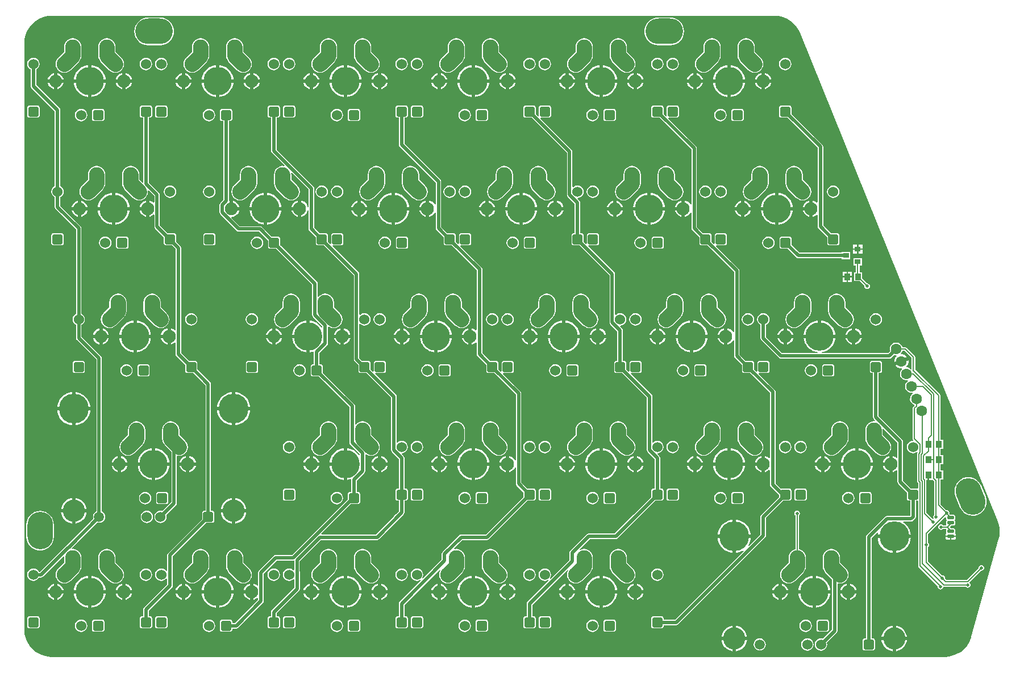
<source format=gtl>
G04*
G04 #@! TF.GenerationSoftware,Altium Limited,Altium Designer,18.1.7 (191)*
G04*
G04 Layer_Physical_Order=1*
G04 Layer_Color=255*
%FSLAX25Y25*%
%MOIN*%
G70*
G01*
G75*
%ADD11C,0.00800*%
G04:AMPARAMS|DCode=15|XSize=20mil|YSize=40mil|CornerRadius=2mil|HoleSize=0mil|Usage=FLASHONLY|Rotation=90.000|XOffset=0mil|YOffset=0mil|HoleType=Round|Shape=RoundedRectangle|*
%AMROUNDEDRECTD15*
21,1,0.02000,0.03600,0,0,90.0*
21,1,0.01600,0.04000,0,0,90.0*
1,1,0.00400,0.01800,0.00800*
1,1,0.00400,0.01800,-0.00800*
1,1,0.00400,-0.01800,-0.00800*
1,1,0.00400,-0.01800,0.00800*
%
%ADD15ROUNDEDRECTD15*%
%ADD16R,0.03543X0.03937*%
%ADD17R,0.03827X0.03158*%
%ADD36C,0.02000*%
%ADD37C,0.08900*%
G04:AMPARAMS|DCode=38|XSize=59mil|YSize=59mil|CornerRadius=5.9mil|HoleSize=0mil|Usage=FLASHONLY|Rotation=270.000|XOffset=0mil|YOffset=0mil|HoleType=Round|Shape=RoundedRectangle|*
%AMROUNDEDRECTD38*
21,1,0.05900,0.04720,0,0,270.0*
21,1,0.04720,0.05900,0,0,270.0*
1,1,0.01180,-0.02360,-0.02360*
1,1,0.01180,-0.02360,0.02360*
1,1,0.01180,0.02360,0.02360*
1,1,0.01180,0.02360,-0.02360*
%
%ADD38ROUNDEDRECTD38*%
%ADD39C,0.06000*%
%ADD40C,0.16700*%
%ADD41C,0.07700*%
%ADD42C,0.07500*%
%ADD43C,0.08900*%
G04:AMPARAMS|DCode=44|XSize=59mil|YSize=59mil|CornerRadius=5.9mil|HoleSize=0mil|Usage=FLASHONLY|Rotation=0.000|XOffset=0mil|YOffset=0mil|HoleType=Round|Shape=RoundedRectangle|*
%AMROUNDEDRECTD44*
21,1,0.05900,0.04720,0,0,0.0*
21,1,0.04720,0.05900,0,0,0.0*
1,1,0.01180,0.02360,-0.02360*
1,1,0.01180,-0.02360,-0.02360*
1,1,0.01180,-0.02360,0.02360*
1,1,0.01180,0.02360,0.02360*
%
%ADD44ROUNDEDRECTD44*%
%ADD45C,0.05900*%
%ADD46C,0.17500*%
%ADD47C,0.13000*%
%ADD48C,0.06300*%
%ADD49O,0.15000X0.22000*%
G04:AMPARAMS|DCode=50|XSize=220mil|YSize=150mil|CornerRadius=0mil|HoleSize=0mil|Usage=FLASHONLY|Rotation=112.000|XOffset=0mil|YOffset=0mil|HoleType=Round|Shape=Round|*
%AMOVALD50*
21,1,0.07000,0.15000,0.00000,0.00000,112.0*
1,1,0.15000,0.01311,-0.03245*
1,1,0.15000,-0.01311,0.03245*
%
%ADD50OVALD50*%

%ADD51O,0.22000X0.15000*%
%ADD52C,0.02000*%
G36*
X444152Y378101D02*
X446616Y377509D01*
X448957Y376540D01*
X451118Y375216D01*
X453045Y373570D01*
X454691Y371643D01*
X456015Y369482D01*
X456554Y368181D01*
X456554Y368181D01*
X456554Y368181D01*
X456577Y368171D01*
X572545Y81140D01*
X572529Y81133D01*
X572960Y80093D01*
X573551Y77628D01*
X573750Y75102D01*
X573551Y72576D01*
X573111Y70741D01*
X573117Y70739D01*
X557002Y13419D01*
X556993Y13414D01*
X556993D01*
X556842Y12784D01*
X555872Y10443D01*
X554548Y8282D01*
X552902Y6355D01*
X550975Y4710D01*
X548815Y3385D01*
X546473Y2416D01*
X544009Y1824D01*
X541595Y1634D01*
X541483Y1656D01*
X17775D01*
X17663Y1634D01*
X15249Y1824D01*
X12784Y2416D01*
X10443Y3385D01*
X8282Y4710D01*
X6355Y6355D01*
X4710Y8282D01*
X3385Y10443D01*
X2416Y12784D01*
X1824Y15249D01*
X1634Y17663D01*
X1656Y17775D01*
Y362150D01*
X1634Y362262D01*
X1824Y364676D01*
X2416Y367141D01*
X3385Y369482D01*
X4710Y371643D01*
X6355Y373570D01*
X8282Y375216D01*
X10443Y376540D01*
X12784Y377509D01*
X15249Y378101D01*
X17663Y378291D01*
X17775Y378269D01*
X441625D01*
X441738Y378291D01*
X444152Y378101D01*
D02*
G37*
%LPC*%
G36*
X380478Y377228D02*
X373478D01*
X371890Y377072D01*
X370363Y376609D01*
X368956Y375856D01*
X367723Y374844D01*
X366710Y373611D01*
X365958Y372204D01*
X365495Y370677D01*
X365339Y369089D01*
X365495Y367501D01*
X365958Y365974D01*
X366710Y364567D01*
X367723Y363334D01*
X368956Y362321D01*
X370363Y361569D01*
X371890Y361106D01*
X373478Y360950D01*
X380478D01*
X382066Y361106D01*
X383593Y361569D01*
X385000Y362321D01*
X386233Y363334D01*
X387245Y364567D01*
X387997Y365974D01*
X388461Y367501D01*
X388617Y369089D01*
X388461Y370677D01*
X387997Y372204D01*
X387245Y373611D01*
X386233Y374844D01*
X385000Y375856D01*
X383593Y376609D01*
X382066Y377072D01*
X380478Y377228D01*
D02*
G37*
G36*
X81265D02*
X74265D01*
X72677Y377072D01*
X71150Y376609D01*
X69743Y375856D01*
X68510Y374844D01*
X67498Y373611D01*
X66746Y372204D01*
X66282Y370677D01*
X66126Y369089D01*
X66282Y367501D01*
X66746Y365974D01*
X67498Y364567D01*
X68510Y363334D01*
X69743Y362321D01*
X71150Y361569D01*
X72677Y361106D01*
X74265Y360950D01*
X81265D01*
X82853Y361106D01*
X84380Y361569D01*
X85787Y362321D01*
X87020Y363334D01*
X88033Y364567D01*
X88785Y365974D01*
X89248Y367501D01*
X89404Y369089D01*
X89248Y370677D01*
X88785Y372204D01*
X88033Y373611D01*
X87020Y374844D01*
X85787Y375856D01*
X84380Y376609D01*
X82853Y377072D01*
X81265Y377228D01*
D02*
G37*
G36*
X447963Y353594D02*
X447023Y353470D01*
X446147Y353107D01*
X445395Y352530D01*
X444818Y351778D01*
X444455Y350902D01*
X444331Y349962D01*
X444455Y349023D01*
X444818Y348147D01*
X445395Y347395D01*
X446147Y346818D01*
X447023Y346455D01*
X447963Y346331D01*
X448902Y346455D01*
X449778Y346818D01*
X450530Y347395D01*
X451107Y348147D01*
X451470Y349023D01*
X451594Y349962D01*
X451470Y350902D01*
X451107Y351778D01*
X450530Y352530D01*
X449778Y353107D01*
X448902Y353470D01*
X447963Y353594D01*
D02*
G37*
G36*
X381962D02*
X381023Y353470D01*
X380147Y353107D01*
X379395Y352530D01*
X378818Y351778D01*
X378455Y350902D01*
X378331Y349962D01*
X378455Y349023D01*
X378818Y348147D01*
X379395Y347395D01*
X380147Y346818D01*
X381023Y346455D01*
X381962Y346331D01*
X382902Y346455D01*
X383778Y346818D01*
X384530Y347395D01*
X385107Y348147D01*
X385470Y349023D01*
X385594Y349962D01*
X385470Y350902D01*
X385107Y351778D01*
X384530Y352530D01*
X383778Y353107D01*
X382902Y353470D01*
X381962Y353594D01*
D02*
G37*
G36*
X372962D02*
X372023Y353470D01*
X371147Y353107D01*
X370395Y352530D01*
X369818Y351778D01*
X369455Y350902D01*
X369331Y349962D01*
X369455Y349023D01*
X369818Y348147D01*
X370395Y347395D01*
X371147Y346818D01*
X372023Y346455D01*
X372962Y346331D01*
X373902Y346455D01*
X374778Y346818D01*
X375530Y347395D01*
X376107Y348147D01*
X376470Y349023D01*
X376594Y349962D01*
X376470Y350902D01*
X376107Y351778D01*
X375530Y352530D01*
X374778Y353107D01*
X373902Y353470D01*
X372962Y353594D01*
D02*
G37*
G36*
X306962D02*
X306023Y353470D01*
X305147Y353107D01*
X304395Y352530D01*
X303818Y351778D01*
X303455Y350902D01*
X303331Y349962D01*
X303455Y349023D01*
X303818Y348147D01*
X304395Y347395D01*
X305147Y346818D01*
X306023Y346455D01*
X306962Y346331D01*
X307902Y346455D01*
X308778Y346818D01*
X309530Y347395D01*
X310107Y348147D01*
X310470Y349023D01*
X310594Y349962D01*
X310470Y350902D01*
X310107Y351778D01*
X309530Y352530D01*
X308778Y353107D01*
X307902Y353470D01*
X306962Y353594D01*
D02*
G37*
G36*
X297962D02*
X297023Y353470D01*
X296147Y353107D01*
X295395Y352530D01*
X294818Y351778D01*
X294455Y350902D01*
X294331Y349962D01*
X294455Y349023D01*
X294818Y348147D01*
X295395Y347395D01*
X296147Y346818D01*
X297023Y346455D01*
X297962Y346331D01*
X298902Y346455D01*
X299778Y346818D01*
X300530Y347395D01*
X301107Y348147D01*
X301470Y349023D01*
X301594Y349962D01*
X301470Y350902D01*
X301107Y351778D01*
X300530Y352530D01*
X299778Y353107D01*
X298902Y353470D01*
X297962Y353594D01*
D02*
G37*
G36*
X231962D02*
X231023Y353470D01*
X230147Y353107D01*
X229395Y352530D01*
X228818Y351778D01*
X228455Y350902D01*
X228331Y349962D01*
X228455Y349023D01*
X228818Y348147D01*
X229395Y347395D01*
X230147Y346818D01*
X231023Y346455D01*
X231962Y346331D01*
X232902Y346455D01*
X233778Y346818D01*
X234530Y347395D01*
X235107Y348147D01*
X235470Y349023D01*
X235594Y349962D01*
X235470Y350902D01*
X235107Y351778D01*
X234530Y352530D01*
X233778Y353107D01*
X232902Y353470D01*
X231962Y353594D01*
D02*
G37*
G36*
X222962D02*
X222023Y353470D01*
X221147Y353107D01*
X220395Y352530D01*
X219818Y351778D01*
X219455Y350902D01*
X219331Y349962D01*
X219455Y349023D01*
X219818Y348147D01*
X220395Y347395D01*
X221147Y346818D01*
X222023Y346455D01*
X222962Y346331D01*
X223902Y346455D01*
X224778Y346818D01*
X225530Y347395D01*
X226107Y348147D01*
X226470Y349023D01*
X226594Y349962D01*
X226470Y350902D01*
X226107Y351778D01*
X225530Y352530D01*
X224778Y353107D01*
X223902Y353470D01*
X222962Y353594D01*
D02*
G37*
G36*
X156963D02*
X156023Y353470D01*
X155147Y353107D01*
X154395Y352530D01*
X153818Y351778D01*
X153455Y350902D01*
X153331Y349962D01*
X153455Y349023D01*
X153818Y348147D01*
X154395Y347395D01*
X155147Y346818D01*
X156023Y346455D01*
X156963Y346331D01*
X157902Y346455D01*
X158778Y346818D01*
X159530Y347395D01*
X160107Y348147D01*
X160470Y349023D01*
X160594Y349962D01*
X160470Y350902D01*
X160107Y351778D01*
X159530Y352530D01*
X158778Y353107D01*
X157902Y353470D01*
X156963Y353594D01*
D02*
G37*
G36*
X147962D02*
X147023Y353470D01*
X146147Y353107D01*
X145395Y352530D01*
X144818Y351778D01*
X144455Y350902D01*
X144331Y349962D01*
X144455Y349023D01*
X144818Y348147D01*
X145395Y347395D01*
X146147Y346818D01*
X147023Y346455D01*
X147962Y346331D01*
X148902Y346455D01*
X149778Y346818D01*
X150530Y347395D01*
X151107Y348147D01*
X151470Y349023D01*
X151594Y349962D01*
X151470Y350902D01*
X151107Y351778D01*
X150530Y352530D01*
X149778Y353107D01*
X148902Y353470D01*
X147962Y353594D01*
D02*
G37*
G36*
X81963D02*
X81023Y353470D01*
X80147Y353107D01*
X79395Y352530D01*
X78818Y351778D01*
X78455Y350902D01*
X78331Y349962D01*
X78455Y349023D01*
X78818Y348147D01*
X79395Y347395D01*
X80147Y346818D01*
X81023Y346455D01*
X81963Y346331D01*
X82902Y346455D01*
X83778Y346818D01*
X84530Y347395D01*
X85107Y348147D01*
X85470Y349023D01*
X85594Y349962D01*
X85470Y350902D01*
X85107Y351778D01*
X84530Y352530D01*
X83778Y353107D01*
X82902Y353470D01*
X81963Y353594D01*
D02*
G37*
G36*
X72962D02*
X72023Y353470D01*
X71147Y353107D01*
X70395Y352530D01*
X69818Y351778D01*
X69455Y350902D01*
X69331Y349962D01*
X69455Y349023D01*
X69818Y348147D01*
X70395Y347395D01*
X71147Y346818D01*
X72023Y346455D01*
X72962Y346331D01*
X73902Y346455D01*
X74778Y346818D01*
X75530Y347395D01*
X76107Y348147D01*
X76470Y349023D01*
X76594Y349962D01*
X76470Y350902D01*
X76107Y351778D01*
X75530Y352530D01*
X74778Y353107D01*
X73902Y353470D01*
X72962Y353594D01*
D02*
G37*
G36*
X424963Y365056D02*
X423644Y364882D01*
X422416Y364374D01*
X421361Y363564D01*
X420551Y362509D01*
X420043Y361281D01*
X419869Y359963D01*
Y354962D01*
X420043Y353644D01*
X420551Y352416D01*
X421361Y351361D01*
X426361Y346361D01*
X427416Y345551D01*
X428644Y345042D01*
X429962Y344869D01*
X431281Y345042D01*
X432509Y345551D01*
X433564Y346361D01*
X434374Y347416D01*
X434882Y348644D01*
X435056Y349962D01*
X434882Y351281D01*
X434374Y352509D01*
X433564Y353564D01*
X430056Y357072D01*
Y359963D01*
X429882Y361281D01*
X429374Y362509D01*
X428564Y363564D01*
X427509Y364374D01*
X426281Y364882D01*
X424963Y365056D01*
D02*
G37*
G36*
X404962D02*
X403644Y364882D01*
X402416Y364374D01*
X401361Y363564D01*
X400551Y362509D01*
X400042Y361281D01*
X399869Y359963D01*
Y357072D01*
X396361Y353564D01*
X395551Y352509D01*
X395042Y351281D01*
X394869Y349962D01*
X395042Y348644D01*
X395551Y347416D01*
X396361Y346361D01*
X397416Y345551D01*
X398644Y345042D01*
X399962Y344869D01*
X401281Y345042D01*
X402509Y345551D01*
X403564Y346361D01*
X408564Y351361D01*
X409374Y352416D01*
X409882Y353644D01*
X410056Y354962D01*
Y359963D01*
X409882Y361281D01*
X409374Y362509D01*
X408564Y363564D01*
X407509Y364374D01*
X406281Y364882D01*
X404962Y365056D01*
D02*
G37*
G36*
X349962D02*
X348644Y364882D01*
X347416Y364374D01*
X346361Y363564D01*
X345551Y362509D01*
X345042Y361281D01*
X344869Y359963D01*
Y354962D01*
X345042Y353644D01*
X345551Y352416D01*
X346361Y351361D01*
X351361Y346361D01*
X352416Y345551D01*
X353644Y345042D01*
X354962Y344869D01*
X356281Y345042D01*
X357509Y345551D01*
X358564Y346361D01*
X359374Y347416D01*
X359882Y348644D01*
X360056Y349962D01*
X359882Y351281D01*
X359374Y352509D01*
X358564Y353564D01*
X355056Y357072D01*
Y359963D01*
X354883Y361281D01*
X354374Y362509D01*
X353564Y363564D01*
X352509Y364374D01*
X351281Y364882D01*
X349962Y365056D01*
D02*
G37*
G36*
X329962D02*
X328644Y364882D01*
X327416Y364374D01*
X326361Y363564D01*
X325551Y362509D01*
X325043Y361281D01*
X324869Y359963D01*
Y357072D01*
X321361Y353564D01*
X320551Y352509D01*
X320042Y351281D01*
X319869Y349962D01*
X320042Y348644D01*
X320551Y347416D01*
X321361Y346361D01*
X322416Y345551D01*
X323644Y345042D01*
X324962Y344869D01*
X326281Y345042D01*
X327509Y345551D01*
X328564Y346361D01*
X333564Y351361D01*
X334374Y352416D01*
X334882Y353644D01*
X335056Y354962D01*
Y359963D01*
X334882Y361281D01*
X334374Y362509D01*
X333564Y363564D01*
X332509Y364374D01*
X331281Y364882D01*
X329962Y365056D01*
D02*
G37*
G36*
X274962D02*
X273644Y364882D01*
X272416Y364374D01*
X271361Y363564D01*
X270551Y362509D01*
X270042Y361281D01*
X269869Y359963D01*
Y354962D01*
X270042Y353644D01*
X270551Y352416D01*
X271361Y351361D01*
X276361Y346361D01*
X277416Y345551D01*
X278644Y345042D01*
X279962Y344869D01*
X281281Y345042D01*
X282509Y345551D01*
X283564Y346361D01*
X284374Y347416D01*
X284882Y348644D01*
X285056Y349962D01*
X284882Y351281D01*
X284374Y352509D01*
X283564Y353564D01*
X280056Y357072D01*
Y359963D01*
X279883Y361281D01*
X279374Y362509D01*
X278564Y363564D01*
X277509Y364374D01*
X276281Y364882D01*
X274962Y365056D01*
D02*
G37*
G36*
X254962D02*
X253644Y364882D01*
X252416Y364374D01*
X251361Y363564D01*
X250551Y362509D01*
X250043Y361281D01*
X249869Y359963D01*
Y357072D01*
X246361Y353564D01*
X245551Y352509D01*
X245042Y351281D01*
X244869Y349962D01*
X245042Y348644D01*
X245551Y347416D01*
X246361Y346361D01*
X247416Y345551D01*
X248644Y345042D01*
X249962Y344869D01*
X251281Y345042D01*
X252509Y345551D01*
X253564Y346361D01*
X258564Y351361D01*
X259374Y352416D01*
X259882Y353644D01*
X260056Y354962D01*
Y359963D01*
X259882Y361281D01*
X259374Y362509D01*
X258564Y363564D01*
X257509Y364374D01*
X256281Y364882D01*
X254962Y365056D01*
D02*
G37*
G36*
X199962D02*
X198644Y364882D01*
X197416Y364374D01*
X196361Y363564D01*
X195551Y362509D01*
X195043Y361281D01*
X194869Y359963D01*
Y354962D01*
X195043Y353644D01*
X195551Y352416D01*
X196361Y351361D01*
X201361Y346361D01*
X202416Y345551D01*
X203644Y345042D01*
X204962Y344869D01*
X206281Y345042D01*
X207509Y345551D01*
X208564Y346361D01*
X209374Y347416D01*
X209882Y348644D01*
X210056Y349962D01*
X209882Y351281D01*
X209374Y352509D01*
X208564Y353564D01*
X205056Y357072D01*
Y359963D01*
X204883Y361281D01*
X204374Y362509D01*
X203564Y363564D01*
X202509Y364374D01*
X201281Y364882D01*
X199962Y365056D01*
D02*
G37*
G36*
X179963D02*
X178644Y364882D01*
X177416Y364374D01*
X176361Y363564D01*
X175551Y362509D01*
X175042Y361281D01*
X174869Y359963D01*
Y357072D01*
X171361Y353564D01*
X170551Y352509D01*
X170043Y351281D01*
X169869Y349962D01*
X170043Y348644D01*
X170551Y347416D01*
X171361Y346361D01*
X172416Y345551D01*
X173644Y345042D01*
X174962Y344869D01*
X176281Y345042D01*
X177509Y345551D01*
X178564Y346361D01*
X183564Y351361D01*
X184374Y352416D01*
X184882Y353644D01*
X185056Y354962D01*
Y359963D01*
X184882Y361281D01*
X184374Y362509D01*
X183564Y363564D01*
X182509Y364374D01*
X181281Y364882D01*
X179963Y365056D01*
D02*
G37*
G36*
X124962D02*
X123644Y364882D01*
X122416Y364374D01*
X121361Y363564D01*
X120551Y362509D01*
X120043Y361281D01*
X119869Y359963D01*
Y354962D01*
X120043Y353644D01*
X120551Y352416D01*
X121361Y351361D01*
X126361Y346361D01*
X127416Y345551D01*
X128644Y345042D01*
X129963Y344869D01*
X131281Y345042D01*
X132509Y345551D01*
X133564Y346361D01*
X134374Y347416D01*
X134882Y348644D01*
X135056Y349962D01*
X134882Y351281D01*
X134374Y352509D01*
X133564Y353564D01*
X130056Y357072D01*
Y359963D01*
X129883Y361281D01*
X129374Y362509D01*
X128564Y363564D01*
X127509Y364374D01*
X126281Y364882D01*
X124962Y365056D01*
D02*
G37*
G36*
X104963D02*
X103644Y364882D01*
X102416Y364374D01*
X101361Y363564D01*
X100551Y362509D01*
X100042Y361281D01*
X99869Y359963D01*
Y357072D01*
X96361Y353564D01*
X95551Y352509D01*
X95043Y351281D01*
X94869Y349962D01*
X95043Y348644D01*
X95551Y347416D01*
X96361Y346361D01*
X97416Y345551D01*
X98644Y345042D01*
X99963Y344869D01*
X101281Y345042D01*
X102509Y345551D01*
X103564Y346361D01*
X108564Y351361D01*
X109374Y352416D01*
X109882Y353644D01*
X110056Y354962D01*
Y359963D01*
X109882Y361281D01*
X109374Y362509D01*
X108564Y363564D01*
X107509Y364374D01*
X106281Y364882D01*
X104963Y365056D01*
D02*
G37*
G36*
X49962D02*
X48644Y364882D01*
X47416Y364374D01*
X46361Y363564D01*
X45551Y362509D01*
X45042Y361281D01*
X44869Y359963D01*
Y354962D01*
X45042Y353644D01*
X45551Y352416D01*
X46361Y351361D01*
X51361Y346361D01*
X52416Y345551D01*
X53644Y345042D01*
X54962Y344869D01*
X56281Y345042D01*
X57509Y345551D01*
X58564Y346361D01*
X59374Y347416D01*
X59882Y348644D01*
X60056Y349962D01*
X59882Y351281D01*
X59374Y352509D01*
X58564Y353564D01*
X55056Y357072D01*
Y359963D01*
X54883Y361281D01*
X54374Y362509D01*
X53564Y363564D01*
X52509Y364374D01*
X51281Y364882D01*
X49962Y365056D01*
D02*
G37*
G36*
X29963D02*
X28644Y364882D01*
X27416Y364374D01*
X26361Y363564D01*
X25551Y362509D01*
X25043Y361281D01*
X24869Y359963D01*
Y357072D01*
X21361Y353564D01*
X20551Y352509D01*
X20042Y351281D01*
X19869Y349962D01*
X20042Y348644D01*
X20551Y347416D01*
X21361Y346361D01*
X22416Y345551D01*
X23644Y345042D01*
X24962Y344869D01*
X26281Y345042D01*
X27509Y345551D01*
X28564Y346361D01*
X33564Y351361D01*
X34374Y352416D01*
X34883Y353644D01*
X35056Y354962D01*
Y359963D01*
X34883Y361281D01*
X34374Y362509D01*
X33564Y363564D01*
X32509Y364374D01*
X31281Y364882D01*
X29963Y365056D01*
D02*
G37*
G36*
X435962Y344723D02*
Y340963D01*
X439723D01*
X439688Y341229D01*
X439199Y342408D01*
X438422Y343422D01*
X437408Y344199D01*
X436229Y344688D01*
X435962Y344723D01*
D02*
G37*
G36*
X433962D02*
X433696Y344688D01*
X432517Y344199D01*
X431503Y343422D01*
X430726Y342408D01*
X430237Y341229D01*
X430202Y340963D01*
X433962D01*
Y344723D01*
D02*
G37*
G36*
X415963Y349259D02*
Y340963D01*
X424259D01*
X424177Y341795D01*
X423643Y343558D01*
X422774Y345182D01*
X421606Y346606D01*
X420182Y347774D01*
X418558Y348643D01*
X416795Y349177D01*
X415963Y349259D01*
D02*
G37*
G36*
X413963D02*
X413130Y349177D01*
X411367Y348643D01*
X409743Y347774D01*
X408319Y346606D01*
X407151Y345182D01*
X406282Y343558D01*
X405748Y341795D01*
X405666Y340963D01*
X413963D01*
Y349259D01*
D02*
G37*
G36*
X395963Y344622D02*
Y340963D01*
X399622D01*
X399590Y341202D01*
X399112Y342358D01*
X398350Y343350D01*
X397358Y344112D01*
X396202Y344590D01*
X395963Y344622D01*
D02*
G37*
G36*
X393963D02*
X393723Y344590D01*
X392567Y344112D01*
X391575Y343350D01*
X390813Y342358D01*
X390335Y341202D01*
X390303Y340963D01*
X393963D01*
Y344622D01*
D02*
G37*
G36*
X360963Y344723D02*
Y340963D01*
X364723D01*
X364688Y341229D01*
X364199Y342408D01*
X363422Y343422D01*
X362408Y344199D01*
X361229Y344688D01*
X360963Y344723D01*
D02*
G37*
G36*
X358962D02*
X358696Y344688D01*
X357517Y344199D01*
X356503Y343422D01*
X355726Y342408D01*
X355237Y341229D01*
X355202Y340963D01*
X358962D01*
Y344723D01*
D02*
G37*
G36*
X340963Y349259D02*
Y340963D01*
X349259D01*
X349177Y341795D01*
X348643Y343558D01*
X347774Y345182D01*
X346606Y346606D01*
X345182Y347774D01*
X343558Y348643D01*
X341795Y349177D01*
X340963Y349259D01*
D02*
G37*
G36*
X338963D02*
X338130Y349177D01*
X336367Y348643D01*
X334743Y347774D01*
X333319Y346606D01*
X332151Y345182D01*
X331282Y343558D01*
X330748Y341795D01*
X330666Y340963D01*
X338963D01*
Y349259D01*
D02*
G37*
G36*
X320963Y344622D02*
Y340963D01*
X324622D01*
X324590Y341202D01*
X324112Y342358D01*
X323350Y343350D01*
X322358Y344112D01*
X321202Y344590D01*
X320963Y344622D01*
D02*
G37*
G36*
X318963D02*
X318723Y344590D01*
X317567Y344112D01*
X316575Y343350D01*
X315813Y342358D01*
X315335Y341202D01*
X315303Y340963D01*
X318963D01*
Y344622D01*
D02*
G37*
G36*
X285963Y344723D02*
Y340963D01*
X289723D01*
X289688Y341229D01*
X289199Y342408D01*
X288422Y343422D01*
X287408Y344199D01*
X286229Y344688D01*
X285963Y344723D01*
D02*
G37*
G36*
X283962D02*
X283696Y344688D01*
X282517Y344199D01*
X281503Y343422D01*
X280726Y342408D01*
X280237Y341229D01*
X280202Y340963D01*
X283962D01*
Y344723D01*
D02*
G37*
G36*
X265963Y349259D02*
Y340963D01*
X274259D01*
X274177Y341795D01*
X273643Y343558D01*
X272774Y345182D01*
X271606Y346606D01*
X270182Y347774D01*
X268558Y348643D01*
X266795Y349177D01*
X265963Y349259D01*
D02*
G37*
G36*
X263963D02*
X263130Y349177D01*
X261367Y348643D01*
X259743Y347774D01*
X258319Y346606D01*
X257151Y345182D01*
X256282Y343558D01*
X255748Y341795D01*
X255666Y340963D01*
X263963D01*
Y349259D01*
D02*
G37*
G36*
X245963Y344622D02*
Y340963D01*
X249622D01*
X249590Y341202D01*
X249112Y342358D01*
X248350Y343350D01*
X247358Y344112D01*
X246202Y344590D01*
X245963Y344622D01*
D02*
G37*
G36*
X243963D02*
X243723Y344590D01*
X242567Y344112D01*
X241575Y343350D01*
X240813Y342358D01*
X240335Y341202D01*
X240303Y340963D01*
X243963D01*
Y344622D01*
D02*
G37*
G36*
X210963Y344723D02*
Y340963D01*
X214723D01*
X214688Y341229D01*
X214199Y342408D01*
X213422Y343422D01*
X212408Y344199D01*
X211229Y344688D01*
X210963Y344723D01*
D02*
G37*
G36*
X208962D02*
X208696Y344688D01*
X207517Y344199D01*
X206503Y343422D01*
X205726Y342408D01*
X205237Y341229D01*
X205202Y340963D01*
X208962D01*
Y344723D01*
D02*
G37*
G36*
X190963Y349259D02*
Y340963D01*
X199259D01*
X199177Y341795D01*
X198643Y343558D01*
X197774Y345182D01*
X196606Y346606D01*
X195182Y347774D01*
X193558Y348643D01*
X191795Y349177D01*
X190963Y349259D01*
D02*
G37*
G36*
X188962D02*
X188130Y349177D01*
X186367Y348643D01*
X184743Y347774D01*
X183319Y346606D01*
X182151Y345182D01*
X181282Y343558D01*
X180748Y341795D01*
X180666Y340963D01*
X188962D01*
Y349259D01*
D02*
G37*
G36*
X170963Y344622D02*
Y340963D01*
X174622D01*
X174590Y341202D01*
X174112Y342358D01*
X173350Y343350D01*
X172358Y344112D01*
X171203Y344590D01*
X170963Y344622D01*
D02*
G37*
G36*
X168963D02*
X168722Y344590D01*
X167567Y344112D01*
X166575Y343350D01*
X165813Y342358D01*
X165335Y341202D01*
X165303Y340963D01*
X168963D01*
Y344622D01*
D02*
G37*
G36*
X135962Y344723D02*
Y340963D01*
X139723D01*
X139688Y341229D01*
X139199Y342408D01*
X138422Y343422D01*
X137408Y344199D01*
X136229Y344688D01*
X135962Y344723D01*
D02*
G37*
G36*
X133963D02*
X133696Y344688D01*
X132517Y344199D01*
X131503Y343422D01*
X130726Y342408D01*
X130237Y341229D01*
X130202Y340963D01*
X133963D01*
Y344723D01*
D02*
G37*
G36*
X115963Y349259D02*
Y340963D01*
X124259D01*
X124177Y341795D01*
X123643Y343558D01*
X122774Y345182D01*
X121606Y346606D01*
X120182Y347774D01*
X118558Y348643D01*
X116795Y349177D01*
X115963Y349259D01*
D02*
G37*
G36*
X113962D02*
X113130Y349177D01*
X111367Y348643D01*
X109743Y347774D01*
X108319Y346606D01*
X107151Y345182D01*
X106282Y343558D01*
X105748Y341795D01*
X105666Y340963D01*
X113962D01*
Y349259D01*
D02*
G37*
G36*
X95963Y344622D02*
Y340963D01*
X99622D01*
X99590Y341202D01*
X99112Y342358D01*
X98350Y343350D01*
X97358Y344112D01*
X96202Y344590D01*
X95963Y344622D01*
D02*
G37*
G36*
X93963D02*
X93722Y344590D01*
X92567Y344112D01*
X91575Y343350D01*
X90813Y342358D01*
X90335Y341202D01*
X90303Y340963D01*
X93963D01*
Y344622D01*
D02*
G37*
G36*
X60962Y344723D02*
Y340963D01*
X64723D01*
X64688Y341229D01*
X64199Y342408D01*
X63422Y343422D01*
X62408Y344199D01*
X61229Y344688D01*
X60962Y344723D01*
D02*
G37*
G36*
X58963D02*
X58696Y344688D01*
X57517Y344199D01*
X56503Y343422D01*
X55726Y342408D01*
X55237Y341229D01*
X55202Y340963D01*
X58963D01*
Y344723D01*
D02*
G37*
G36*
X40962Y349259D02*
Y340963D01*
X49259D01*
X49177Y341795D01*
X48643Y343558D01*
X47774Y345182D01*
X46606Y346606D01*
X45182Y347774D01*
X43558Y348643D01*
X41795Y349177D01*
X40962Y349259D01*
D02*
G37*
G36*
X38963D02*
X38130Y349177D01*
X36367Y348643D01*
X34743Y347774D01*
X33319Y346606D01*
X32151Y345182D01*
X31282Y343558D01*
X30748Y341795D01*
X30666Y340963D01*
X38963D01*
Y349259D01*
D02*
G37*
G36*
X20963Y344622D02*
Y340963D01*
X24622D01*
X24590Y341202D01*
X24112Y342358D01*
X23350Y343350D01*
X22358Y344112D01*
X21203Y344590D01*
X20963Y344622D01*
D02*
G37*
G36*
X18962D02*
X18722Y344590D01*
X17567Y344112D01*
X16575Y343350D01*
X15813Y342358D01*
X15335Y341202D01*
X15303Y340963D01*
X18962D01*
Y344622D01*
D02*
G37*
G36*
X399622Y338963D02*
X395963D01*
Y335303D01*
X396202Y335335D01*
X397358Y335813D01*
X398350Y336575D01*
X399112Y337567D01*
X399590Y338722D01*
X399622Y338963D01*
D02*
G37*
G36*
X393963D02*
X390303D01*
X390335Y338722D01*
X390813Y337567D01*
X391575Y336575D01*
X392567Y335813D01*
X393723Y335335D01*
X393963Y335303D01*
Y338963D01*
D02*
G37*
G36*
X324622D02*
X320963D01*
Y335303D01*
X321202Y335335D01*
X322358Y335813D01*
X323350Y336575D01*
X324112Y337567D01*
X324590Y338722D01*
X324622Y338963D01*
D02*
G37*
G36*
X318963D02*
X315303D01*
X315335Y338722D01*
X315813Y337567D01*
X316575Y336575D01*
X317567Y335813D01*
X318723Y335335D01*
X318963Y335303D01*
Y338963D01*
D02*
G37*
G36*
X249622D02*
X245963D01*
Y335303D01*
X246202Y335335D01*
X247358Y335813D01*
X248350Y336575D01*
X249112Y337567D01*
X249590Y338722D01*
X249622Y338963D01*
D02*
G37*
G36*
X243963D02*
X240303D01*
X240335Y338722D01*
X240813Y337567D01*
X241575Y336575D01*
X242567Y335813D01*
X243723Y335335D01*
X243963Y335303D01*
Y338963D01*
D02*
G37*
G36*
X174622D02*
X170963D01*
Y335303D01*
X171203Y335335D01*
X172358Y335813D01*
X173350Y336575D01*
X174112Y337567D01*
X174590Y338722D01*
X174622Y338963D01*
D02*
G37*
G36*
X168963D02*
X165303D01*
X165335Y338722D01*
X165813Y337567D01*
X166575Y336575D01*
X167567Y335813D01*
X168722Y335335D01*
X168963Y335303D01*
Y338963D01*
D02*
G37*
G36*
X99622D02*
X95963D01*
Y335303D01*
X96202Y335335D01*
X97358Y335813D01*
X98350Y336575D01*
X99112Y337567D01*
X99590Y338722D01*
X99622Y338963D01*
D02*
G37*
G36*
X93963D02*
X90303D01*
X90335Y338722D01*
X90813Y337567D01*
X91575Y336575D01*
X92567Y335813D01*
X93722Y335335D01*
X93963Y335303D01*
Y338963D01*
D02*
G37*
G36*
X24622D02*
X20963D01*
Y335303D01*
X21203Y335335D01*
X22358Y335813D01*
X23350Y336575D01*
X24112Y337567D01*
X24590Y338722D01*
X24622Y338963D01*
D02*
G37*
G36*
X18962D02*
X15303D01*
X15335Y338722D01*
X15813Y337567D01*
X16575Y336575D01*
X17567Y335813D01*
X18722Y335335D01*
X18962Y335303D01*
Y338963D01*
D02*
G37*
G36*
X439723D02*
X435962D01*
Y335202D01*
X436229Y335237D01*
X437408Y335726D01*
X438422Y336503D01*
X439199Y337517D01*
X439688Y338696D01*
X439723Y338963D01*
D02*
G37*
G36*
X433962D02*
X430202D01*
X430237Y338696D01*
X430726Y337517D01*
X431503Y336503D01*
X432517Y335726D01*
X433696Y335237D01*
X433962Y335202D01*
Y338963D01*
D02*
G37*
G36*
X364723D02*
X360963D01*
Y335202D01*
X361229Y335237D01*
X362408Y335726D01*
X363422Y336503D01*
X364199Y337517D01*
X364688Y338696D01*
X364723Y338963D01*
D02*
G37*
G36*
X358962D02*
X355202D01*
X355237Y338696D01*
X355726Y337517D01*
X356503Y336503D01*
X357517Y335726D01*
X358696Y335237D01*
X358962Y335202D01*
Y338963D01*
D02*
G37*
G36*
X289723D02*
X285963D01*
Y335202D01*
X286229Y335237D01*
X287408Y335726D01*
X288422Y336503D01*
X289199Y337517D01*
X289688Y338696D01*
X289723Y338963D01*
D02*
G37*
G36*
X283962D02*
X280202D01*
X280237Y338696D01*
X280726Y337517D01*
X281503Y336503D01*
X282517Y335726D01*
X283696Y335237D01*
X283962Y335202D01*
Y338963D01*
D02*
G37*
G36*
X214723D02*
X210963D01*
Y335202D01*
X211229Y335237D01*
X212408Y335726D01*
X213422Y336503D01*
X214199Y337517D01*
X214688Y338696D01*
X214723Y338963D01*
D02*
G37*
G36*
X208962D02*
X205202D01*
X205237Y338696D01*
X205726Y337517D01*
X206503Y336503D01*
X207517Y335726D01*
X208696Y335237D01*
X208962Y335202D01*
Y338963D01*
D02*
G37*
G36*
X139723D02*
X135962D01*
Y335202D01*
X136229Y335237D01*
X137408Y335726D01*
X138422Y336503D01*
X139199Y337517D01*
X139688Y338696D01*
X139723Y338963D01*
D02*
G37*
G36*
X133963D02*
X130202D01*
X130237Y338696D01*
X130726Y337517D01*
X131503Y336503D01*
X132517Y335726D01*
X133696Y335237D01*
X133963Y335202D01*
Y338963D01*
D02*
G37*
G36*
X64723D02*
X60962D01*
Y335202D01*
X61229Y335237D01*
X62408Y335726D01*
X63422Y336503D01*
X64199Y337517D01*
X64688Y338696D01*
X64723Y338963D01*
D02*
G37*
G36*
X58963D02*
X55202D01*
X55237Y338696D01*
X55726Y337517D01*
X56503Y336503D01*
X57517Y335726D01*
X58696Y335237D01*
X58963Y335202D01*
Y338963D01*
D02*
G37*
G36*
X424259D02*
X415963D01*
Y330666D01*
X416795Y330748D01*
X418558Y331282D01*
X420182Y332151D01*
X421606Y333319D01*
X422774Y334743D01*
X423643Y336367D01*
X424177Y338130D01*
X424259Y338963D01*
D02*
G37*
G36*
X413963D02*
X405666D01*
X405748Y338130D01*
X406282Y336367D01*
X407151Y334743D01*
X408319Y333319D01*
X409743Y332151D01*
X411367Y331282D01*
X413130Y330748D01*
X413963Y330666D01*
Y338963D01*
D02*
G37*
G36*
X349259D02*
X340963D01*
Y330666D01*
X341795Y330748D01*
X343558Y331282D01*
X345182Y332151D01*
X346606Y333319D01*
X347774Y334743D01*
X348643Y336367D01*
X349177Y338130D01*
X349259Y338963D01*
D02*
G37*
G36*
X338963D02*
X330666D01*
X330748Y338130D01*
X331282Y336367D01*
X332151Y334743D01*
X333319Y333319D01*
X334743Y332151D01*
X336367Y331282D01*
X338130Y330748D01*
X338963Y330666D01*
Y338963D01*
D02*
G37*
G36*
X274259D02*
X265963D01*
Y330666D01*
X266795Y330748D01*
X268558Y331282D01*
X270182Y332151D01*
X271606Y333319D01*
X272774Y334743D01*
X273643Y336367D01*
X274177Y338130D01*
X274259Y338963D01*
D02*
G37*
G36*
X263963D02*
X255666D01*
X255748Y338130D01*
X256282Y336367D01*
X257151Y334743D01*
X258319Y333319D01*
X259743Y332151D01*
X261367Y331282D01*
X263130Y330748D01*
X263963Y330666D01*
Y338963D01*
D02*
G37*
G36*
X199259D02*
X190963D01*
Y330666D01*
X191795Y330748D01*
X193558Y331282D01*
X195182Y332151D01*
X196606Y333319D01*
X197774Y334743D01*
X198643Y336367D01*
X199177Y338130D01*
X199259Y338963D01*
D02*
G37*
G36*
X188962D02*
X180666D01*
X180748Y338130D01*
X181282Y336367D01*
X182151Y334743D01*
X183319Y333319D01*
X184743Y332151D01*
X186367Y331282D01*
X188130Y330748D01*
X188962Y330666D01*
Y338963D01*
D02*
G37*
G36*
X124259D02*
X115963D01*
Y330666D01*
X116795Y330748D01*
X118558Y331282D01*
X120182Y332151D01*
X121606Y333319D01*
X122774Y334743D01*
X123643Y336367D01*
X124177Y338130D01*
X124259Y338963D01*
D02*
G37*
G36*
X113962D02*
X105666D01*
X105748Y338130D01*
X106282Y336367D01*
X107151Y334743D01*
X108319Y333319D01*
X109743Y332151D01*
X111367Y331282D01*
X113130Y330748D01*
X113962Y330666D01*
Y338963D01*
D02*
G37*
G36*
X49259D02*
X40962D01*
Y330666D01*
X41795Y330748D01*
X43558Y331282D01*
X45182Y332151D01*
X46606Y333319D01*
X47774Y334743D01*
X48643Y336367D01*
X49177Y338130D01*
X49259Y338963D01*
D02*
G37*
G36*
X38963D02*
X30666D01*
X30748Y338130D01*
X31282Y336367D01*
X32151Y334743D01*
X33319Y333319D01*
X34743Y332151D01*
X36367Y331282D01*
X38130Y330748D01*
X38963Y330666D01*
Y338963D01*
D02*
G37*
G36*
X309323Y325536D02*
X304603D01*
X304138Y325443D01*
X303745Y325180D01*
X303482Y324787D01*
X303389Y324323D01*
Y319602D01*
X303402Y319537D01*
X302941Y319291D01*
X301536Y320696D01*
Y324323D01*
X301443Y324787D01*
X301180Y325180D01*
X300787Y325443D01*
X300323Y325536D01*
X295602D01*
X295138Y325443D01*
X294745Y325180D01*
X294482Y324787D01*
X294389Y324323D01*
Y319602D01*
X294482Y319138D01*
X294745Y318745D01*
X295138Y318482D01*
X295602Y318389D01*
X299229D01*
X319856Y297762D01*
Y273057D01*
X319980Y272433D01*
X320334Y271904D01*
X324456Y267781D01*
Y250536D01*
X323727D01*
X323263Y250443D01*
X322870Y250180D01*
X322607Y249787D01*
X322514Y249323D01*
Y244602D01*
X322607Y244138D01*
X322870Y243745D01*
X323263Y243482D01*
X323727Y243389D01*
X327354D01*
X344856Y225887D01*
Y198057D01*
X344980Y197433D01*
X345334Y196904D01*
X349456Y192781D01*
Y175536D01*
X348727D01*
X348263Y175443D01*
X347870Y175180D01*
X347607Y174787D01*
X347514Y174322D01*
Y169603D01*
X347607Y169138D01*
X347870Y168745D01*
X348263Y168482D01*
X348727Y168389D01*
X352354D01*
X366731Y154012D01*
Y123057D01*
X366855Y122433D01*
X367209Y121904D01*
X371331Y117781D01*
Y100536D01*
X370602D01*
X370138Y100443D01*
X369745Y100180D01*
X369482Y99787D01*
X369389Y99322D01*
Y95696D01*
X358846Y85154D01*
X347824Y74131D01*
X332588D01*
X331963Y74007D01*
X331434Y73654D01*
X321847Y64066D01*
X321493Y63537D01*
X321369Y62912D01*
Y58676D01*
X310399Y47706D01*
X310022Y48037D01*
X310107Y48147D01*
X310470Y49023D01*
X310594Y49962D01*
X310470Y50902D01*
X310107Y51778D01*
X309530Y52530D01*
X308778Y53107D01*
X307902Y53470D01*
X306962Y53594D01*
X306023Y53470D01*
X305147Y53107D01*
X304395Y52530D01*
X303818Y51778D01*
X303455Y50902D01*
X303331Y49962D01*
X303455Y49023D01*
X303818Y48147D01*
X304395Y47395D01*
X305147Y46818D01*
X306023Y46455D01*
X306962Y46331D01*
X307902Y46455D01*
X308778Y46818D01*
X308889Y46903D01*
X309219Y46526D01*
X296809Y34116D01*
X296455Y33587D01*
X296331Y32963D01*
Y25536D01*
X295602D01*
X295138Y25444D01*
X294745Y25180D01*
X294482Y24787D01*
X294389Y24322D01*
Y19602D01*
X294482Y19138D01*
X294745Y18745D01*
X295138Y18482D01*
X295602Y18389D01*
X300323D01*
X300787Y18482D01*
X301180Y18745D01*
X301443Y19138D01*
X301536Y19602D01*
Y24322D01*
X301443Y24787D01*
X301180Y25180D01*
X300787Y25444D01*
X300323Y25536D01*
X299594D01*
Y32287D01*
X320267Y52959D01*
X320643Y52629D01*
X320551Y52509D01*
X320042Y51281D01*
X319869Y49962D01*
X320042Y48644D01*
X320551Y47416D01*
X321361Y46361D01*
X322416Y45551D01*
X323644Y45042D01*
X324962Y44869D01*
X326281Y45042D01*
X327509Y45551D01*
X328564Y46361D01*
X333564Y51361D01*
X334374Y52416D01*
X334882Y53644D01*
X335056Y54962D01*
Y59962D01*
X334882Y61281D01*
X334374Y62509D01*
X333564Y63564D01*
X332509Y64374D01*
X331281Y64882D01*
X329962Y65056D01*
X328644Y64882D01*
X327518Y64416D01*
X327234Y64840D01*
X333263Y70869D01*
X348500D01*
X349124Y70993D01*
X349654Y71346D01*
X361154Y82846D01*
X371696Y93389D01*
X375323D01*
X375787Y93482D01*
X376180Y93745D01*
X376443Y94138D01*
X376536Y94603D01*
Y99322D01*
X376443Y99787D01*
X376180Y100180D01*
X375787Y100443D01*
X375323Y100536D01*
X374594D01*
Y118457D01*
X374470Y119081D01*
X374116Y119611D01*
X372841Y120886D01*
X373086Y121348D01*
X373902Y121455D01*
X374778Y121818D01*
X375530Y122395D01*
X376107Y123147D01*
X376470Y124023D01*
X376594Y124962D01*
X376470Y125902D01*
X376107Y126778D01*
X375530Y127530D01*
X374778Y128107D01*
X373902Y128470D01*
X372962Y128594D01*
X372023Y128470D01*
X371147Y128107D01*
X370494Y127606D01*
X369994Y127759D01*
Y154688D01*
X369870Y155312D01*
X369516Y155841D01*
X357416Y167941D01*
X357662Y168402D01*
X357728Y168389D01*
X362448D01*
X362912Y168482D01*
X363305Y168745D01*
X363568Y169138D01*
X363661Y169603D01*
Y174322D01*
X363568Y174787D01*
X363305Y175180D01*
X362912Y175443D01*
X362448Y175536D01*
X357728D01*
X357263Y175443D01*
X356870Y175180D01*
X356607Y174787D01*
X356514Y174322D01*
Y169603D01*
X356527Y169537D01*
X356066Y169291D01*
X354661Y170696D01*
Y174322D01*
X354568Y174787D01*
X354305Y175180D01*
X353912Y175443D01*
X353448Y175536D01*
X352719D01*
Y193457D01*
X352595Y194081D01*
X352241Y194611D01*
X350966Y195886D01*
X351211Y196348D01*
X352027Y196455D01*
X352903Y196818D01*
X353655Y197395D01*
X354232Y198147D01*
X354595Y199023D01*
X354719Y199962D01*
X354595Y200902D01*
X354232Y201778D01*
X353655Y202530D01*
X352903Y203107D01*
X352027Y203470D01*
X351087Y203594D01*
X350148Y203470D01*
X349272Y203107D01*
X348619Y202606D01*
X348119Y202759D01*
Y226562D01*
X347995Y227187D01*
X347641Y227716D01*
X332416Y242941D01*
X332662Y243402D01*
X332728Y243389D01*
X337448D01*
X337912Y243482D01*
X338305Y243745D01*
X338568Y244138D01*
X338661Y244602D01*
Y249323D01*
X338568Y249787D01*
X338305Y250180D01*
X337912Y250443D01*
X337448Y250536D01*
X332728D01*
X332263Y250443D01*
X331870Y250180D01*
X331607Y249787D01*
X331514Y249323D01*
Y244602D01*
X331527Y244537D01*
X331066Y244291D01*
X329661Y245696D01*
Y249323D01*
X329568Y249787D01*
X329305Y250180D01*
X328912Y250443D01*
X328448Y250536D01*
X327719D01*
Y268457D01*
X327595Y269081D01*
X327241Y269611D01*
X325966Y270886D01*
X326211Y271348D01*
X327027Y271455D01*
X327903Y271818D01*
X328655Y272395D01*
X329232Y273147D01*
X329595Y274023D01*
X329719Y274962D01*
X329595Y275902D01*
X329232Y276778D01*
X328655Y277530D01*
X327903Y278107D01*
X327027Y278470D01*
X326087Y278594D01*
X325148Y278470D01*
X324272Y278107D01*
X323619Y277606D01*
X323119Y277759D01*
Y298438D01*
X322995Y299062D01*
X322641Y299591D01*
X304291Y317941D01*
X304537Y318402D01*
X304603Y318389D01*
X309323D01*
X309787Y318482D01*
X310180Y318745D01*
X310443Y319138D01*
X310536Y319602D01*
Y324323D01*
X310443Y324787D01*
X310180Y325180D01*
X309787Y325443D01*
X309323Y325536D01*
D02*
G37*
G36*
X384323D02*
X379603D01*
X379138Y325443D01*
X378745Y325180D01*
X378482Y324787D01*
X378389Y324323D01*
Y319602D01*
X378402Y319537D01*
X377941Y319291D01*
X376536Y320696D01*
Y324323D01*
X376443Y324787D01*
X376180Y325180D01*
X375787Y325443D01*
X375323Y325536D01*
X370602D01*
X370138Y325443D01*
X369745Y325180D01*
X369482Y324787D01*
X369389Y324323D01*
Y319602D01*
X369482Y319138D01*
X369745Y318745D01*
X370138Y318482D01*
X370602Y318389D01*
X374229D01*
X392869Y299749D01*
Y267400D01*
X392369Y267301D01*
X392324Y267408D01*
X391547Y268422D01*
X390533Y269199D01*
X389354Y269688D01*
X389088Y269723D01*
Y264963D01*
Y260202D01*
X389354Y260237D01*
X390533Y260726D01*
X391547Y261503D01*
X392324Y262517D01*
X392369Y262624D01*
X392869Y262525D01*
Y253550D01*
X392993Y252926D01*
X393347Y252396D01*
X397514Y248229D01*
Y244602D01*
X397607Y244138D01*
X397870Y243745D01*
X398263Y243482D01*
X398727Y243389D01*
X402354D01*
X417869Y227874D01*
Y192400D01*
X417369Y192301D01*
X417324Y192408D01*
X416547Y193422D01*
X415533Y194199D01*
X414354Y194688D01*
X414087Y194723D01*
Y189962D01*
Y185202D01*
X414354Y185237D01*
X415533Y185726D01*
X416547Y186503D01*
X417324Y187517D01*
X417369Y187624D01*
X417869Y187525D01*
Y178550D01*
X417993Y177926D01*
X418347Y177397D01*
X422514Y173229D01*
Y169603D01*
X422607Y169138D01*
X422870Y168745D01*
X423263Y168482D01*
X423728Y168389D01*
X427354D01*
X438919Y156824D01*
Y118552D01*
X438445Y118391D01*
X438422Y118422D01*
X437408Y119199D01*
X436229Y119688D01*
X435962Y119723D01*
Y114962D01*
Y110202D01*
X436229Y110237D01*
X437408Y110726D01*
X438422Y111503D01*
X438445Y111534D01*
X438919Y111373D01*
Y102950D01*
X439043Y102326D01*
X439396Y101796D01*
X444389Y96804D01*
Y95696D01*
X433847Y85154D01*
X433493Y84624D01*
X433369Y84000D01*
Y73588D01*
X426748Y66967D01*
X426341Y67268D01*
X427114Y68713D01*
X427671Y70551D01*
X427761Y71463D01*
X419063D01*
Y62764D01*
X419974Y62854D01*
X421812Y63411D01*
X423257Y64183D01*
X423558Y63778D01*
X383374Y23594D01*
X376536D01*
Y24322D01*
X376443Y24787D01*
X376180Y25180D01*
X375787Y25444D01*
X375323Y25536D01*
X370602D01*
X370138Y25444D01*
X369745Y25180D01*
X369482Y24787D01*
X369389Y24322D01*
Y19602D01*
X369482Y19138D01*
X369745Y18745D01*
X370138Y18482D01*
X370602Y18389D01*
X375323D01*
X375787Y18482D01*
X376180Y18745D01*
X376443Y19138D01*
X376536Y19602D01*
Y20331D01*
X384050D01*
X384674Y20455D01*
X385204Y20809D01*
X436154Y71759D01*
X436507Y72288D01*
X436631Y72913D01*
Y83324D01*
X446696Y93389D01*
X450322D01*
X450787Y93482D01*
X451180Y93745D01*
X451443Y94138D01*
X451536Y94603D01*
Y99322D01*
X451443Y99787D01*
X451180Y100180D01*
X450787Y100443D01*
X450322Y100536D01*
X445603D01*
X445326Y100481D01*
X442181Y103626D01*
Y157500D01*
X442057Y158124D01*
X441704Y158653D01*
X432416Y167941D01*
X432662Y168402D01*
X432727Y168389D01*
X437448D01*
X437912Y168482D01*
X438305Y168745D01*
X438568Y169138D01*
X438661Y169603D01*
Y174322D01*
X438568Y174787D01*
X438305Y175180D01*
X437912Y175443D01*
X437448Y175536D01*
X432727D01*
X432263Y175443D01*
X431870Y175180D01*
X431606Y174787D01*
X431514Y174322D01*
Y169603D01*
X431527Y169537D01*
X431066Y169291D01*
X429661Y170696D01*
Y174322D01*
X429568Y174787D01*
X429305Y175180D01*
X428912Y175443D01*
X428447Y175536D01*
X424821D01*
X421131Y179226D01*
Y228550D01*
X421007Y229174D01*
X420653Y229703D01*
X407416Y242941D01*
X407662Y243402D01*
X407727Y243389D01*
X412448D01*
X412912Y243482D01*
X413305Y243745D01*
X413568Y244138D01*
X413661Y244602D01*
Y249323D01*
X413568Y249787D01*
X413305Y250180D01*
X412912Y250443D01*
X412448Y250536D01*
X407727D01*
X407263Y250443D01*
X406870Y250180D01*
X406607Y249787D01*
X406514Y249323D01*
Y244602D01*
X406527Y244537D01*
X406066Y244291D01*
X404661Y245696D01*
Y249323D01*
X404568Y249787D01*
X404305Y250180D01*
X403912Y250443D01*
X403447Y250536D01*
X399821D01*
X396131Y254226D01*
Y300425D01*
X396007Y301049D01*
X395654Y301578D01*
X379291Y317941D01*
X379537Y318402D01*
X379603Y318389D01*
X384323D01*
X384787Y318482D01*
X385180Y318745D01*
X385443Y319138D01*
X385536Y319602D01*
Y324323D01*
X385443Y324787D01*
X385180Y325180D01*
X384787Y325443D01*
X384323Y325536D01*
D02*
G37*
G36*
X234323D02*
X229603D01*
X229138Y325443D01*
X228745Y325180D01*
X228482Y324787D01*
X228389Y324323D01*
Y319602D01*
X228482Y319138D01*
X228745Y318745D01*
X229138Y318482D01*
X229603Y318389D01*
X234323D01*
X234787Y318482D01*
X235180Y318745D01*
X235443Y319138D01*
X235536Y319602D01*
Y324323D01*
X235443Y324787D01*
X235180Y325180D01*
X234787Y325443D01*
X234323Y325536D01*
D02*
G37*
G36*
X159323D02*
X154603D01*
X154138Y325443D01*
X153745Y325180D01*
X153481Y324787D01*
X153389Y324323D01*
Y319602D01*
X153481Y319138D01*
X153745Y318745D01*
X154138Y318482D01*
X154603Y318389D01*
X159323D01*
X159787Y318482D01*
X160180Y318745D01*
X160443Y319138D01*
X160536Y319602D01*
Y324323D01*
X160443Y324787D01*
X160180Y325180D01*
X159787Y325443D01*
X159323Y325536D01*
D02*
G37*
G36*
X84323D02*
X79602D01*
X79138Y325443D01*
X78745Y325180D01*
X78482Y324787D01*
X78389Y324323D01*
Y319602D01*
X78482Y319138D01*
X78745Y318745D01*
X79138Y318482D01*
X79602Y318389D01*
X84323D01*
X84787Y318482D01*
X85180Y318745D01*
X85443Y319138D01*
X85536Y319602D01*
Y324323D01*
X85443Y324787D01*
X85180Y325180D01*
X84787Y325443D01*
X84323Y325536D01*
D02*
G37*
G36*
X9323D02*
X4603D01*
X4138Y325443D01*
X3745Y325180D01*
X3482Y324787D01*
X3389Y324323D01*
Y319602D01*
X3482Y319138D01*
X3745Y318745D01*
X4138Y318482D01*
X4603Y318389D01*
X9323D01*
X9787Y318482D01*
X10180Y318745D01*
X10443Y319138D01*
X10536Y319602D01*
Y324323D01*
X10443Y324787D01*
X10180Y325180D01*
X9787Y325443D01*
X9323Y325536D01*
D02*
G37*
G36*
X422323Y323536D02*
X417602D01*
X417138Y323443D01*
X416745Y323180D01*
X416481Y322787D01*
X416389Y322323D01*
Y317602D01*
X416481Y317138D01*
X416745Y316745D01*
X417138Y316482D01*
X417602Y316389D01*
X422323D01*
X422787Y316482D01*
X423180Y316745D01*
X423444Y317138D01*
X423536Y317602D01*
Y322323D01*
X423444Y322787D01*
X423180Y323180D01*
X422787Y323443D01*
X422323Y323536D01*
D02*
G37*
G36*
X347323D02*
X342602D01*
X342138Y323443D01*
X341745Y323180D01*
X341482Y322787D01*
X341389Y322323D01*
Y317602D01*
X341482Y317138D01*
X341745Y316745D01*
X342138Y316482D01*
X342602Y316389D01*
X347323D01*
X347787Y316482D01*
X348180Y316745D01*
X348443Y317138D01*
X348536Y317602D01*
Y322323D01*
X348443Y322787D01*
X348180Y323180D01*
X347787Y323443D01*
X347323Y323536D01*
D02*
G37*
G36*
X272323D02*
X267602D01*
X267138Y323443D01*
X266745Y323180D01*
X266482Y322787D01*
X266389Y322323D01*
Y317602D01*
X266482Y317138D01*
X266745Y316745D01*
X267138Y316482D01*
X267602Y316389D01*
X272323D01*
X272787Y316482D01*
X273180Y316745D01*
X273443Y317138D01*
X273536Y317602D01*
Y322323D01*
X273443Y322787D01*
X273180Y323180D01*
X272787Y323443D01*
X272323Y323536D01*
D02*
G37*
G36*
X197322D02*
X192603D01*
X192138Y323443D01*
X191745Y323180D01*
X191481Y322787D01*
X191389Y322323D01*
Y317602D01*
X191481Y317138D01*
X191745Y316745D01*
X192138Y316482D01*
X192603Y316389D01*
X197322D01*
X197787Y316482D01*
X198180Y316745D01*
X198443Y317138D01*
X198536Y317602D01*
Y322323D01*
X198443Y322787D01*
X198180Y323180D01*
X197787Y323443D01*
X197322Y323536D01*
D02*
G37*
G36*
X47322D02*
X42603D01*
X42138Y323443D01*
X41745Y323180D01*
X41482Y322787D01*
X41389Y322323D01*
Y317602D01*
X41482Y317138D01*
X41745Y316745D01*
X42138Y316482D01*
X42603Y316389D01*
X47322D01*
X47787Y316482D01*
X48180Y316745D01*
X48443Y317138D01*
X48536Y317602D01*
Y322323D01*
X48443Y322787D01*
X48180Y323180D01*
X47787Y323443D01*
X47322Y323536D01*
D02*
G37*
G36*
X409963Y323594D02*
X409023Y323470D01*
X408147Y323107D01*
X407395Y322530D01*
X406818Y321778D01*
X406455Y320902D01*
X406331Y319963D01*
X406455Y319023D01*
X406818Y318147D01*
X407395Y317395D01*
X408147Y316818D01*
X409023Y316455D01*
X409963Y316331D01*
X410902Y316455D01*
X411778Y316818D01*
X412530Y317395D01*
X413107Y318147D01*
X413470Y319023D01*
X413594Y319963D01*
X413470Y320902D01*
X413107Y321778D01*
X412530Y322530D01*
X411778Y323107D01*
X410902Y323470D01*
X409963Y323594D01*
D02*
G37*
G36*
X334963D02*
X334023Y323470D01*
X333147Y323107D01*
X332395Y322530D01*
X331818Y321778D01*
X331455Y320902D01*
X331331Y319963D01*
X331455Y319023D01*
X331818Y318147D01*
X332395Y317395D01*
X333147Y316818D01*
X334023Y316455D01*
X334963Y316331D01*
X335902Y316455D01*
X336778Y316818D01*
X337530Y317395D01*
X338107Y318147D01*
X338470Y319023D01*
X338594Y319963D01*
X338470Y320902D01*
X338107Y321778D01*
X337530Y322530D01*
X336778Y323107D01*
X335902Y323470D01*
X334963Y323594D01*
D02*
G37*
G36*
X259963D02*
X259023Y323470D01*
X258147Y323107D01*
X257395Y322530D01*
X256818Y321778D01*
X256455Y320902D01*
X256331Y319963D01*
X256455Y319023D01*
X256818Y318147D01*
X257395Y317395D01*
X258147Y316818D01*
X259023Y316455D01*
X259963Y316331D01*
X260902Y316455D01*
X261778Y316818D01*
X262530Y317395D01*
X263107Y318147D01*
X263470Y319023D01*
X263594Y319963D01*
X263470Y320902D01*
X263107Y321778D01*
X262530Y322530D01*
X261778Y323107D01*
X260902Y323470D01*
X259963Y323594D01*
D02*
G37*
G36*
X184962D02*
X184023Y323470D01*
X183147Y323107D01*
X182395Y322530D01*
X181818Y321778D01*
X181455Y320902D01*
X181331Y319963D01*
X181455Y319023D01*
X181818Y318147D01*
X182395Y317395D01*
X183147Y316818D01*
X184023Y316455D01*
X184962Y316331D01*
X185902Y316455D01*
X186778Y316818D01*
X187530Y317395D01*
X188107Y318147D01*
X188470Y319023D01*
X188594Y319963D01*
X188470Y320902D01*
X188107Y321778D01*
X187530Y322530D01*
X186778Y323107D01*
X185902Y323470D01*
X184962Y323594D01*
D02*
G37*
G36*
X109962D02*
X109023Y323470D01*
X108147Y323107D01*
X107395Y322530D01*
X106818Y321778D01*
X106455Y320902D01*
X106331Y319963D01*
X106455Y319023D01*
X106818Y318147D01*
X107395Y317395D01*
X108147Y316818D01*
X109023Y316455D01*
X109962Y316331D01*
X110902Y316455D01*
X111778Y316818D01*
X112530Y317395D01*
X113107Y318147D01*
X113470Y319023D01*
X113594Y319963D01*
X113470Y320902D01*
X113107Y321778D01*
X112530Y322530D01*
X111778Y323107D01*
X110902Y323470D01*
X109962Y323594D01*
D02*
G37*
G36*
X34962D02*
X34023Y323470D01*
X33147Y323107D01*
X32395Y322530D01*
X31818Y321778D01*
X31455Y320902D01*
X31331Y319963D01*
X31455Y319023D01*
X31818Y318147D01*
X32395Y317395D01*
X33147Y316818D01*
X34023Y316455D01*
X34962Y316331D01*
X35902Y316455D01*
X36778Y316818D01*
X37530Y317395D01*
X38107Y318147D01*
X38470Y319023D01*
X38594Y319963D01*
X38470Y320902D01*
X38107Y321778D01*
X37530Y322530D01*
X36778Y323107D01*
X35902Y323470D01*
X34962Y323594D01*
D02*
G37*
G36*
X150322Y325536D02*
X145603D01*
X145138Y325443D01*
X144745Y325180D01*
X144482Y324787D01*
X144389Y324323D01*
Y319602D01*
X144482Y319138D01*
X144745Y318745D01*
X145138Y318482D01*
X145603Y318389D01*
X146331D01*
Y299038D01*
X146455Y298413D01*
X146809Y297884D01*
X154291Y290402D01*
X154057Y289928D01*
X153087Y290056D01*
X151769Y289882D01*
X150541Y289374D01*
X149486Y288564D01*
X148676Y287509D01*
X148168Y286281D01*
X147994Y284963D01*
Y279962D01*
X148168Y278644D01*
X148676Y277416D01*
X149486Y276361D01*
X154486Y271361D01*
X155541Y270551D01*
X156769Y270042D01*
X158088Y269869D01*
X159406Y270042D01*
X160634Y270551D01*
X161689Y271361D01*
X162499Y272416D01*
X163007Y273644D01*
X163181Y274962D01*
X163007Y276281D01*
X162499Y277509D01*
X161689Y278564D01*
X158181Y282072D01*
Y284963D01*
X158053Y285932D01*
X158527Y286166D01*
X168369Y276324D01*
Y265836D01*
X167869Y265803D01*
X167813Y266229D01*
X167324Y267408D01*
X166547Y268422D01*
X165533Y269199D01*
X164354Y269688D01*
X164087Y269723D01*
Y264963D01*
Y260202D01*
X164354Y260237D01*
X165533Y260726D01*
X166547Y261503D01*
X167324Y262517D01*
X167813Y263696D01*
X167869Y264122D01*
X168369Y264089D01*
Y253050D01*
X168493Y252426D01*
X168846Y251897D01*
X172514Y248229D01*
Y244602D01*
X172607Y244138D01*
X172870Y243745D01*
X173263Y243482D01*
X173728Y243389D01*
X177354D01*
X194856Y225887D01*
Y176562D01*
X194980Y175938D01*
X195334Y175409D01*
X197514Y173229D01*
Y169603D01*
X197607Y169138D01*
X197870Y168745D01*
X198263Y168482D01*
X198728Y168389D01*
X202354D01*
X216731Y154012D01*
Y123057D01*
X216855Y122433D01*
X217209Y121904D01*
X221331Y117781D01*
Y100536D01*
X220602D01*
X220138Y100443D01*
X219745Y100180D01*
X219482Y99787D01*
X219389Y99322D01*
Y94603D01*
X219482Y94138D01*
X219745Y93745D01*
X220138Y93482D01*
X220602Y93389D01*
X221331D01*
Y87138D01*
X219781Y85588D01*
X219376Y85507D01*
X218847Y85154D01*
X218493Y84624D01*
X218412Y84219D01*
X207824Y73631D01*
X175915D01*
X175723Y74093D01*
X193019Y91389D01*
X197322D01*
X197787Y91482D01*
X198180Y91745D01*
X198443Y92138D01*
X198536Y92602D01*
Y97322D01*
X198443Y97787D01*
X198180Y98180D01*
X197787Y98443D01*
X197322Y98536D01*
X196594D01*
Y105215D01*
X201066Y109687D01*
X201420Y110217D01*
X201544Y110841D01*
Y120696D01*
X202044Y120837D01*
X202416Y120551D01*
X203644Y120043D01*
X204962Y119869D01*
X206281Y120043D01*
X207509Y120551D01*
X208564Y121361D01*
X209374Y122416D01*
X209882Y123644D01*
X210056Y124962D01*
X209882Y126281D01*
X209374Y127509D01*
X208564Y128564D01*
X205056Y132072D01*
Y134962D01*
X204883Y136281D01*
X204374Y137509D01*
X203564Y138564D01*
X202509Y139374D01*
X201281Y139883D01*
X199962Y140056D01*
X198644Y139883D01*
X197416Y139374D01*
X196361Y138564D01*
X196044Y138151D01*
X195544Y138321D01*
Y149137D01*
X195420Y149762D01*
X195066Y150291D01*
X176661Y168696D01*
Y172322D01*
X176568Y172787D01*
X176305Y173180D01*
X175912Y173443D01*
X175447Y173536D01*
X174719D01*
Y180215D01*
X179191Y184687D01*
X179545Y185217D01*
X179669Y185841D01*
Y195696D01*
X180169Y195837D01*
X180541Y195551D01*
X181769Y195043D01*
X183088Y194869D01*
X184406Y195043D01*
X185634Y195551D01*
X186689Y196361D01*
X187499Y197416D01*
X188007Y198644D01*
X188181Y199962D01*
X188007Y201281D01*
X187499Y202509D01*
X186689Y203564D01*
X183181Y207072D01*
Y209963D01*
X183008Y211281D01*
X182499Y212509D01*
X181689Y213564D01*
X180634Y214374D01*
X179406Y214882D01*
X178087Y215056D01*
X176769Y214882D01*
X175541Y214374D01*
X174486Y213564D01*
X174169Y213151D01*
X173669Y213321D01*
Y221012D01*
X173545Y221637D01*
X173191Y222166D01*
X151661Y243696D01*
Y247323D01*
X151568Y247787D01*
X151305Y248180D01*
X150912Y248443D01*
X150447Y248536D01*
X146821D01*
X141154Y254204D01*
X140624Y254557D01*
X140000Y254681D01*
X128110D01*
X123101Y259689D01*
X123299Y260199D01*
X124328Y260335D01*
X125483Y260813D01*
X126475Y261575D01*
X127237Y262567D01*
X127715Y263722D01*
X127747Y263963D01*
X123088D01*
Y264963D01*
X122088D01*
Y269627D01*
X121594Y269977D01*
Y316389D01*
X122322D01*
X122787Y316482D01*
X123180Y316745D01*
X123443Y317138D01*
X123536Y317602D01*
Y322323D01*
X123443Y322787D01*
X123180Y323180D01*
X122787Y323443D01*
X122322Y323536D01*
X117603D01*
X117138Y323443D01*
X116745Y323180D01*
X116481Y322787D01*
X116389Y322323D01*
Y317602D01*
X116481Y317138D01*
X116745Y316745D01*
X117138Y316482D01*
X117603Y316389D01*
X118331D01*
Y270079D01*
X116584Y268332D01*
X116230Y267803D01*
X116106Y267179D01*
Y262747D01*
X116230Y262122D01*
X116584Y261593D01*
X126280Y251897D01*
X126810Y251543D01*
X127434Y251419D01*
X127434Y251419D01*
X139324D01*
X144514Y246229D01*
Y242602D01*
X144606Y242138D01*
X144870Y241745D01*
X145263Y241482D01*
X145728Y241389D01*
X149354D01*
X170406Y220337D01*
Y202456D01*
X170530Y201832D01*
X170884Y201303D01*
X176406Y195781D01*
Y195263D01*
X175921Y195141D01*
X175899Y195182D01*
X174731Y196606D01*
X173307Y197774D01*
X171683Y198643D01*
X169920Y199177D01*
X169088Y199259D01*
Y189962D01*
Y180666D01*
X169920Y180748D01*
X171037Y181087D01*
X171456Y180691D01*
Y173536D01*
X170728D01*
X170263Y173443D01*
X169870Y173180D01*
X169606Y172787D01*
X169514Y172322D01*
Y167603D01*
X169606Y167138D01*
X169870Y166745D01*
X170263Y166481D01*
X170728Y166389D01*
X174354D01*
X192281Y148462D01*
Y127456D01*
X192405Y126832D01*
X192759Y126303D01*
X198281Y120781D01*
Y120263D01*
X197796Y120141D01*
X197774Y120182D01*
X196606Y121606D01*
X195182Y122774D01*
X193558Y123643D01*
X191795Y124177D01*
X190963Y124259D01*
Y114962D01*
Y105666D01*
X191795Y105748D01*
X192912Y106087D01*
X193331Y105691D01*
Y98536D01*
X192603D01*
X192138Y98443D01*
X191745Y98180D01*
X191481Y97787D01*
X191389Y97322D01*
Y94373D01*
X158610Y61594D01*
X149050D01*
X148426Y61470D01*
X147897Y61116D01*
X139259Y52478D01*
X138905Y51949D01*
X138781Y51325D01*
Y43723D01*
X138281Y43529D01*
X137408Y44199D01*
X136229Y44688D01*
X135962Y44723D01*
Y39963D01*
Y35202D01*
X136229Y35237D01*
X137408Y35726D01*
X138281Y36396D01*
X138781Y36202D01*
Y35088D01*
X125287Y21594D01*
X123536D01*
Y22322D01*
X123443Y22787D01*
X123180Y23180D01*
X122787Y23444D01*
X122322Y23536D01*
X117603D01*
X117138Y23444D01*
X116745Y23180D01*
X116481Y22787D01*
X116389Y22322D01*
Y17603D01*
X116481Y17138D01*
X116745Y16745D01*
X117138Y16481D01*
X117603Y16389D01*
X122322D01*
X122787Y16481D01*
X123180Y16745D01*
X123443Y17138D01*
X123536Y17603D01*
Y18331D01*
X125962D01*
X126587Y18455D01*
X127116Y18809D01*
X141566Y33259D01*
X141920Y33788D01*
X142044Y34413D01*
Y50649D01*
X149726Y58331D01*
X159285D01*
X159482Y58370D01*
X159869Y58053D01*
Y52868D01*
X159369Y52654D01*
X158778Y53107D01*
X157902Y53470D01*
X156963Y53594D01*
X156023Y53470D01*
X155147Y53107D01*
X154395Y52530D01*
X153818Y51778D01*
X153455Y50902D01*
X153331Y49962D01*
X153455Y49023D01*
X153818Y48147D01*
X154395Y47395D01*
X155147Y46818D01*
X156023Y46455D01*
X156963Y46331D01*
X157902Y46455D01*
X158778Y46818D01*
X159431Y47319D01*
X159931Y47166D01*
Y42238D01*
X146809Y29116D01*
X146455Y28587D01*
X146331Y27962D01*
Y25536D01*
X145603D01*
X145138Y25444D01*
X144745Y25180D01*
X144482Y24787D01*
X144389Y24322D01*
Y19602D01*
X144482Y19138D01*
X144745Y18745D01*
X145138Y18482D01*
X145603Y18389D01*
X150322D01*
X150787Y18482D01*
X151180Y18745D01*
X151444Y19138D01*
X151536Y19602D01*
Y24322D01*
X151444Y24787D01*
X151180Y25180D01*
X150787Y25444D01*
X150322Y25536D01*
X149594D01*
Y27287D01*
X162716Y40409D01*
X163070Y40938D01*
X163194Y41563D01*
Y51868D01*
X163131Y52182D01*
Y57824D01*
X175676Y70369D01*
X208500D01*
X209124Y70493D01*
X209653Y70846D01*
X224116Y85309D01*
X224470Y85838D01*
X224594Y86462D01*
Y93389D01*
X225323D01*
X225787Y93482D01*
X226180Y93745D01*
X226443Y94138D01*
X226536Y94603D01*
Y99322D01*
X226443Y99787D01*
X226180Y100180D01*
X225787Y100443D01*
X225323Y100536D01*
X224594D01*
Y118457D01*
X224470Y119081D01*
X224116Y119611D01*
X222841Y120886D01*
X223086Y121348D01*
X223902Y121455D01*
X224778Y121818D01*
X225530Y122395D01*
X226107Y123147D01*
X226470Y124023D01*
X226594Y124962D01*
X226470Y125902D01*
X226107Y126778D01*
X225530Y127530D01*
X224778Y128107D01*
X223902Y128470D01*
X222962Y128594D01*
X222023Y128470D01*
X221147Y128107D01*
X220494Y127606D01*
X219994Y127759D01*
Y154688D01*
X219870Y155312D01*
X219516Y155841D01*
X207416Y167941D01*
X207662Y168402D01*
X207728Y168389D01*
X212448D01*
X212912Y168482D01*
X213305Y168745D01*
X213568Y169138D01*
X213661Y169603D01*
Y174322D01*
X213568Y174787D01*
X213305Y175180D01*
X212912Y175443D01*
X212448Y175536D01*
X207728D01*
X207263Y175443D01*
X206870Y175180D01*
X206607Y174787D01*
X206514Y174322D01*
Y169603D01*
X206527Y169537D01*
X206066Y169291D01*
X204661Y170696D01*
Y174322D01*
X204569Y174787D01*
X204305Y175180D01*
X203912Y175443D01*
X203448Y175536D01*
X199821D01*
X198119Y177238D01*
Y197166D01*
X198619Y197319D01*
X199272Y196818D01*
X200148Y196455D01*
X201087Y196331D01*
X202027Y196455D01*
X202903Y196818D01*
X203655Y197395D01*
X204232Y198147D01*
X204595Y199023D01*
X204719Y199962D01*
X204595Y200902D01*
X204232Y201778D01*
X203655Y202530D01*
X202903Y203107D01*
X202027Y203470D01*
X201087Y203594D01*
X200148Y203470D01*
X199272Y203107D01*
X198619Y202606D01*
X198119Y202759D01*
Y226562D01*
X197995Y227187D01*
X197641Y227716D01*
X182416Y242941D01*
X182662Y243402D01*
X182728Y243389D01*
X187448D01*
X187912Y243482D01*
X188305Y243745D01*
X188568Y244138D01*
X188661Y244602D01*
Y249323D01*
X188568Y249787D01*
X188305Y250180D01*
X187912Y250443D01*
X187448Y250536D01*
X182728D01*
X182263Y250443D01*
X181870Y250180D01*
X181606Y249787D01*
X181514Y249323D01*
Y244602D01*
X181527Y244537D01*
X181066Y244291D01*
X179661Y245696D01*
Y249323D01*
X179569Y249787D01*
X179305Y250180D01*
X178912Y250443D01*
X178447Y250536D01*
X174821D01*
X171631Y253726D01*
Y277000D01*
X171507Y277624D01*
X171153Y278153D01*
X149594Y299713D01*
Y318389D01*
X150322D01*
X150787Y318482D01*
X151180Y318745D01*
X151444Y319138D01*
X151536Y319602D01*
Y324323D01*
X151444Y324787D01*
X151180Y325180D01*
X150787Y325443D01*
X150322Y325536D01*
D02*
G37*
G36*
X75323D02*
X70603D01*
X70138Y325443D01*
X69745Y325180D01*
X69482Y324787D01*
X69389Y324323D01*
Y319602D01*
X69482Y319138D01*
X69745Y318745D01*
X70138Y318482D01*
X70603Y318389D01*
X71331D01*
Y280513D01*
X70869Y280322D01*
X69119Y282072D01*
Y284963D01*
X68945Y286281D01*
X68436Y287509D01*
X67627Y288564D01*
X66572Y289374D01*
X65343Y289882D01*
X64025Y290056D01*
X62707Y289882D01*
X61478Y289374D01*
X60423Y288564D01*
X59614Y287509D01*
X59105Y286281D01*
X58931Y284963D01*
Y279962D01*
X59105Y278644D01*
X59614Y277416D01*
X60423Y276361D01*
X65423Y271361D01*
X66478Y270551D01*
X67707Y270042D01*
X69025Y269869D01*
X70343Y270042D01*
X71572Y270551D01*
X72627Y271361D01*
X73436Y272416D01*
X73945Y273644D01*
X74119Y274962D01*
X74051Y275479D01*
X74524Y275712D01*
X77844Y272393D01*
Y268723D01*
X77344Y268529D01*
X76471Y269199D01*
X75291Y269688D01*
X75025Y269723D01*
Y264963D01*
Y260202D01*
X75291Y260237D01*
X76471Y260726D01*
X77344Y261396D01*
X77844Y261202D01*
Y254513D01*
X77968Y253888D01*
X78321Y253359D01*
X83452Y248229D01*
Y244602D01*
X83544Y244138D01*
X83807Y243745D01*
X84201Y243482D01*
X84665Y243389D01*
X88291D01*
X90344Y241337D01*
Y193723D01*
X89844Y193529D01*
X88971Y194199D01*
X87791Y194688D01*
X87525Y194723D01*
Y189962D01*
Y185202D01*
X87791Y185237D01*
X88971Y185726D01*
X89844Y186396D01*
X90344Y186202D01*
Y179513D01*
X90468Y178888D01*
X90821Y178359D01*
X95952Y173229D01*
Y169603D01*
X96044Y169138D01*
X96307Y168745D01*
X96701Y168482D01*
X97165Y168389D01*
X100791D01*
X107831Y161349D01*
Y87536D01*
X107103D01*
X106638Y87443D01*
X106245Y87180D01*
X105982Y86787D01*
X105889Y86322D01*
Y82696D01*
X85871Y62678D01*
X85518Y62149D01*
X85394Y61525D01*
Y52226D01*
X84894Y52056D01*
X84530Y52530D01*
X83778Y53107D01*
X82902Y53470D01*
X81963Y53594D01*
X81023Y53470D01*
X80147Y53107D01*
X79395Y52530D01*
X78818Y51778D01*
X78455Y50902D01*
X78331Y49962D01*
X78455Y49023D01*
X78818Y48147D01*
X79395Y47395D01*
X80147Y46818D01*
X81023Y46455D01*
X81963Y46331D01*
X82902Y46455D01*
X83778Y46818D01*
X84530Y47395D01*
X84894Y47869D01*
X85394Y47699D01*
Y44133D01*
X71809Y30548D01*
X71455Y30019D01*
X71331Y29395D01*
Y25536D01*
X70603D01*
X70138Y25444D01*
X69745Y25180D01*
X69482Y24787D01*
X69389Y24322D01*
Y19602D01*
X69482Y19138D01*
X69745Y18745D01*
X70138Y18482D01*
X70603Y18389D01*
X75323D01*
X75787Y18482D01*
X76180Y18745D01*
X76443Y19138D01*
X76536Y19602D01*
Y24322D01*
X76443Y24787D01*
X76180Y25180D01*
X75787Y25444D01*
X75323Y25536D01*
X74594D01*
Y28719D01*
X88178Y42304D01*
X88532Y42833D01*
X88656Y43457D01*
Y60849D01*
X108196Y80389D01*
X111822D01*
X112287Y80482D01*
X112680Y80745D01*
X112943Y81138D01*
X113036Y81603D01*
Y86322D01*
X112943Y86787D01*
X112680Y87180D01*
X112287Y87443D01*
X111822Y87536D01*
X111094D01*
Y162025D01*
X110970Y162649D01*
X110616Y163179D01*
X103098Y170696D01*
Y174322D01*
X103006Y174787D01*
X102743Y175180D01*
X102349Y175443D01*
X101885Y175536D01*
X98259D01*
X93606Y180188D01*
Y242013D01*
X93482Y242637D01*
X93129Y243166D01*
X90598Y245696D01*
Y249323D01*
X90506Y249787D01*
X90243Y250180D01*
X89849Y250443D01*
X89385Y250536D01*
X85759D01*
X81106Y255188D01*
Y273068D01*
X80982Y273693D01*
X80629Y274222D01*
X74594Y280257D01*
Y318389D01*
X75323D01*
X75787Y318482D01*
X76180Y318745D01*
X76443Y319138D01*
X76536Y319602D01*
Y324323D01*
X76443Y324787D01*
X76180Y325180D01*
X75787Y325443D01*
X75323Y325536D01*
D02*
G37*
G36*
X476088Y278594D02*
X475148Y278470D01*
X474272Y278107D01*
X473520Y277530D01*
X472943Y276778D01*
X472580Y275902D01*
X472456Y274962D01*
X472580Y274023D01*
X472943Y273147D01*
X473520Y272395D01*
X474272Y271818D01*
X475148Y271455D01*
X476088Y271331D01*
X477027Y271455D01*
X477903Y271818D01*
X478655Y272395D01*
X479232Y273147D01*
X479595Y274023D01*
X479719Y274962D01*
X479595Y275902D01*
X479232Y276778D01*
X478655Y277530D01*
X477903Y278107D01*
X477027Y278470D01*
X476088Y278594D01*
D02*
G37*
G36*
X410087D02*
X409148Y278470D01*
X408272Y278107D01*
X407520Y277530D01*
X406943Y276778D01*
X406580Y275902D01*
X406456Y274962D01*
X406580Y274023D01*
X406943Y273147D01*
X407520Y272395D01*
X408272Y271818D01*
X409148Y271455D01*
X410087Y271331D01*
X411027Y271455D01*
X411903Y271818D01*
X412655Y272395D01*
X413232Y273147D01*
X413595Y274023D01*
X413719Y274962D01*
X413595Y275902D01*
X413232Y276778D01*
X412655Y277530D01*
X411903Y278107D01*
X411027Y278470D01*
X410087Y278594D01*
D02*
G37*
G36*
X401088D02*
X400148Y278470D01*
X399272Y278107D01*
X398520Y277530D01*
X397943Y276778D01*
X397580Y275902D01*
X397456Y274962D01*
X397580Y274023D01*
X397943Y273147D01*
X398520Y272395D01*
X399272Y271818D01*
X400148Y271455D01*
X401088Y271331D01*
X402027Y271455D01*
X402903Y271818D01*
X403655Y272395D01*
X404232Y273147D01*
X404595Y274023D01*
X404719Y274962D01*
X404595Y275902D01*
X404232Y276778D01*
X403655Y277530D01*
X402903Y278107D01*
X402027Y278470D01*
X401088Y278594D01*
D02*
G37*
G36*
X335087D02*
X334148Y278470D01*
X333272Y278107D01*
X332520Y277530D01*
X331943Y276778D01*
X331580Y275902D01*
X331456Y274962D01*
X331580Y274023D01*
X331943Y273147D01*
X332520Y272395D01*
X333272Y271818D01*
X334148Y271455D01*
X335087Y271331D01*
X336027Y271455D01*
X336903Y271818D01*
X337655Y272395D01*
X338232Y273147D01*
X338595Y274023D01*
X338719Y274962D01*
X338595Y275902D01*
X338232Y276778D01*
X337655Y277530D01*
X336903Y278107D01*
X336027Y278470D01*
X335087Y278594D01*
D02*
G37*
G36*
X260087D02*
X259148Y278470D01*
X258272Y278107D01*
X257520Y277530D01*
X256943Y276778D01*
X256580Y275902D01*
X256456Y274962D01*
X256580Y274023D01*
X256943Y273147D01*
X257520Y272395D01*
X258272Y271818D01*
X259148Y271455D01*
X260087Y271331D01*
X261027Y271455D01*
X261903Y271818D01*
X262655Y272395D01*
X263232Y273147D01*
X263595Y274023D01*
X263719Y274962D01*
X263595Y275902D01*
X263232Y276778D01*
X262655Y277530D01*
X261903Y278107D01*
X261027Y278470D01*
X260087Y278594D01*
D02*
G37*
G36*
X251087D02*
X250148Y278470D01*
X249272Y278107D01*
X248520Y277530D01*
X247943Y276778D01*
X247580Y275902D01*
X247456Y274962D01*
X247580Y274023D01*
X247943Y273147D01*
X248520Y272395D01*
X249272Y271818D01*
X250148Y271455D01*
X251087Y271331D01*
X252027Y271455D01*
X252903Y271818D01*
X253655Y272395D01*
X254232Y273147D01*
X254595Y274023D01*
X254719Y274962D01*
X254595Y275902D01*
X254232Y276778D01*
X253655Y277530D01*
X252903Y278107D01*
X252027Y278470D01*
X251087Y278594D01*
D02*
G37*
G36*
X185088D02*
X184148Y278470D01*
X183272Y278107D01*
X182520Y277530D01*
X181943Y276778D01*
X181580Y275902D01*
X181456Y274962D01*
X181580Y274023D01*
X181943Y273147D01*
X182520Y272395D01*
X183272Y271818D01*
X184148Y271455D01*
X185088Y271331D01*
X186027Y271455D01*
X186903Y271818D01*
X187655Y272395D01*
X188232Y273147D01*
X188595Y274023D01*
X188719Y274962D01*
X188595Y275902D01*
X188232Y276778D01*
X187655Y277530D01*
X186903Y278107D01*
X186027Y278470D01*
X185088Y278594D01*
D02*
G37*
G36*
X176087D02*
X175148Y278470D01*
X174272Y278107D01*
X173520Y277530D01*
X172943Y276778D01*
X172580Y275902D01*
X172456Y274962D01*
X172580Y274023D01*
X172943Y273147D01*
X173520Y272395D01*
X174272Y271818D01*
X175148Y271455D01*
X176087Y271331D01*
X177027Y271455D01*
X177903Y271818D01*
X178655Y272395D01*
X179232Y273147D01*
X179595Y274023D01*
X179719Y274962D01*
X179595Y275902D01*
X179232Y276778D01*
X178655Y277530D01*
X177903Y278107D01*
X177027Y278470D01*
X176087Y278594D01*
D02*
G37*
G36*
X110088D02*
X109148Y278470D01*
X108272Y278107D01*
X107520Y277530D01*
X106943Y276778D01*
X106580Y275902D01*
X106456Y274962D01*
X106580Y274023D01*
X106943Y273147D01*
X107520Y272395D01*
X108272Y271818D01*
X109148Y271455D01*
X110088Y271331D01*
X111027Y271455D01*
X111903Y271818D01*
X112655Y272395D01*
X113232Y273147D01*
X113595Y274023D01*
X113719Y274962D01*
X113595Y275902D01*
X113232Y276778D01*
X112655Y277530D01*
X111903Y278107D01*
X111027Y278470D01*
X110088Y278594D01*
D02*
G37*
G36*
X87025D02*
X86085Y278470D01*
X85210Y278107D01*
X84457Y277530D01*
X83880Y276778D01*
X83518Y275902D01*
X83394Y274962D01*
X83518Y274023D01*
X83880Y273147D01*
X84457Y272395D01*
X85210Y271818D01*
X86085Y271455D01*
X87025Y271331D01*
X87965Y271455D01*
X88841Y271818D01*
X89593Y272395D01*
X90170Y273147D01*
X90532Y274023D01*
X90656Y274962D01*
X90532Y275902D01*
X90170Y276778D01*
X89593Y277530D01*
X88841Y278107D01*
X87965Y278470D01*
X87025Y278594D01*
D02*
G37*
G36*
X453088Y290056D02*
X451769Y289882D01*
X450541Y289374D01*
X449486Y288564D01*
X448676Y287509D01*
X448168Y286281D01*
X447994Y284963D01*
Y279962D01*
X448168Y278644D01*
X448676Y277416D01*
X449486Y276361D01*
X454486Y271361D01*
X455541Y270551D01*
X456769Y270042D01*
X458087Y269869D01*
X459406Y270042D01*
X460634Y270551D01*
X461689Y271361D01*
X462499Y272416D01*
X463007Y273644D01*
X463181Y274962D01*
X463007Y276281D01*
X462499Y277509D01*
X461689Y278564D01*
X458181Y282072D01*
Y284963D01*
X458007Y286281D01*
X457499Y287509D01*
X456689Y288564D01*
X455634Y289374D01*
X454406Y289882D01*
X453088Y290056D01*
D02*
G37*
G36*
X433087D02*
X431769Y289882D01*
X430541Y289374D01*
X429486Y288564D01*
X428676Y287509D01*
X428167Y286281D01*
X427994Y284963D01*
Y282072D01*
X424486Y278564D01*
X423676Y277509D01*
X423168Y276281D01*
X422994Y274962D01*
X423168Y273644D01*
X423676Y272416D01*
X424486Y271361D01*
X425541Y270551D01*
X426769Y270042D01*
X428088Y269869D01*
X429406Y270042D01*
X430634Y270551D01*
X431689Y271361D01*
X436689Y276361D01*
X437499Y277416D01*
X438007Y278644D01*
X438181Y279962D01*
Y284963D01*
X438007Y286281D01*
X437499Y287509D01*
X436689Y288564D01*
X435634Y289374D01*
X434406Y289882D01*
X433087Y290056D01*
D02*
G37*
G36*
X378087D02*
X376769Y289882D01*
X375541Y289374D01*
X374486Y288564D01*
X373676Y287509D01*
X373167Y286281D01*
X372994Y284963D01*
Y279962D01*
X373167Y278644D01*
X373676Y277416D01*
X374486Y276361D01*
X379486Y271361D01*
X380541Y270551D01*
X381769Y270042D01*
X383087Y269869D01*
X384406Y270042D01*
X385634Y270551D01*
X386689Y271361D01*
X387499Y272416D01*
X388007Y273644D01*
X388181Y274962D01*
X388007Y276281D01*
X387499Y277509D01*
X386689Y278564D01*
X383181Y282072D01*
Y284963D01*
X383008Y286281D01*
X382499Y287509D01*
X381689Y288564D01*
X380634Y289374D01*
X379406Y289882D01*
X378087Y290056D01*
D02*
G37*
G36*
X358087D02*
X356769Y289882D01*
X355541Y289374D01*
X354486Y288564D01*
X353676Y287509D01*
X353168Y286281D01*
X352994Y284963D01*
Y282072D01*
X349486Y278564D01*
X348676Y277509D01*
X348167Y276281D01*
X347994Y274962D01*
X348167Y273644D01*
X348676Y272416D01*
X349486Y271361D01*
X350541Y270551D01*
X351769Y270042D01*
X353087Y269869D01*
X354406Y270042D01*
X355634Y270551D01*
X356689Y271361D01*
X361689Y276361D01*
X362499Y277416D01*
X363007Y278644D01*
X363181Y279962D01*
Y284963D01*
X363007Y286281D01*
X362499Y287509D01*
X361689Y288564D01*
X360634Y289374D01*
X359406Y289882D01*
X358087Y290056D01*
D02*
G37*
G36*
X303087D02*
X301769Y289882D01*
X300541Y289374D01*
X299486Y288564D01*
X298676Y287509D01*
X298167Y286281D01*
X297994Y284963D01*
Y279962D01*
X298167Y278644D01*
X298676Y277416D01*
X299486Y276361D01*
X304486Y271361D01*
X305541Y270551D01*
X306769Y270042D01*
X308087Y269869D01*
X309406Y270042D01*
X310634Y270551D01*
X311689Y271361D01*
X312499Y272416D01*
X313007Y273644D01*
X313181Y274962D01*
X313007Y276281D01*
X312499Y277509D01*
X311689Y278564D01*
X308181Y282072D01*
Y284963D01*
X308008Y286281D01*
X307499Y287509D01*
X306689Y288564D01*
X305634Y289374D01*
X304406Y289882D01*
X303087Y290056D01*
D02*
G37*
G36*
X283087D02*
X281769Y289882D01*
X280541Y289374D01*
X279486Y288564D01*
X278676Y287509D01*
X278168Y286281D01*
X277994Y284963D01*
Y282072D01*
X274486Y278564D01*
X273676Y277509D01*
X273167Y276281D01*
X272994Y274962D01*
X273167Y273644D01*
X273676Y272416D01*
X274486Y271361D01*
X275541Y270551D01*
X276769Y270042D01*
X278087Y269869D01*
X279406Y270042D01*
X280634Y270551D01*
X281689Y271361D01*
X286689Y276361D01*
X287499Y277416D01*
X288007Y278644D01*
X288181Y279962D01*
Y284963D01*
X288007Y286281D01*
X287499Y287509D01*
X286689Y288564D01*
X285634Y289374D01*
X284406Y289882D01*
X283087Y290056D01*
D02*
G37*
G36*
X228087D02*
X226769Y289882D01*
X225541Y289374D01*
X224486Y288564D01*
X223676Y287509D01*
X223167Y286281D01*
X222994Y284963D01*
Y279962D01*
X223167Y278644D01*
X223676Y277416D01*
X224486Y276361D01*
X229486Y271361D01*
X230541Y270551D01*
X231769Y270042D01*
X233087Y269869D01*
X234406Y270042D01*
X235634Y270551D01*
X236689Y271361D01*
X237499Y272416D01*
X238007Y273644D01*
X238181Y274962D01*
X238007Y276281D01*
X237499Y277509D01*
X236689Y278564D01*
X233181Y282072D01*
Y284963D01*
X233008Y286281D01*
X232499Y287509D01*
X231689Y288564D01*
X230634Y289374D01*
X229406Y289882D01*
X228087Y290056D01*
D02*
G37*
G36*
X208087D02*
X206769Y289882D01*
X205541Y289374D01*
X204486Y288564D01*
X203676Y287509D01*
X203168Y286281D01*
X202994Y284963D01*
Y282072D01*
X199486Y278564D01*
X198676Y277509D01*
X198168Y276281D01*
X197994Y274962D01*
X198168Y273644D01*
X198676Y272416D01*
X199486Y271361D01*
X200541Y270551D01*
X201769Y270042D01*
X203087Y269869D01*
X204406Y270042D01*
X205634Y270551D01*
X206689Y271361D01*
X211689Y276361D01*
X212499Y277416D01*
X213007Y278644D01*
X213181Y279962D01*
Y284963D01*
X213007Y286281D01*
X212499Y287509D01*
X211689Y288564D01*
X210634Y289374D01*
X209406Y289882D01*
X208087Y290056D01*
D02*
G37*
G36*
X133088D02*
X131769Y289882D01*
X130541Y289374D01*
X129486Y288564D01*
X128676Y287509D01*
X128167Y286281D01*
X127994Y284963D01*
Y282072D01*
X124486Y278564D01*
X123676Y277509D01*
X123168Y276281D01*
X122994Y274962D01*
X123168Y273644D01*
X123676Y272416D01*
X124486Y271361D01*
X125541Y270551D01*
X126769Y270042D01*
X128087Y269869D01*
X129406Y270042D01*
X130634Y270551D01*
X131689Y271361D01*
X136689Y276361D01*
X137499Y277416D01*
X138007Y278644D01*
X138181Y279962D01*
Y284963D01*
X138007Y286281D01*
X137499Y287509D01*
X136689Y288564D01*
X135634Y289374D01*
X134406Y289882D01*
X133088Y290056D01*
D02*
G37*
G36*
X44025D02*
X42707Y289882D01*
X41478Y289374D01*
X40423Y288564D01*
X39614Y287509D01*
X39105Y286281D01*
X38931Y284963D01*
Y282072D01*
X35423Y278564D01*
X34614Y277509D01*
X34105Y276281D01*
X33931Y274962D01*
X34105Y273644D01*
X34614Y272416D01*
X35423Y271361D01*
X36478Y270551D01*
X37707Y270042D01*
X39025Y269869D01*
X40343Y270042D01*
X41572Y270551D01*
X42627Y271361D01*
X47627Y276361D01*
X48436Y277416D01*
X48945Y278644D01*
X49119Y279962D01*
Y284963D01*
X48945Y286281D01*
X48436Y287509D01*
X47627Y288564D01*
X46572Y289374D01*
X45343Y289882D01*
X44025Y290056D01*
D02*
G37*
G36*
X450322Y325536D02*
X445603D01*
X445138Y325443D01*
X444745Y325180D01*
X444482Y324787D01*
X444389Y324323D01*
Y319602D01*
X444482Y319138D01*
X444745Y318745D01*
X445138Y318482D01*
X445603Y318389D01*
X449229D01*
X466906Y300712D01*
Y268723D01*
X466406Y268529D01*
X465533Y269199D01*
X464354Y269688D01*
X464087Y269723D01*
Y264963D01*
Y260202D01*
X464354Y260237D01*
X465533Y260726D01*
X466406Y261396D01*
X466906Y261202D01*
Y254513D01*
X467030Y253888D01*
X467384Y253359D01*
X472514Y248229D01*
Y244602D01*
X472607Y244138D01*
X472870Y243745D01*
X473263Y243482D01*
X473728Y243389D01*
X478447D01*
X478912Y243482D01*
X479305Y243745D01*
X479568Y244138D01*
X479661Y244602D01*
Y249323D01*
X479568Y249787D01*
X479305Y250180D01*
X478912Y250443D01*
X478447Y250536D01*
X474821D01*
X470169Y255188D01*
Y301388D01*
X470045Y302012D01*
X469691Y302541D01*
X451536Y320696D01*
Y324323D01*
X451443Y324787D01*
X451180Y325180D01*
X450787Y325443D01*
X450322Y325536D01*
D02*
G37*
G36*
X225323D02*
X220602D01*
X220138Y325443D01*
X219745Y325180D01*
X219482Y324787D01*
X219389Y324323D01*
Y319602D01*
X219482Y319138D01*
X219745Y318745D01*
X220138Y318482D01*
X220602Y318389D01*
X221331D01*
Y302537D01*
X221455Y301913D01*
X221809Y301384D01*
X242869Y280324D01*
Y267400D01*
X242369Y267301D01*
X242324Y267408D01*
X241547Y268422D01*
X240533Y269199D01*
X239354Y269688D01*
X239088Y269723D01*
Y264963D01*
Y260202D01*
X239354Y260237D01*
X240533Y260726D01*
X241547Y261503D01*
X242324Y262517D01*
X242369Y262624D01*
X242869Y262525D01*
Y253550D01*
X242993Y252926D01*
X243347Y252396D01*
X247514Y248229D01*
Y244602D01*
X247607Y244138D01*
X247870Y243745D01*
X248263Y243482D01*
X248727Y243389D01*
X252354D01*
X266906Y228837D01*
Y193723D01*
X266406Y193529D01*
X265533Y194199D01*
X264354Y194688D01*
X264088Y194723D01*
Y189962D01*
Y185202D01*
X264354Y185237D01*
X265533Y185726D01*
X266406Y186396D01*
X266906Y186202D01*
Y179513D01*
X267030Y178888D01*
X267384Y178359D01*
X272514Y173229D01*
Y169603D01*
X272607Y169138D01*
X272870Y168745D01*
X273263Y168482D01*
X273727Y168389D01*
X277354D01*
X289869Y155874D01*
Y117098D01*
X289369Y116999D01*
X289199Y117408D01*
X288422Y118422D01*
X287408Y119199D01*
X286229Y119688D01*
X285963Y119723D01*
Y114962D01*
Y110202D01*
X286229Y110237D01*
X287408Y110726D01*
X288422Y111503D01*
X289199Y112517D01*
X289369Y112926D01*
X289869Y112827D01*
Y103425D01*
X289993Y102801D01*
X290347Y102271D01*
X294389Y98229D01*
Y95696D01*
X283846Y85154D01*
X272324Y73631D01*
X257962D01*
X257338Y73507D01*
X256809Y73154D01*
X246934Y63279D01*
X246580Y62749D01*
X246456Y62125D01*
Y58763D01*
X235399Y47706D01*
X235022Y48037D01*
X235107Y48147D01*
X235470Y49023D01*
X235594Y49962D01*
X235470Y50902D01*
X235107Y51778D01*
X234530Y52530D01*
X233778Y53107D01*
X232902Y53470D01*
X231962Y53594D01*
X231023Y53470D01*
X230147Y53107D01*
X229395Y52530D01*
X228818Y51778D01*
X228455Y50902D01*
X228331Y49962D01*
X228455Y49023D01*
X228818Y48147D01*
X229395Y47395D01*
X230147Y46818D01*
X231023Y46455D01*
X231962Y46331D01*
X232902Y46455D01*
X233778Y46818D01*
X233889Y46903D01*
X234219Y46526D01*
X221809Y34116D01*
X221455Y33587D01*
X221331Y32963D01*
Y25536D01*
X220602D01*
X220138Y25444D01*
X219745Y25180D01*
X219482Y24787D01*
X219389Y24322D01*
Y19602D01*
X219482Y19138D01*
X219745Y18745D01*
X220138Y18482D01*
X220602Y18389D01*
X225323D01*
X225787Y18482D01*
X226180Y18745D01*
X226443Y19138D01*
X226536Y19602D01*
Y24322D01*
X226443Y24787D01*
X226180Y25180D01*
X225787Y25444D01*
X225323Y25536D01*
X224594D01*
Y32287D01*
X245267Y52959D01*
X245643Y52629D01*
X245551Y52509D01*
X245042Y51281D01*
X244869Y49962D01*
X245042Y48644D01*
X245551Y47416D01*
X246361Y46361D01*
X247416Y45551D01*
X248644Y45042D01*
X249962Y44869D01*
X251281Y45042D01*
X252509Y45551D01*
X253564Y46361D01*
X258564Y51361D01*
X259374Y52416D01*
X259882Y53644D01*
X260056Y54962D01*
Y59962D01*
X259882Y61281D01*
X259374Y62509D01*
X258564Y63564D01*
X257509Y64374D01*
X256281Y64882D01*
X254962Y65056D01*
X253892Y64915D01*
X253658Y65389D01*
X258638Y70369D01*
X273000D01*
X273624Y70493D01*
X274153Y70846D01*
X286154Y82846D01*
X296696Y93389D01*
X300323D01*
X300787Y93482D01*
X301180Y93745D01*
X301443Y94138D01*
X301536Y94603D01*
Y99322D01*
X301443Y99787D01*
X301180Y100180D01*
X300787Y100443D01*
X300323Y100536D01*
X296696D01*
X293131Y104101D01*
Y156550D01*
X293007Y157174D01*
X292653Y157703D01*
X282416Y167941D01*
X282662Y168402D01*
X282728Y168389D01*
X287448D01*
X287912Y168482D01*
X288305Y168745D01*
X288568Y169138D01*
X288661Y169603D01*
Y174322D01*
X288568Y174787D01*
X288305Y175180D01*
X287912Y175443D01*
X287448Y175536D01*
X282728D01*
X282263Y175443D01*
X281870Y175180D01*
X281607Y174787D01*
X281514Y174322D01*
Y169603D01*
X281527Y169537D01*
X281066Y169291D01*
X279661Y170696D01*
Y174322D01*
X279568Y174787D01*
X279305Y175180D01*
X278912Y175443D01*
X278448Y175536D01*
X274821D01*
X270169Y180188D01*
Y229513D01*
X270045Y230137D01*
X269691Y230666D01*
X257416Y242941D01*
X257662Y243402D01*
X257728Y243389D01*
X262448D01*
X262912Y243482D01*
X263305Y243745D01*
X263568Y244138D01*
X263661Y244602D01*
Y249323D01*
X263568Y249787D01*
X263305Y250180D01*
X262912Y250443D01*
X262448Y250536D01*
X257728D01*
X257263Y250443D01*
X256870Y250180D01*
X256607Y249787D01*
X256514Y249323D01*
Y244602D01*
X256527Y244537D01*
X256066Y244291D01*
X254661Y245696D01*
Y249323D01*
X254568Y249787D01*
X254305Y250180D01*
X253912Y250443D01*
X253448Y250536D01*
X249821D01*
X246131Y254226D01*
Y281000D01*
X246007Y281624D01*
X245654Y282154D01*
X224594Y303213D01*
Y318389D01*
X225323D01*
X225787Y318482D01*
X226180Y318745D01*
X226443Y319138D01*
X226536Y319602D01*
Y324323D01*
X226443Y324787D01*
X226180Y325180D01*
X225787Y325443D01*
X225323Y325536D01*
D02*
G37*
G36*
X462087Y269723D02*
X461821Y269688D01*
X460642Y269199D01*
X459628Y268422D01*
X458851Y267408D01*
X458362Y266229D01*
X458327Y265963D01*
X462087D01*
Y269723D01*
D02*
G37*
G36*
X444088Y274259D02*
Y265963D01*
X452384D01*
X452302Y266795D01*
X451768Y268558D01*
X450899Y270182D01*
X449731Y271606D01*
X448307Y272774D01*
X446683Y273643D01*
X444920Y274177D01*
X444088Y274259D01*
D02*
G37*
G36*
X442088D02*
X441255Y274177D01*
X439492Y273643D01*
X437868Y272774D01*
X436444Y271606D01*
X435276Y270182D01*
X434407Y268558D01*
X433873Y266795D01*
X433791Y265963D01*
X442088D01*
Y274259D01*
D02*
G37*
G36*
X424087Y269622D02*
Y265963D01*
X427747D01*
X427715Y266202D01*
X427237Y267358D01*
X426475Y268350D01*
X425483Y269112D01*
X424328Y269590D01*
X424087Y269622D01*
D02*
G37*
G36*
X422087D02*
X421847Y269590D01*
X420692Y269112D01*
X419700Y268350D01*
X418938Y267358D01*
X418460Y266202D01*
X418428Y265963D01*
X422087D01*
Y269622D01*
D02*
G37*
G36*
X387087Y269723D02*
X386821Y269688D01*
X385642Y269199D01*
X384628Y268422D01*
X383851Y267408D01*
X383362Y266229D01*
X383327Y265963D01*
X387087D01*
Y269723D01*
D02*
G37*
G36*
X369088Y274259D02*
Y265963D01*
X377384D01*
X377302Y266795D01*
X376768Y268558D01*
X375899Y270182D01*
X374731Y271606D01*
X373307Y272774D01*
X371683Y273643D01*
X369920Y274177D01*
X369088Y274259D01*
D02*
G37*
G36*
X367088D02*
X366255Y274177D01*
X364492Y273643D01*
X362868Y272774D01*
X361444Y271606D01*
X360276Y270182D01*
X359407Y268558D01*
X358873Y266795D01*
X358791Y265963D01*
X367088D01*
Y274259D01*
D02*
G37*
G36*
X349088Y269622D02*
Y265963D01*
X352747D01*
X352715Y266202D01*
X352237Y267358D01*
X351475Y268350D01*
X350483Y269112D01*
X349327Y269590D01*
X349088Y269622D01*
D02*
G37*
G36*
X347088D02*
X346848Y269590D01*
X345692Y269112D01*
X344700Y268350D01*
X343938Y267358D01*
X343460Y266202D01*
X343428Y265963D01*
X347088D01*
Y269622D01*
D02*
G37*
G36*
X314088Y269723D02*
Y265963D01*
X317848D01*
X317813Y266229D01*
X317324Y267408D01*
X316547Y268422D01*
X315533Y269199D01*
X314354Y269688D01*
X314088Y269723D01*
D02*
G37*
G36*
X312087D02*
X311821Y269688D01*
X310642Y269199D01*
X309628Y268422D01*
X308851Y267408D01*
X308362Y266229D01*
X308327Y265963D01*
X312087D01*
Y269723D01*
D02*
G37*
G36*
X294088Y274259D02*
Y265963D01*
X302384D01*
X302302Y266795D01*
X301768Y268558D01*
X300899Y270182D01*
X299731Y271606D01*
X298307Y272774D01*
X296683Y273643D01*
X294920Y274177D01*
X294088Y274259D01*
D02*
G37*
G36*
X292088D02*
X291255Y274177D01*
X289492Y273643D01*
X287868Y272774D01*
X286444Y271606D01*
X285276Y270182D01*
X284407Y268558D01*
X283873Y266795D01*
X283791Y265963D01*
X292088D01*
Y274259D01*
D02*
G37*
G36*
X274088Y269622D02*
Y265963D01*
X277747D01*
X277715Y266202D01*
X277237Y267358D01*
X276475Y268350D01*
X275483Y269112D01*
X274327Y269590D01*
X274088Y269622D01*
D02*
G37*
G36*
X272088D02*
X271848Y269590D01*
X270692Y269112D01*
X269700Y268350D01*
X268938Y267358D01*
X268460Y266202D01*
X268428Y265963D01*
X272088D01*
Y269622D01*
D02*
G37*
G36*
X237087Y269723D02*
X236821Y269688D01*
X235642Y269199D01*
X234628Y268422D01*
X233851Y267408D01*
X233362Y266229D01*
X233327Y265963D01*
X237087D01*
Y269723D01*
D02*
G37*
G36*
X219088Y274259D02*
Y265963D01*
X227384D01*
X227302Y266795D01*
X226768Y268558D01*
X225899Y270182D01*
X224731Y271606D01*
X223307Y272774D01*
X221683Y273643D01*
X219920Y274177D01*
X219088Y274259D01*
D02*
G37*
G36*
X217088D02*
X216255Y274177D01*
X214492Y273643D01*
X212868Y272774D01*
X211444Y271606D01*
X210276Y270182D01*
X209407Y268558D01*
X208873Y266795D01*
X208791Y265963D01*
X217088D01*
Y274259D01*
D02*
G37*
G36*
X199088Y269622D02*
Y265963D01*
X202747D01*
X202715Y266202D01*
X202237Y267358D01*
X201475Y268350D01*
X200483Y269112D01*
X199328Y269590D01*
X199088Y269622D01*
D02*
G37*
G36*
X197088D02*
X196847Y269590D01*
X195692Y269112D01*
X194700Y268350D01*
X193938Y267358D01*
X193460Y266202D01*
X193428Y265963D01*
X197088D01*
Y269622D01*
D02*
G37*
G36*
X162088Y269723D02*
X161821Y269688D01*
X160642Y269199D01*
X159628Y268422D01*
X158851Y267408D01*
X158362Y266229D01*
X158327Y265963D01*
X162088D01*
Y269723D01*
D02*
G37*
G36*
X144088Y274259D02*
Y265963D01*
X152384D01*
X152302Y266795D01*
X151768Y268558D01*
X150899Y270182D01*
X149731Y271606D01*
X148307Y272774D01*
X146683Y273643D01*
X144920Y274177D01*
X144088Y274259D01*
D02*
G37*
G36*
X142087D02*
X141255Y274177D01*
X139492Y273643D01*
X137868Y272774D01*
X136444Y271606D01*
X135276Y270182D01*
X134407Y268558D01*
X133873Y266795D01*
X133791Y265963D01*
X142087D01*
Y274259D01*
D02*
G37*
G36*
X124088Y269622D02*
Y265963D01*
X127747D01*
X127715Y266202D01*
X127237Y267358D01*
X126475Y268350D01*
X125483Y269112D01*
X124328Y269590D01*
X124088Y269622D01*
D02*
G37*
G36*
X73025Y269723D02*
X72759Y269688D01*
X71579Y269199D01*
X70566Y268422D01*
X69788Y267408D01*
X69300Y266229D01*
X69265Y265963D01*
X73025D01*
Y269723D01*
D02*
G37*
G36*
X55025Y274259D02*
Y265963D01*
X63322D01*
X63240Y266795D01*
X62705Y268558D01*
X61837Y270182D01*
X60668Y271606D01*
X59245Y272774D01*
X57620Y273643D01*
X55858Y274177D01*
X55025Y274259D01*
D02*
G37*
G36*
X53025D02*
X52192Y274177D01*
X50430Y273643D01*
X48805Y272774D01*
X47382Y271606D01*
X46213Y270182D01*
X45345Y268558D01*
X44810Y266795D01*
X44728Y265963D01*
X53025D01*
Y274259D01*
D02*
G37*
G36*
X35025Y269622D02*
Y265963D01*
X38684D01*
X38653Y266202D01*
X38174Y267358D01*
X37413Y268350D01*
X36421Y269112D01*
X35265Y269590D01*
X35025Y269622D01*
D02*
G37*
G36*
X33025D02*
X32785Y269590D01*
X31629Y269112D01*
X30637Y268350D01*
X29876Y267358D01*
X29397Y266202D01*
X29366Y265963D01*
X33025D01*
Y269622D01*
D02*
G37*
G36*
X427747Y263963D02*
X424087D01*
Y260303D01*
X424328Y260335D01*
X425483Y260813D01*
X426475Y261575D01*
X427237Y262567D01*
X427715Y263722D01*
X427747Y263963D01*
D02*
G37*
G36*
X422087D02*
X418428D01*
X418460Y263722D01*
X418938Y262567D01*
X419700Y261575D01*
X420692Y260813D01*
X421847Y260335D01*
X422087Y260303D01*
Y263963D01*
D02*
G37*
G36*
X352747D02*
X349088D01*
Y260303D01*
X349327Y260335D01*
X350483Y260813D01*
X351475Y261575D01*
X352237Y262567D01*
X352715Y263722D01*
X352747Y263963D01*
D02*
G37*
G36*
X347088D02*
X343428D01*
X343460Y263722D01*
X343938Y262567D01*
X344700Y261575D01*
X345692Y260813D01*
X346848Y260335D01*
X347088Y260303D01*
Y263963D01*
D02*
G37*
G36*
X277747D02*
X274088D01*
Y260303D01*
X274327Y260335D01*
X275483Y260813D01*
X276475Y261575D01*
X277237Y262567D01*
X277715Y263722D01*
X277747Y263963D01*
D02*
G37*
G36*
X272088D02*
X268428D01*
X268460Y263722D01*
X268938Y262567D01*
X269700Y261575D01*
X270692Y260813D01*
X271848Y260335D01*
X272088Y260303D01*
Y263963D01*
D02*
G37*
G36*
X202747D02*
X199088D01*
Y260303D01*
X199328Y260335D01*
X200483Y260813D01*
X201475Y261575D01*
X202237Y262567D01*
X202715Y263722D01*
X202747Y263963D01*
D02*
G37*
G36*
X197088D02*
X193428D01*
X193460Y263722D01*
X193938Y262567D01*
X194700Y261575D01*
X195692Y260813D01*
X196847Y260335D01*
X197088Y260303D01*
Y263963D01*
D02*
G37*
G36*
X38684D02*
X35025D01*
Y260303D01*
X35265Y260335D01*
X36421Y260813D01*
X37413Y261575D01*
X38174Y262567D01*
X38653Y263722D01*
X38684Y263963D01*
D02*
G37*
G36*
X33025D02*
X29366D01*
X29397Y263722D01*
X29876Y262567D01*
X30637Y261575D01*
X31629Y260813D01*
X32785Y260335D01*
X33025Y260303D01*
Y263963D01*
D02*
G37*
G36*
X462087D02*
X458327D01*
X458362Y263696D01*
X458851Y262517D01*
X459628Y261503D01*
X460642Y260726D01*
X461821Y260237D01*
X462087Y260202D01*
Y263963D01*
D02*
G37*
G36*
X387087D02*
X383327D01*
X383362Y263696D01*
X383851Y262517D01*
X384628Y261503D01*
X385642Y260726D01*
X386821Y260237D01*
X387087Y260202D01*
Y263963D01*
D02*
G37*
G36*
X317848D02*
X314088D01*
Y260202D01*
X314354Y260237D01*
X315533Y260726D01*
X316547Y261503D01*
X317324Y262517D01*
X317813Y263696D01*
X317848Y263963D01*
D02*
G37*
G36*
X312087D02*
X308327D01*
X308362Y263696D01*
X308851Y262517D01*
X309628Y261503D01*
X310642Y260726D01*
X311821Y260237D01*
X312087Y260202D01*
Y263963D01*
D02*
G37*
G36*
X237087D02*
X233327D01*
X233362Y263696D01*
X233851Y262517D01*
X234628Y261503D01*
X235642Y260726D01*
X236821Y260237D01*
X237087Y260202D01*
Y263963D01*
D02*
G37*
G36*
X162088D02*
X158327D01*
X158362Y263696D01*
X158851Y262517D01*
X159628Y261503D01*
X160642Y260726D01*
X161821Y260237D01*
X162088Y260202D01*
Y263963D01*
D02*
G37*
G36*
X73025D02*
X69265D01*
X69300Y263696D01*
X69788Y262517D01*
X70566Y261503D01*
X71579Y260726D01*
X72759Y260237D01*
X73025Y260202D01*
Y263963D01*
D02*
G37*
G36*
X452384D02*
X444088D01*
Y255666D01*
X444920Y255748D01*
X446683Y256282D01*
X448307Y257151D01*
X449731Y258319D01*
X450899Y259743D01*
X451768Y261367D01*
X452302Y263130D01*
X452384Y263963D01*
D02*
G37*
G36*
X442088D02*
X433791D01*
X433873Y263130D01*
X434407Y261367D01*
X435276Y259743D01*
X436444Y258319D01*
X437868Y257151D01*
X439492Y256282D01*
X441255Y255748D01*
X442088Y255666D01*
Y263963D01*
D02*
G37*
G36*
X377384D02*
X369088D01*
Y255666D01*
X369920Y255748D01*
X371683Y256282D01*
X373307Y257151D01*
X374731Y258319D01*
X375899Y259743D01*
X376768Y261367D01*
X377302Y263130D01*
X377384Y263963D01*
D02*
G37*
G36*
X367088D02*
X358791D01*
X358873Y263130D01*
X359407Y261367D01*
X360276Y259743D01*
X361444Y258319D01*
X362868Y257151D01*
X364492Y256282D01*
X366255Y255748D01*
X367088Y255666D01*
Y263963D01*
D02*
G37*
G36*
X302384D02*
X294088D01*
Y255666D01*
X294920Y255748D01*
X296683Y256282D01*
X298307Y257151D01*
X299731Y258319D01*
X300899Y259743D01*
X301768Y261367D01*
X302302Y263130D01*
X302384Y263963D01*
D02*
G37*
G36*
X292088D02*
X283791D01*
X283873Y263130D01*
X284407Y261367D01*
X285276Y259743D01*
X286444Y258319D01*
X287868Y257151D01*
X289492Y256282D01*
X291255Y255748D01*
X292088Y255666D01*
Y263963D01*
D02*
G37*
G36*
X227384D02*
X219088D01*
Y255666D01*
X219920Y255748D01*
X221683Y256282D01*
X223307Y257151D01*
X224731Y258319D01*
X225899Y259743D01*
X226768Y261367D01*
X227302Y263130D01*
X227384Y263963D01*
D02*
G37*
G36*
X217088D02*
X208791D01*
X208873Y263130D01*
X209407Y261367D01*
X210276Y259743D01*
X211444Y258319D01*
X212868Y257151D01*
X214492Y256282D01*
X216255Y255748D01*
X217088Y255666D01*
Y263963D01*
D02*
G37*
G36*
X152384D02*
X144088D01*
Y255666D01*
X144920Y255748D01*
X146683Y256282D01*
X148307Y257151D01*
X149731Y258319D01*
X150899Y259743D01*
X151768Y261367D01*
X152302Y263130D01*
X152384Y263963D01*
D02*
G37*
G36*
X142087D02*
X133791D01*
X133873Y263130D01*
X134407Y261367D01*
X135276Y259743D01*
X136444Y258319D01*
X137868Y257151D01*
X139492Y256282D01*
X141255Y255748D01*
X142087Y255666D01*
Y263963D01*
D02*
G37*
G36*
X63322D02*
X55025D01*
Y255666D01*
X55858Y255748D01*
X57620Y256282D01*
X59245Y257151D01*
X60668Y258319D01*
X61837Y259743D01*
X62705Y261367D01*
X63240Y263130D01*
X63322Y263963D01*
D02*
G37*
G36*
X53025D02*
X44728D01*
X44810Y263130D01*
X45345Y261367D01*
X46213Y259743D01*
X47382Y258319D01*
X48805Y257151D01*
X50430Y256282D01*
X52192Y255748D01*
X53025Y255666D01*
Y263963D01*
D02*
G37*
G36*
X112448Y250536D02*
X107728D01*
X107263Y250443D01*
X106870Y250180D01*
X106606Y249787D01*
X106514Y249323D01*
Y244602D01*
X106606Y244138D01*
X106870Y243745D01*
X107263Y243482D01*
X107728Y243389D01*
X112448D01*
X112912Y243482D01*
X113305Y243745D01*
X113568Y244138D01*
X113661Y244602D01*
Y249323D01*
X113568Y249787D01*
X113305Y250180D01*
X112912Y250443D01*
X112448Y250536D01*
D02*
G37*
G36*
X23385D02*
X18665D01*
X18201Y250443D01*
X17807Y250180D01*
X17544Y249787D01*
X17452Y249323D01*
Y244602D01*
X17544Y244138D01*
X17807Y243745D01*
X18201Y243482D01*
X18665Y243389D01*
X23385D01*
X23849Y243482D01*
X24243Y243745D01*
X24506Y244138D01*
X24598Y244602D01*
Y249323D01*
X24506Y249787D01*
X24243Y250180D01*
X23849Y250443D01*
X23385Y250536D01*
D02*
G37*
G36*
X493398Y243819D02*
X490884D01*
Y241640D01*
X493398D01*
Y243819D01*
D02*
G37*
G36*
X490084D02*
X487571D01*
Y241640D01*
X490084D01*
Y243819D01*
D02*
G37*
G36*
X375448Y248536D02*
X370727D01*
X370263Y248443D01*
X369870Y248180D01*
X369607Y247787D01*
X369514Y247323D01*
Y242602D01*
X369607Y242138D01*
X369870Y241745D01*
X370263Y241482D01*
X370727Y241389D01*
X375448D01*
X375912Y241482D01*
X376305Y241745D01*
X376568Y242138D01*
X376661Y242602D01*
Y247323D01*
X376568Y247787D01*
X376305Y248180D01*
X375912Y248443D01*
X375448Y248536D01*
D02*
G37*
G36*
X300448D02*
X295727D01*
X295263Y248443D01*
X294870Y248180D01*
X294607Y247787D01*
X294514Y247323D01*
Y242602D01*
X294607Y242138D01*
X294870Y241745D01*
X295263Y241482D01*
X295727Y241389D01*
X300448D01*
X300912Y241482D01*
X301305Y241745D01*
X301568Y242138D01*
X301661Y242602D01*
Y247323D01*
X301568Y247787D01*
X301305Y248180D01*
X300912Y248443D01*
X300448Y248536D01*
D02*
G37*
G36*
X225448D02*
X220727D01*
X220263Y248443D01*
X219870Y248180D01*
X219607Y247787D01*
X219514Y247323D01*
Y242602D01*
X219607Y242138D01*
X219870Y241745D01*
X220263Y241482D01*
X220727Y241389D01*
X225448D01*
X225912Y241482D01*
X226305Y241745D01*
X226568Y242138D01*
X226661Y242602D01*
Y247323D01*
X226568Y247787D01*
X226305Y248180D01*
X225912Y248443D01*
X225448Y248536D01*
D02*
G37*
G36*
X61385D02*
X56665D01*
X56201Y248443D01*
X55807Y248180D01*
X55544Y247787D01*
X55452Y247323D01*
Y242602D01*
X55544Y242138D01*
X55807Y241745D01*
X56201Y241482D01*
X56665Y241389D01*
X61385D01*
X61849Y241482D01*
X62243Y241745D01*
X62506Y242138D01*
X62598Y242602D01*
Y247323D01*
X62506Y247787D01*
X62243Y248180D01*
X61849Y248443D01*
X61385Y248536D01*
D02*
G37*
G36*
X438088Y248594D02*
X437148Y248470D01*
X436272Y248107D01*
X435520Y247530D01*
X434943Y246778D01*
X434580Y245902D01*
X434456Y244963D01*
X434580Y244023D01*
X434943Y243147D01*
X435520Y242395D01*
X436272Y241818D01*
X437148Y241455D01*
X438088Y241331D01*
X439027Y241455D01*
X439903Y241818D01*
X440655Y242395D01*
X441232Y243147D01*
X441595Y244023D01*
X441719Y244963D01*
X441595Y245902D01*
X441232Y246778D01*
X440655Y247530D01*
X439903Y248107D01*
X439027Y248470D01*
X438088Y248594D01*
D02*
G37*
G36*
X363088D02*
X362148Y248470D01*
X361272Y248107D01*
X360520Y247530D01*
X359943Y246778D01*
X359580Y245902D01*
X359456Y244963D01*
X359580Y244023D01*
X359943Y243147D01*
X360520Y242395D01*
X361272Y241818D01*
X362148Y241455D01*
X363088Y241331D01*
X364027Y241455D01*
X364903Y241818D01*
X365655Y242395D01*
X366232Y243147D01*
X366595Y244023D01*
X366719Y244963D01*
X366595Y245902D01*
X366232Y246778D01*
X365655Y247530D01*
X364903Y248107D01*
X364027Y248470D01*
X363088Y248594D01*
D02*
G37*
G36*
X288088D02*
X287148Y248470D01*
X286272Y248107D01*
X285520Y247530D01*
X284943Y246778D01*
X284580Y245902D01*
X284456Y244963D01*
X284580Y244023D01*
X284943Y243147D01*
X285520Y242395D01*
X286272Y241818D01*
X287148Y241455D01*
X288088Y241331D01*
X289027Y241455D01*
X289903Y241818D01*
X290655Y242395D01*
X291232Y243147D01*
X291595Y244023D01*
X291719Y244963D01*
X291595Y245902D01*
X291232Y246778D01*
X290655Y247530D01*
X289903Y248107D01*
X289027Y248470D01*
X288088Y248594D01*
D02*
G37*
G36*
X213088D02*
X212148Y248470D01*
X211272Y248107D01*
X210520Y247530D01*
X209943Y246778D01*
X209580Y245902D01*
X209456Y244963D01*
X209580Y244023D01*
X209943Y243147D01*
X210520Y242395D01*
X211272Y241818D01*
X212148Y241455D01*
X213088Y241331D01*
X214027Y241455D01*
X214903Y241818D01*
X215655Y242395D01*
X216232Y243147D01*
X216595Y244023D01*
X216719Y244963D01*
X216595Y245902D01*
X216232Y246778D01*
X215655Y247530D01*
X214903Y248107D01*
X214027Y248470D01*
X213088Y248594D01*
D02*
G37*
G36*
X138087D02*
X137148Y248470D01*
X136272Y248107D01*
X135520Y247530D01*
X134943Y246778D01*
X134580Y245902D01*
X134456Y244963D01*
X134580Y244023D01*
X134943Y243147D01*
X135520Y242395D01*
X136272Y241818D01*
X137148Y241455D01*
X138087Y241331D01*
X139027Y241455D01*
X139903Y241818D01*
X140655Y242395D01*
X141232Y243147D01*
X141595Y244023D01*
X141719Y244963D01*
X141595Y245902D01*
X141232Y246778D01*
X140655Y247530D01*
X139903Y248107D01*
X139027Y248470D01*
X138087Y248594D01*
D02*
G37*
G36*
X49025D02*
X48085Y248470D01*
X47210Y248107D01*
X46457Y247530D01*
X45880Y246778D01*
X45518Y245902D01*
X45394Y244963D01*
X45518Y244023D01*
X45880Y243147D01*
X46457Y242395D01*
X47210Y241818D01*
X48085Y241455D01*
X49025Y241331D01*
X49965Y241455D01*
X50841Y241818D01*
X51593Y242395D01*
X52170Y243147D01*
X52532Y244023D01*
X52656Y244963D01*
X52532Y245902D01*
X52170Y246778D01*
X51593Y247530D01*
X50841Y248107D01*
X49965Y248470D01*
X49025Y248594D01*
D02*
G37*
G36*
X493398Y240840D02*
X490884D01*
Y238661D01*
X493398D01*
Y240840D01*
D02*
G37*
G36*
X490084D02*
X487571D01*
Y238661D01*
X490084D01*
Y240840D01*
D02*
G37*
G36*
X450448Y248536D02*
X445727D01*
X445263Y248443D01*
X444870Y248180D01*
X444606Y247787D01*
X444514Y247323D01*
Y242602D01*
X444606Y242138D01*
X444870Y241745D01*
X445263Y241482D01*
X445727Y241389D01*
X449354D01*
X454396Y236347D01*
X454926Y235993D01*
X455550Y235869D01*
X481002D01*
Y235321D01*
X486029D01*
Y239679D01*
X481002D01*
Y239131D01*
X456226D01*
X451661Y243696D01*
Y247323D01*
X451569Y247787D01*
X451305Y248180D01*
X450912Y248443D01*
X450448Y248536D01*
D02*
G37*
G36*
X487122Y227969D02*
X484750D01*
Y225400D01*
X487122D01*
Y227969D01*
D02*
G37*
G36*
X483950D02*
X481579D01*
Y225400D01*
X483950D01*
Y227969D01*
D02*
G37*
G36*
X487122Y224600D02*
X484750D01*
Y222031D01*
X487122D01*
Y224600D01*
D02*
G37*
G36*
X483950D02*
X481579D01*
Y222031D01*
X483950D01*
Y224600D01*
D02*
G37*
G36*
X492998Y235939D02*
X487971D01*
Y231581D01*
X489465D01*
Y227569D01*
X488278D01*
Y222431D01*
X491776D01*
X494425Y219783D01*
X494369Y219500D01*
X494493Y218876D01*
X494846Y218347D01*
X495376Y217993D01*
X496000Y217869D01*
X496624Y217993D01*
X497154Y218347D01*
X497507Y218876D01*
X497631Y219500D01*
X497507Y220124D01*
X497154Y220654D01*
X496624Y221007D01*
X496000Y221131D01*
X495967Y221125D01*
X493021Y224070D01*
Y227569D01*
X491504D01*
Y231581D01*
X492998D01*
Y235939D01*
D02*
G37*
G36*
X501088Y203594D02*
X500148Y203470D01*
X499272Y203107D01*
X498520Y202530D01*
X497943Y201778D01*
X497580Y200902D01*
X497456Y199962D01*
X497580Y199023D01*
X497943Y198147D01*
X498520Y197395D01*
X499272Y196818D01*
X500148Y196455D01*
X501088Y196331D01*
X502027Y196455D01*
X502903Y196818D01*
X503655Y197395D01*
X504232Y198147D01*
X504595Y199023D01*
X504719Y199962D01*
X504595Y200902D01*
X504232Y201778D01*
X503655Y202530D01*
X502903Y203107D01*
X502027Y203470D01*
X501088Y203594D01*
D02*
G37*
G36*
X426088D02*
X425148Y203470D01*
X424272Y203107D01*
X423520Y202530D01*
X422943Y201778D01*
X422580Y200902D01*
X422456Y199962D01*
X422580Y199023D01*
X422943Y198147D01*
X423520Y197395D01*
X424272Y196818D01*
X425148Y196455D01*
X426088Y196331D01*
X427027Y196455D01*
X427903Y196818D01*
X428655Y197395D01*
X429232Y198147D01*
X429595Y199023D01*
X429719Y199962D01*
X429595Y200902D01*
X429232Y201778D01*
X428655Y202530D01*
X427903Y203107D01*
X427027Y203470D01*
X426088Y203594D01*
D02*
G37*
G36*
X360087D02*
X359148Y203470D01*
X358272Y203107D01*
X357520Y202530D01*
X356943Y201778D01*
X356580Y200902D01*
X356456Y199962D01*
X356580Y199023D01*
X356943Y198147D01*
X357520Y197395D01*
X358272Y196818D01*
X359148Y196455D01*
X360087Y196331D01*
X361027Y196455D01*
X361903Y196818D01*
X362655Y197395D01*
X363232Y198147D01*
X363595Y199023D01*
X363719Y199962D01*
X363595Y200902D01*
X363232Y201778D01*
X362655Y202530D01*
X361903Y203107D01*
X361027Y203470D01*
X360087Y203594D01*
D02*
G37*
G36*
X285087D02*
X284148Y203470D01*
X283272Y203107D01*
X282520Y202530D01*
X281943Y201778D01*
X281580Y200902D01*
X281456Y199962D01*
X281580Y199023D01*
X281943Y198147D01*
X282520Y197395D01*
X283272Y196818D01*
X284148Y196455D01*
X285087Y196331D01*
X286027Y196455D01*
X286903Y196818D01*
X287655Y197395D01*
X288232Y198147D01*
X288595Y199023D01*
X288719Y199962D01*
X288595Y200902D01*
X288232Y201778D01*
X287655Y202530D01*
X286903Y203107D01*
X286027Y203470D01*
X285087Y203594D01*
D02*
G37*
G36*
X276087D02*
X275148Y203470D01*
X274272Y203107D01*
X273520Y202530D01*
X272943Y201778D01*
X272580Y200902D01*
X272456Y199962D01*
X272580Y199023D01*
X272943Y198147D01*
X273520Y197395D01*
X274272Y196818D01*
X275148Y196455D01*
X276087Y196331D01*
X277027Y196455D01*
X277903Y196818D01*
X278655Y197395D01*
X279232Y198147D01*
X279595Y199023D01*
X279719Y199962D01*
X279595Y200902D01*
X279232Y201778D01*
X278655Y202530D01*
X277903Y203107D01*
X277027Y203470D01*
X276087Y203594D01*
D02*
G37*
G36*
X210087D02*
X209148Y203470D01*
X208272Y203107D01*
X207520Y202530D01*
X206943Y201778D01*
X206580Y200902D01*
X206456Y199962D01*
X206580Y199023D01*
X206943Y198147D01*
X207520Y197395D01*
X208272Y196818D01*
X209148Y196455D01*
X210087Y196331D01*
X211027Y196455D01*
X211903Y196818D01*
X212655Y197395D01*
X213232Y198147D01*
X213595Y199023D01*
X213719Y199962D01*
X213595Y200902D01*
X213232Y201778D01*
X212655Y202530D01*
X211903Y203107D01*
X211027Y203470D01*
X210087Y203594D01*
D02*
G37*
G36*
X135088D02*
X134148Y203470D01*
X133272Y203107D01*
X132520Y202530D01*
X131943Y201778D01*
X131580Y200902D01*
X131456Y199962D01*
X131580Y199023D01*
X131943Y198147D01*
X132520Y197395D01*
X133272Y196818D01*
X134148Y196455D01*
X135088Y196331D01*
X136027Y196455D01*
X136903Y196818D01*
X137655Y197395D01*
X138232Y198147D01*
X138595Y199023D01*
X138719Y199962D01*
X138595Y200902D01*
X138232Y201778D01*
X137655Y202530D01*
X136903Y203107D01*
X136027Y203470D01*
X135088Y203594D01*
D02*
G37*
G36*
X99525D02*
X98585Y203470D01*
X97710Y203107D01*
X96957Y202530D01*
X96380Y201778D01*
X96018Y200902D01*
X95894Y199962D01*
X96018Y199023D01*
X96380Y198147D01*
X96957Y197395D01*
X97710Y196818D01*
X98585Y196455D01*
X99525Y196331D01*
X100465Y196455D01*
X101340Y196818D01*
X102093Y197395D01*
X102670Y198147D01*
X103032Y199023D01*
X103156Y199962D01*
X103032Y200902D01*
X102670Y201778D01*
X102093Y202530D01*
X101340Y203107D01*
X100465Y203470D01*
X99525Y203594D01*
D02*
G37*
G36*
X478088Y215056D02*
X476769Y214882D01*
X475541Y214374D01*
X474486Y213564D01*
X473676Y212509D01*
X473168Y211281D01*
X472994Y209963D01*
Y204962D01*
X473168Y203644D01*
X473676Y202416D01*
X474486Y201361D01*
X479486Y196361D01*
X480541Y195551D01*
X481769Y195043D01*
X483087Y194869D01*
X484406Y195043D01*
X485634Y195551D01*
X486689Y196361D01*
X487499Y197416D01*
X488007Y198644D01*
X488181Y199962D01*
X488007Y201281D01*
X487499Y202509D01*
X486689Y203564D01*
X483181Y207072D01*
Y209963D01*
X483007Y211281D01*
X482499Y212509D01*
X481689Y213564D01*
X480634Y214374D01*
X479406Y214882D01*
X478088Y215056D01*
D02*
G37*
G36*
X458087D02*
X456769Y214882D01*
X455541Y214374D01*
X454486Y213564D01*
X453676Y212509D01*
X453167Y211281D01*
X452994Y209963D01*
Y207072D01*
X449486Y203564D01*
X448676Y202509D01*
X448168Y201281D01*
X447994Y199962D01*
X448168Y198644D01*
X448676Y197416D01*
X449486Y196361D01*
X450541Y195551D01*
X451769Y195043D01*
X453088Y194869D01*
X454406Y195043D01*
X455634Y195551D01*
X456689Y196361D01*
X461689Y201361D01*
X462499Y202416D01*
X463007Y203644D01*
X463181Y204962D01*
Y209963D01*
X463007Y211281D01*
X462499Y212509D01*
X461689Y213564D01*
X460634Y214374D01*
X459406Y214882D01*
X458087Y215056D01*
D02*
G37*
G36*
X403088D02*
X401769Y214882D01*
X400541Y214374D01*
X399486Y213564D01*
X398676Y212509D01*
X398167Y211281D01*
X397994Y209963D01*
Y204962D01*
X398167Y203644D01*
X398676Y202416D01*
X399486Y201361D01*
X404486Y196361D01*
X405541Y195551D01*
X406769Y195043D01*
X408087Y194869D01*
X409406Y195043D01*
X410634Y195551D01*
X411689Y196361D01*
X412499Y197416D01*
X413007Y198644D01*
X413181Y199962D01*
X413007Y201281D01*
X412499Y202509D01*
X411689Y203564D01*
X408181Y207072D01*
Y209963D01*
X408007Y211281D01*
X407499Y212509D01*
X406689Y213564D01*
X405634Y214374D01*
X404406Y214882D01*
X403088Y215056D01*
D02*
G37*
G36*
X383087D02*
X381769Y214882D01*
X380541Y214374D01*
X379486Y213564D01*
X378676Y212509D01*
X378168Y211281D01*
X377994Y209963D01*
Y207072D01*
X374486Y203564D01*
X373676Y202509D01*
X373167Y201281D01*
X372994Y199962D01*
X373167Y198644D01*
X373676Y197416D01*
X374486Y196361D01*
X375541Y195551D01*
X376769Y195043D01*
X378087Y194869D01*
X379406Y195043D01*
X380634Y195551D01*
X381689Y196361D01*
X386689Y201361D01*
X387499Y202416D01*
X388007Y203644D01*
X388181Y204962D01*
Y209963D01*
X388007Y211281D01*
X387499Y212509D01*
X386689Y213564D01*
X385634Y214374D01*
X384406Y214882D01*
X383087Y215056D01*
D02*
G37*
G36*
X328087D02*
X326769Y214882D01*
X325541Y214374D01*
X324486Y213564D01*
X323676Y212509D01*
X323167Y211281D01*
X322994Y209963D01*
Y204962D01*
X323167Y203644D01*
X323676Y202416D01*
X324486Y201361D01*
X329486Y196361D01*
X330541Y195551D01*
X331769Y195043D01*
X333087Y194869D01*
X334406Y195043D01*
X335634Y195551D01*
X336689Y196361D01*
X337499Y197416D01*
X338007Y198644D01*
X338181Y199962D01*
X338007Y201281D01*
X337499Y202509D01*
X336689Y203564D01*
X333181Y207072D01*
Y209963D01*
X333008Y211281D01*
X332499Y212509D01*
X331689Y213564D01*
X330634Y214374D01*
X329406Y214882D01*
X328087Y215056D01*
D02*
G37*
G36*
X308087D02*
X306769Y214882D01*
X305541Y214374D01*
X304486Y213564D01*
X303676Y212509D01*
X303168Y211281D01*
X302994Y209963D01*
Y207072D01*
X299486Y203564D01*
X298676Y202509D01*
X298167Y201281D01*
X297994Y199962D01*
X298167Y198644D01*
X298676Y197416D01*
X299486Y196361D01*
X300541Y195551D01*
X301769Y195043D01*
X303087Y194869D01*
X304406Y195043D01*
X305634Y195551D01*
X306689Y196361D01*
X311689Y201361D01*
X312499Y202416D01*
X313007Y203644D01*
X313181Y204962D01*
Y209963D01*
X313007Y211281D01*
X312499Y212509D01*
X311689Y213564D01*
X310634Y214374D01*
X309406Y214882D01*
X308087Y215056D01*
D02*
G37*
G36*
X253087D02*
X251769Y214882D01*
X250541Y214374D01*
X249486Y213564D01*
X248676Y212509D01*
X248167Y211281D01*
X247994Y209963D01*
Y204962D01*
X248167Y203644D01*
X248676Y202416D01*
X249486Y201361D01*
X254486Y196361D01*
X255541Y195551D01*
X256769Y195043D01*
X258087Y194869D01*
X259406Y195043D01*
X260634Y195551D01*
X261689Y196361D01*
X262499Y197416D01*
X263007Y198644D01*
X263181Y199962D01*
X263007Y201281D01*
X262499Y202509D01*
X261689Y203564D01*
X258181Y207072D01*
Y209963D01*
X258008Y211281D01*
X257499Y212509D01*
X256689Y213564D01*
X255634Y214374D01*
X254406Y214882D01*
X253087Y215056D01*
D02*
G37*
G36*
X233087D02*
X231769Y214882D01*
X230541Y214374D01*
X229486Y213564D01*
X228676Y212509D01*
X228168Y211281D01*
X227994Y209963D01*
Y207072D01*
X224486Y203564D01*
X223676Y202509D01*
X223167Y201281D01*
X222994Y199962D01*
X223167Y198644D01*
X223676Y197416D01*
X224486Y196361D01*
X225541Y195551D01*
X226769Y195043D01*
X228087Y194869D01*
X229406Y195043D01*
X230634Y195551D01*
X231689Y196361D01*
X236689Y201361D01*
X237499Y202416D01*
X238007Y203644D01*
X238181Y204962D01*
Y209963D01*
X238007Y211281D01*
X237499Y212509D01*
X236689Y213564D01*
X235634Y214374D01*
X234406Y214882D01*
X233087Y215056D01*
D02*
G37*
G36*
X158088D02*
X156769Y214882D01*
X155541Y214374D01*
X154486Y213564D01*
X153676Y212509D01*
X153167Y211281D01*
X152994Y209963D01*
Y207072D01*
X149486Y203564D01*
X148676Y202509D01*
X148168Y201281D01*
X147994Y199962D01*
X148168Y198644D01*
X148676Y197416D01*
X149486Y196361D01*
X150541Y195551D01*
X151769Y195043D01*
X153087Y194869D01*
X154406Y195043D01*
X155634Y195551D01*
X156689Y196361D01*
X161689Y201361D01*
X162499Y202416D01*
X163007Y203644D01*
X163181Y204962D01*
Y209963D01*
X163007Y211281D01*
X162499Y212509D01*
X161689Y213564D01*
X160634Y214374D01*
X159406Y214882D01*
X158088Y215056D01*
D02*
G37*
G36*
X76525D02*
X75207Y214882D01*
X73978Y214374D01*
X72923Y213564D01*
X72114Y212509D01*
X71605Y211281D01*
X71431Y209963D01*
Y204962D01*
X71605Y203644D01*
X72114Y202416D01*
X72923Y201361D01*
X77923Y196361D01*
X78978Y195551D01*
X80207Y195043D01*
X81525Y194869D01*
X82843Y195043D01*
X84072Y195551D01*
X85127Y196361D01*
X85936Y197416D01*
X86445Y198644D01*
X86619Y199962D01*
X86445Y201281D01*
X85936Y202509D01*
X85127Y203564D01*
X81619Y207072D01*
Y209963D01*
X81445Y211281D01*
X80936Y212509D01*
X80127Y213564D01*
X79072Y214374D01*
X77843Y214882D01*
X76525Y215056D01*
D02*
G37*
G36*
X56525D02*
X55207Y214882D01*
X53978Y214374D01*
X52923Y213564D01*
X52114Y212509D01*
X51605Y211281D01*
X51431Y209963D01*
Y207072D01*
X47923Y203564D01*
X47114Y202509D01*
X46605Y201281D01*
X46431Y199962D01*
X46605Y198644D01*
X47114Y197416D01*
X47923Y196361D01*
X48978Y195551D01*
X50207Y195043D01*
X51525Y194869D01*
X52843Y195043D01*
X54072Y195551D01*
X55127Y196361D01*
X60127Y201361D01*
X60936Y202416D01*
X61445Y203644D01*
X61619Y204962D01*
Y209963D01*
X61445Y211281D01*
X60936Y212509D01*
X60127Y213564D01*
X59072Y214374D01*
X57843Y214882D01*
X56525Y215056D01*
D02*
G37*
G36*
X489087Y194723D02*
Y190963D01*
X492848D01*
X492813Y191229D01*
X492324Y192408D01*
X491547Y193422D01*
X490533Y194199D01*
X489354Y194688D01*
X489087Y194723D01*
D02*
G37*
G36*
X487087D02*
X486821Y194688D01*
X485642Y194199D01*
X484628Y193422D01*
X483851Y192408D01*
X483362Y191229D01*
X483327Y190963D01*
X487087D01*
Y194723D01*
D02*
G37*
G36*
X469088Y199259D02*
Y190963D01*
X477384D01*
X477302Y191795D01*
X476768Y193558D01*
X475899Y195182D01*
X474731Y196606D01*
X473307Y197774D01*
X471683Y198643D01*
X469920Y199177D01*
X469088Y199259D01*
D02*
G37*
G36*
X467088D02*
X466255Y199177D01*
X464492Y198643D01*
X462868Y197774D01*
X461444Y196606D01*
X460276Y195182D01*
X459407Y193558D01*
X458873Y191795D01*
X458791Y190963D01*
X467088D01*
Y199259D01*
D02*
G37*
G36*
X449087Y194622D02*
Y190963D01*
X452747D01*
X452715Y191202D01*
X452237Y192358D01*
X451475Y193350D01*
X450483Y194112D01*
X449328Y194590D01*
X449087Y194622D01*
D02*
G37*
G36*
X447087D02*
X446847Y194590D01*
X445692Y194112D01*
X444700Y193350D01*
X443938Y192358D01*
X443460Y191202D01*
X443428Y190963D01*
X447087D01*
Y194622D01*
D02*
G37*
G36*
X412087Y194723D02*
X411821Y194688D01*
X410642Y194199D01*
X409628Y193422D01*
X408851Y192408D01*
X408362Y191229D01*
X408327Y190963D01*
X412087D01*
Y194723D01*
D02*
G37*
G36*
X394088Y199259D02*
Y190963D01*
X402384D01*
X402302Y191795D01*
X401768Y193558D01*
X400899Y195182D01*
X399731Y196606D01*
X398307Y197774D01*
X396683Y198643D01*
X394920Y199177D01*
X394088Y199259D01*
D02*
G37*
G36*
X392088D02*
X391255Y199177D01*
X389492Y198643D01*
X387868Y197774D01*
X386444Y196606D01*
X385276Y195182D01*
X384407Y193558D01*
X383873Y191795D01*
X383791Y190963D01*
X392088D01*
Y199259D01*
D02*
G37*
G36*
X374088Y194622D02*
Y190963D01*
X377747D01*
X377715Y191202D01*
X377237Y192358D01*
X376475Y193350D01*
X375483Y194112D01*
X374327Y194590D01*
X374088Y194622D01*
D02*
G37*
G36*
X372088D02*
X371848Y194590D01*
X370692Y194112D01*
X369700Y193350D01*
X368938Y192358D01*
X368460Y191202D01*
X368428Y190963D01*
X372088D01*
Y194622D01*
D02*
G37*
G36*
X339088Y194723D02*
Y190963D01*
X342848D01*
X342813Y191229D01*
X342324Y192408D01*
X341547Y193422D01*
X340533Y194199D01*
X339354Y194688D01*
X339088Y194723D01*
D02*
G37*
G36*
X337087D02*
X336821Y194688D01*
X335642Y194199D01*
X334628Y193422D01*
X333851Y192408D01*
X333362Y191229D01*
X333327Y190963D01*
X337087D01*
Y194723D01*
D02*
G37*
G36*
X319088Y199259D02*
Y190963D01*
X327384D01*
X327302Y191795D01*
X326768Y193558D01*
X325899Y195182D01*
X324731Y196606D01*
X323307Y197774D01*
X321683Y198643D01*
X319920Y199177D01*
X319088Y199259D01*
D02*
G37*
G36*
X317088D02*
X316255Y199177D01*
X314492Y198643D01*
X312868Y197774D01*
X311444Y196606D01*
X310276Y195182D01*
X309407Y193558D01*
X308873Y191795D01*
X308791Y190963D01*
X317088D01*
Y199259D01*
D02*
G37*
G36*
X299088Y194622D02*
Y190963D01*
X302747D01*
X302715Y191202D01*
X302237Y192358D01*
X301475Y193350D01*
X300483Y194112D01*
X299327Y194590D01*
X299088Y194622D01*
D02*
G37*
G36*
X297088D02*
X296848Y194590D01*
X295692Y194112D01*
X294700Y193350D01*
X293938Y192358D01*
X293460Y191202D01*
X293428Y190963D01*
X297088D01*
Y194622D01*
D02*
G37*
G36*
X262087Y194723D02*
X261821Y194688D01*
X260642Y194199D01*
X259628Y193422D01*
X258851Y192408D01*
X258362Y191229D01*
X258327Y190963D01*
X262087D01*
Y194723D01*
D02*
G37*
G36*
X244088Y199259D02*
Y190963D01*
X252384D01*
X252302Y191795D01*
X251768Y193558D01*
X250899Y195182D01*
X249731Y196606D01*
X248307Y197774D01*
X246683Y198643D01*
X244920Y199177D01*
X244088Y199259D01*
D02*
G37*
G36*
X242088D02*
X241255Y199177D01*
X239492Y198643D01*
X237868Y197774D01*
X236444Y196606D01*
X235276Y195182D01*
X234407Y193558D01*
X233873Y191795D01*
X233791Y190963D01*
X242088D01*
Y199259D01*
D02*
G37*
G36*
X224088Y194622D02*
Y190963D01*
X227747D01*
X227715Y191202D01*
X227237Y192358D01*
X226475Y193350D01*
X225483Y194112D01*
X224327Y194590D01*
X224088Y194622D01*
D02*
G37*
G36*
X222088D02*
X221848Y194590D01*
X220692Y194112D01*
X219700Y193350D01*
X218938Y192358D01*
X218460Y191202D01*
X218428Y190963D01*
X222088D01*
Y194622D01*
D02*
G37*
G36*
X189087Y194723D02*
Y190963D01*
X192848D01*
X192813Y191229D01*
X192324Y192408D01*
X191547Y193422D01*
X190533Y194199D01*
X189354Y194688D01*
X189087Y194723D01*
D02*
G37*
G36*
X187088D02*
X186821Y194688D01*
X185642Y194199D01*
X184628Y193422D01*
X183851Y192408D01*
X183362Y191229D01*
X183327Y190963D01*
X187088D01*
Y194723D01*
D02*
G37*
G36*
X167087Y199259D02*
X166255Y199177D01*
X164492Y198643D01*
X162868Y197774D01*
X161444Y196606D01*
X160276Y195182D01*
X159407Y193558D01*
X158873Y191795D01*
X158791Y190963D01*
X167087D01*
Y199259D01*
D02*
G37*
G36*
X149088Y194622D02*
Y190963D01*
X152747D01*
X152715Y191202D01*
X152237Y192358D01*
X151475Y193350D01*
X150483Y194112D01*
X149328Y194590D01*
X149088Y194622D01*
D02*
G37*
G36*
X147088D02*
X146847Y194590D01*
X145692Y194112D01*
X144700Y193350D01*
X143938Y192358D01*
X143460Y191202D01*
X143428Y190963D01*
X147088D01*
Y194622D01*
D02*
G37*
G36*
X85525Y194723D02*
X85259Y194688D01*
X84079Y194199D01*
X83066Y193422D01*
X82288Y192408D01*
X81800Y191229D01*
X81765Y190963D01*
X85525D01*
Y194723D01*
D02*
G37*
G36*
X67525Y199259D02*
Y190963D01*
X75822D01*
X75740Y191795D01*
X75205Y193558D01*
X74337Y195182D01*
X73168Y196606D01*
X71745Y197774D01*
X70120Y198643D01*
X68358Y199177D01*
X67525Y199259D01*
D02*
G37*
G36*
X65525D02*
X64692Y199177D01*
X62930Y198643D01*
X61305Y197774D01*
X59882Y196606D01*
X58713Y195182D01*
X57845Y193558D01*
X57310Y191795D01*
X57228Y190963D01*
X65525D01*
Y199259D01*
D02*
G37*
G36*
X47525Y194622D02*
Y190963D01*
X51184D01*
X51153Y191202D01*
X50674Y192358D01*
X49913Y193350D01*
X48921Y194112D01*
X47765Y194590D01*
X47525Y194622D01*
D02*
G37*
G36*
X45525D02*
X45285Y194590D01*
X44129Y194112D01*
X43137Y193350D01*
X42376Y192358D01*
X41897Y191202D01*
X41866Y190963D01*
X45525D01*
Y194622D01*
D02*
G37*
G36*
X452747Y188962D02*
X449087D01*
Y185303D01*
X449328Y185335D01*
X450483Y185813D01*
X451475Y186575D01*
X452237Y187567D01*
X452715Y188723D01*
X452747Y188962D01*
D02*
G37*
G36*
X447087D02*
X443428D01*
X443460Y188723D01*
X443938Y187567D01*
X444700Y186575D01*
X445692Y185813D01*
X446847Y185335D01*
X447087Y185303D01*
Y188962D01*
D02*
G37*
G36*
X377747D02*
X374088D01*
Y185303D01*
X374327Y185335D01*
X375483Y185813D01*
X376475Y186575D01*
X377237Y187567D01*
X377715Y188723D01*
X377747Y188962D01*
D02*
G37*
G36*
X372088D02*
X368428D01*
X368460Y188723D01*
X368938Y187567D01*
X369700Y186575D01*
X370692Y185813D01*
X371848Y185335D01*
X372088Y185303D01*
Y188962D01*
D02*
G37*
G36*
X302747D02*
X299088D01*
Y185303D01*
X299327Y185335D01*
X300483Y185813D01*
X301475Y186575D01*
X302237Y187567D01*
X302715Y188723D01*
X302747Y188962D01*
D02*
G37*
G36*
X297088D02*
X293428D01*
X293460Y188723D01*
X293938Y187567D01*
X294700Y186575D01*
X295692Y185813D01*
X296848Y185335D01*
X297088Y185303D01*
Y188962D01*
D02*
G37*
G36*
X227747D02*
X224088D01*
Y185303D01*
X224327Y185335D01*
X225483Y185813D01*
X226475Y186575D01*
X227237Y187567D01*
X227715Y188723D01*
X227747Y188962D01*
D02*
G37*
G36*
X222088D02*
X218428D01*
X218460Y188723D01*
X218938Y187567D01*
X219700Y186575D01*
X220692Y185813D01*
X221848Y185335D01*
X222088Y185303D01*
Y188962D01*
D02*
G37*
G36*
X152747D02*
X149088D01*
Y185303D01*
X149328Y185335D01*
X150483Y185813D01*
X151475Y186575D01*
X152237Y187567D01*
X152715Y188723D01*
X152747Y188962D01*
D02*
G37*
G36*
X147088D02*
X143428D01*
X143460Y188723D01*
X143938Y187567D01*
X144700Y186575D01*
X145692Y185813D01*
X146847Y185335D01*
X147088Y185303D01*
Y188962D01*
D02*
G37*
G36*
X51184D02*
X47525D01*
Y185303D01*
X47765Y185335D01*
X48921Y185813D01*
X49913Y186575D01*
X50674Y187567D01*
X51153Y188723D01*
X51184Y188962D01*
D02*
G37*
G36*
X45525D02*
X41866D01*
X41897Y188723D01*
X42376Y187567D01*
X43137Y186575D01*
X44129Y185813D01*
X45285Y185335D01*
X45525Y185303D01*
Y188962D01*
D02*
G37*
G36*
X492848D02*
X489087D01*
Y185202D01*
X489354Y185237D01*
X490533Y185726D01*
X491547Y186503D01*
X492324Y187517D01*
X492813Y188696D01*
X492848Y188962D01*
D02*
G37*
G36*
X487087D02*
X483327D01*
X483362Y188696D01*
X483851Y187517D01*
X484628Y186503D01*
X485642Y185726D01*
X486821Y185237D01*
X487087Y185202D01*
Y188962D01*
D02*
G37*
G36*
X412087D02*
X408327D01*
X408362Y188696D01*
X408851Y187517D01*
X409628Y186503D01*
X410642Y185726D01*
X411821Y185237D01*
X412087Y185202D01*
Y188962D01*
D02*
G37*
G36*
X342848D02*
X339088D01*
Y185202D01*
X339354Y185237D01*
X340533Y185726D01*
X341547Y186503D01*
X342324Y187517D01*
X342813Y188696D01*
X342848Y188962D01*
D02*
G37*
G36*
X337087D02*
X333327D01*
X333362Y188696D01*
X333851Y187517D01*
X334628Y186503D01*
X335642Y185726D01*
X336821Y185237D01*
X337087Y185202D01*
Y188962D01*
D02*
G37*
G36*
X262087D02*
X258327D01*
X258362Y188696D01*
X258851Y187517D01*
X259628Y186503D01*
X260642Y185726D01*
X261821Y185237D01*
X262087Y185202D01*
Y188962D01*
D02*
G37*
G36*
X192848D02*
X189087D01*
Y185202D01*
X189354Y185237D01*
X190533Y185726D01*
X191547Y186503D01*
X192324Y187517D01*
X192813Y188696D01*
X192848Y188962D01*
D02*
G37*
G36*
X187088D02*
X183327D01*
X183362Y188696D01*
X183851Y187517D01*
X184628Y186503D01*
X185642Y185726D01*
X186821Y185237D01*
X187088Y185202D01*
Y188962D01*
D02*
G37*
G36*
X85525D02*
X81765D01*
X81800Y188696D01*
X82288Y187517D01*
X83066Y186503D01*
X84079Y185726D01*
X85259Y185237D01*
X85525Y185202D01*
Y188962D01*
D02*
G37*
G36*
X402384D02*
X394088D01*
Y180666D01*
X394920Y180748D01*
X396683Y181282D01*
X398307Y182151D01*
X399731Y183319D01*
X400899Y184743D01*
X401768Y186367D01*
X402302Y188130D01*
X402384Y188962D01*
D02*
G37*
G36*
X392088D02*
X383791D01*
X383873Y188130D01*
X384407Y186367D01*
X385276Y184743D01*
X386444Y183319D01*
X387868Y182151D01*
X389492Y181282D01*
X391255Y180748D01*
X392088Y180666D01*
Y188962D01*
D02*
G37*
G36*
X327384D02*
X319088D01*
Y180666D01*
X319920Y180748D01*
X321683Y181282D01*
X323307Y182151D01*
X324731Y183319D01*
X325899Y184743D01*
X326768Y186367D01*
X327302Y188130D01*
X327384Y188962D01*
D02*
G37*
G36*
X317088D02*
X308791D01*
X308873Y188130D01*
X309407Y186367D01*
X310276Y184743D01*
X311444Y183319D01*
X312868Y182151D01*
X314492Y181282D01*
X316255Y180748D01*
X317088Y180666D01*
Y188962D01*
D02*
G37*
G36*
X252384D02*
X244088D01*
Y180666D01*
X244920Y180748D01*
X246683Y181282D01*
X248307Y182151D01*
X249731Y183319D01*
X250899Y184743D01*
X251768Y186367D01*
X252302Y188130D01*
X252384Y188962D01*
D02*
G37*
G36*
X242088D02*
X233791D01*
X233873Y188130D01*
X234407Y186367D01*
X235276Y184743D01*
X236444Y183319D01*
X237868Y182151D01*
X239492Y181282D01*
X241255Y180748D01*
X242088Y180666D01*
Y188962D01*
D02*
G37*
G36*
X167087D02*
X158791D01*
X158873Y188130D01*
X159407Y186367D01*
X160276Y184743D01*
X161444Y183319D01*
X162868Y182151D01*
X164492Y181282D01*
X166255Y180748D01*
X167087Y180666D01*
Y188962D01*
D02*
G37*
G36*
X75822D02*
X67525D01*
Y180666D01*
X68358Y180748D01*
X70120Y181282D01*
X71745Y182151D01*
X73168Y183319D01*
X74337Y184743D01*
X75205Y186367D01*
X75740Y188130D01*
X75822Y188962D01*
D02*
G37*
G36*
X65525D02*
X57228D01*
X57310Y188130D01*
X57845Y186367D01*
X58713Y184743D01*
X59882Y183319D01*
X61305Y182151D01*
X62930Y181282D01*
X64692Y180748D01*
X65525Y180666D01*
Y188962D01*
D02*
G37*
G36*
X435087Y203594D02*
X434148Y203470D01*
X433272Y203107D01*
X432520Y202530D01*
X431943Y201778D01*
X431580Y200902D01*
X431456Y199962D01*
X431580Y199023D01*
X431943Y198147D01*
X432520Y197395D01*
X433272Y196818D01*
X433456Y196742D01*
Y188912D01*
X433580Y188288D01*
X433934Y187759D01*
X444297Y177397D01*
X444826Y177043D01*
X445450Y176919D01*
X509016D01*
X509640Y177043D01*
X510169Y177397D01*
X511851Y179078D01*
X512565Y178880D01*
X513020Y178876D01*
X513223Y178374D01*
X512742Y177902D01*
X512188Y176960D01*
X511896Y175907D01*
X511886Y174815D01*
X511907Y174733D01*
X515666Y176252D01*
X519425Y177771D01*
X519383Y177844D01*
X518618Y178623D01*
X517676Y179178D01*
X516623Y179470D01*
X515949Y179476D01*
X515747Y179978D01*
X516072Y180297D01*
X516573Y181148D01*
X516700Y181606D01*
X517952D01*
X522141Y177417D01*
Y170867D01*
X521641Y170662D01*
X521329Y170981D01*
X520478Y171482D01*
X519526Y171746D01*
X519037Y171750D01*
X518834Y172252D01*
X519339Y172748D01*
X519894Y173689D01*
X520186Y174742D01*
X520195Y175835D01*
X520174Y175916D01*
X516415Y174398D01*
X512656Y172879D01*
X512698Y172806D01*
X513464Y172026D01*
X514405Y171472D01*
X515458Y171180D01*
X516166Y171174D01*
X516368Y170672D01*
X516019Y170329D01*
X515518Y169478D01*
X515254Y168526D01*
X515246Y167539D01*
X515493Y166583D01*
X515979Y165724D01*
X516671Y165020D01*
X517522Y164518D01*
X518474Y164254D01*
X519461Y164246D01*
X519790Y164331D01*
X519979Y163863D01*
X519683Y163696D01*
X518979Y163004D01*
X518478Y162153D01*
X518214Y161202D01*
X518205Y160214D01*
X518453Y159258D01*
X518939Y158399D01*
X519631Y157695D01*
X520481Y157194D01*
X521433Y156930D01*
X522420Y156921D01*
X522653Y156981D01*
X522842Y156514D01*
X522633Y156395D01*
X521929Y155703D01*
X521427Y154852D01*
X521164Y153901D01*
X521155Y152914D01*
X521402Y151958D01*
X521888Y151098D01*
X522580Y150394D01*
X523431Y149893D01*
X523673Y149826D01*
X523758Y149284D01*
X522988Y148514D01*
X522767Y148183D01*
X522689Y147793D01*
Y129873D01*
X522767Y129483D01*
X522988Y129152D01*
X523107Y129033D01*
X522854Y128579D01*
X522023Y128470D01*
X521147Y128107D01*
X520395Y127530D01*
X519818Y126778D01*
X519455Y125902D01*
X519331Y124962D01*
X519455Y124023D01*
X519818Y123147D01*
X520395Y122395D01*
X521147Y121818D01*
X522023Y121455D01*
X522963Y121331D01*
X523902Y121455D01*
X524778Y121818D01*
X525324Y122237D01*
X525655Y121860D01*
X525558Y121764D01*
X525337Y121433D01*
X525259Y121043D01*
Y104957D01*
X525337Y104567D01*
X525558Y104237D01*
X525980Y103814D01*
Y100870D01*
X525480Y100504D01*
X525322Y100536D01*
X521696D01*
X517044Y105188D01*
Y128068D01*
X516920Y128693D01*
X516566Y129222D01*
X502719Y143069D01*
Y168389D01*
X503447D01*
X503912Y168482D01*
X504305Y168745D01*
X504568Y169138D01*
X504661Y169603D01*
Y174322D01*
X504568Y174787D01*
X504305Y175180D01*
X503912Y175443D01*
X503447Y175536D01*
X498728D01*
X498263Y175443D01*
X497870Y175180D01*
X497607Y174787D01*
X497514Y174322D01*
Y169603D01*
X497607Y169138D01*
X497870Y168745D01*
X498263Y168482D01*
X498728Y168389D01*
X499456D01*
Y142394D01*
X499580Y141769D01*
X499934Y141240D01*
X500712Y140462D01*
X500479Y139988D01*
X499963Y140056D01*
X498644Y139883D01*
X497416Y139374D01*
X496361Y138564D01*
X495551Y137509D01*
X495043Y136281D01*
X494869Y134962D01*
Y129963D01*
X495043Y128644D01*
X495551Y127416D01*
X496361Y126361D01*
X501361Y121361D01*
X502416Y120551D01*
X503644Y120043D01*
X504962Y119869D01*
X506281Y120043D01*
X507509Y120551D01*
X508564Y121361D01*
X509374Y122416D01*
X509882Y123644D01*
X510056Y124962D01*
X509882Y126281D01*
X509374Y127509D01*
X508564Y128564D01*
X505056Y132072D01*
Y134962D01*
X504988Y135479D01*
X505462Y135712D01*
X513781Y127393D01*
Y118723D01*
X513281Y118529D01*
X512408Y119199D01*
X511229Y119688D01*
X510962Y119723D01*
Y114962D01*
Y110202D01*
X511229Y110237D01*
X512408Y110726D01*
X513281Y111396D01*
X513781Y111202D01*
Y104513D01*
X513905Y103888D01*
X514259Y103359D01*
X519389Y98229D01*
Y94603D01*
X519482Y94138D01*
X519745Y93745D01*
X520138Y93482D01*
X520603Y93389D01*
X521331D01*
Y84638D01*
X521137Y84444D01*
X507575D01*
X506951Y84320D01*
X506422Y83966D01*
X495809Y73353D01*
X495455Y72824D01*
X495331Y72200D01*
Y12536D01*
X494602D01*
X494138Y12443D01*
X493745Y12180D01*
X493481Y11787D01*
X493389Y11322D01*
Y6602D01*
X493481Y6138D01*
X493745Y5745D01*
X494138Y5482D01*
X494602Y5389D01*
X499323D01*
X499787Y5482D01*
X500180Y5745D01*
X500444Y6138D01*
X500536Y6602D01*
Y11322D01*
X500444Y11787D01*
X500180Y12180D01*
X499787Y12443D01*
X499323Y12536D01*
X498594D01*
Y71524D01*
X501879Y74809D01*
X502308Y74552D01*
X502254Y74374D01*
X502164Y73462D01*
X511863D01*
X521561D01*
X521471Y74374D01*
X520914Y76212D01*
X520009Y77905D01*
X518790Y79390D01*
X517306Y80609D01*
X517142Y80696D01*
X517263Y81181D01*
X521812D01*
X522437Y81305D01*
X522966Y81659D01*
X524116Y82809D01*
X524470Y83338D01*
X524594Y83963D01*
X524594Y83963D01*
Y93389D01*
X525322D01*
X525480Y93421D01*
X525980Y93055D01*
Y55050D01*
X526058Y54660D01*
X526279Y54329D01*
X537408Y43200D01*
X537369Y43000D01*
X537493Y42376D01*
X537847Y41846D01*
X538376Y41493D01*
X539000Y41369D01*
X539624Y41493D01*
X540154Y41846D01*
X540507Y42376D01*
X540631Y43000D01*
X540974Y42986D01*
X541000Y42980D01*
X553757D01*
X553847Y42847D01*
X554376Y42493D01*
X555000Y42369D01*
X555624Y42493D01*
X556153Y42847D01*
X556507Y43376D01*
X556631Y44000D01*
X556507Y44624D01*
X556153Y45153D01*
X556147Y45158D01*
X556098Y45656D01*
X562842Y52400D01*
X563000Y52369D01*
X563624Y52493D01*
X564153Y52846D01*
X564507Y53376D01*
X564631Y54000D01*
X564507Y54624D01*
X564153Y55154D01*
X563624Y55507D01*
X563000Y55631D01*
X562376Y55507D01*
X561846Y55154D01*
X561493Y54624D01*
X561369Y54000D01*
X561400Y53842D01*
X554578Y47020D01*
X542422D01*
X541637Y47804D01*
X541669Y47962D01*
X541545Y48587D01*
X541191Y49116D01*
X540662Y49470D01*
X540037Y49594D01*
X539880Y49562D01*
X531820Y57622D01*
Y66257D01*
X531953Y66347D01*
X532307Y66876D01*
X532431Y67500D01*
X532307Y68124D01*
X531953Y68654D01*
X531820Y68743D01*
Y73853D01*
X541884Y83918D01*
X542384Y83711D01*
Y82700D01*
X542446Y82388D01*
X542623Y82123D01*
Y81877D01*
X542446Y81612D01*
X542384Y81300D01*
Y79700D01*
X542420Y79520D01*
X542202Y79135D01*
X542091Y79020D01*
X540566D01*
X540476Y79154D01*
X539947Y79507D01*
X539323Y79631D01*
X538698Y79507D01*
X538169Y79154D01*
X537816Y78624D01*
X537691Y78000D01*
X537816Y77376D01*
X538169Y76846D01*
X538698Y76493D01*
X539323Y76369D01*
X539947Y76493D01*
X540476Y76846D01*
X540566Y76980D01*
X542091D01*
X542202Y76865D01*
X542420Y76480D01*
X542384Y76300D01*
Y74700D01*
X542446Y74388D01*
X542515Y74285D01*
X542335Y74165D01*
X542070Y73768D01*
X541976Y73300D01*
Y72900D01*
X545000D01*
X548024D01*
Y73300D01*
X547930Y73768D01*
X547665Y74165D01*
X547485Y74285D01*
X547554Y74388D01*
X547616Y74700D01*
Y76300D01*
X547554Y76612D01*
X547377Y76877D01*
X547112Y77054D01*
X546800Y77116D01*
X545326D01*
X544442Y78000D01*
X545326Y78884D01*
X546800D01*
X547112Y78946D01*
X547377Y79123D01*
X547554Y79388D01*
X547616Y79700D01*
Y81300D01*
X547554Y81612D01*
X547377Y81877D01*
Y82123D01*
X547554Y82388D01*
X547616Y82700D01*
Y84300D01*
X547554Y84612D01*
X547377Y84877D01*
X547112Y85054D01*
X546800Y85116D01*
X544826D01*
X544081Y85861D01*
X544183Y86376D01*
X544059Y87000D01*
X543706Y87529D01*
X543176Y87883D01*
X542552Y88007D01*
X542394Y87976D01*
X539020Y91350D01*
Y105931D01*
X540521D01*
Y111068D01*
X539020D01*
Y114931D01*
X540521D01*
Y120069D01*
X539020D01*
Y123932D01*
X540521D01*
Y129069D01*
X539020D01*
Y155141D01*
X538942Y155531D01*
X538721Y155862D01*
X524181Y170402D01*
Y177839D01*
X524103Y178229D01*
X523882Y178560D01*
X519096Y183346D01*
X518765Y183567D01*
X518375Y183645D01*
X516701D01*
X516598Y184042D01*
X516112Y184902D01*
X515420Y185606D01*
X514569Y186107D01*
X513617Y186371D01*
X512630Y186380D01*
X511674Y186132D01*
X510815Y185646D01*
X510110Y184954D01*
X509609Y184103D01*
X509345Y183152D01*
X509337Y182165D01*
X509539Y181381D01*
X508340Y180181D01*
X469270D01*
X469246Y180681D01*
X469920Y180748D01*
X471683Y181282D01*
X473307Y182151D01*
X474731Y183319D01*
X475899Y184743D01*
X476768Y186367D01*
X477302Y188130D01*
X477384Y188962D01*
X458791D01*
X458873Y188130D01*
X459407Y186367D01*
X460276Y184743D01*
X461444Y183319D01*
X462868Y182151D01*
X464492Y181282D01*
X466255Y180748D01*
X466929Y180681D01*
X466905Y180181D01*
X446126D01*
X436719Y189588D01*
Y196742D01*
X436903Y196818D01*
X437655Y197395D01*
X438232Y198147D01*
X438595Y199023D01*
X438719Y199962D01*
X438595Y200902D01*
X438232Y201778D01*
X437655Y202530D01*
X436903Y203107D01*
X436027Y203470D01*
X435087Y203594D01*
D02*
G37*
G36*
X137448Y175536D02*
X132728D01*
X132263Y175443D01*
X131870Y175180D01*
X131606Y174787D01*
X131514Y174322D01*
Y169603D01*
X131606Y169138D01*
X131870Y168745D01*
X132263Y168482D01*
X132728Y168389D01*
X137448D01*
X137912Y168482D01*
X138305Y168745D01*
X138568Y169138D01*
X138661Y169603D01*
Y174322D01*
X138568Y174787D01*
X138305Y175180D01*
X137912Y175443D01*
X137448Y175536D01*
D02*
G37*
G36*
X35885D02*
X31165D01*
X30701Y175443D01*
X30307Y175180D01*
X30044Y174787D01*
X29952Y174322D01*
Y169603D01*
X30044Y169138D01*
X30307Y168745D01*
X30701Y168482D01*
X31165Y168389D01*
X35885D01*
X36349Y168482D01*
X36743Y168745D01*
X37006Y169138D01*
X37098Y169603D01*
Y174322D01*
X37006Y174787D01*
X36743Y175180D01*
X36349Y175443D01*
X35885Y175536D01*
D02*
G37*
G36*
X475448Y173536D02*
X470727D01*
X470263Y173443D01*
X469870Y173180D01*
X469606Y172787D01*
X469514Y172322D01*
Y167603D01*
X469606Y167138D01*
X469870Y166745D01*
X470263Y166481D01*
X470727Y166389D01*
X475448D01*
X475912Y166481D01*
X476305Y166745D01*
X476569Y167138D01*
X476661Y167603D01*
Y172322D01*
X476569Y172787D01*
X476305Y173180D01*
X475912Y173443D01*
X475448Y173536D01*
D02*
G37*
G36*
X400448D02*
X395727D01*
X395263Y173443D01*
X394870Y173180D01*
X394607Y172787D01*
X394514Y172322D01*
Y167603D01*
X394607Y167138D01*
X394870Y166745D01*
X395263Y166481D01*
X395727Y166389D01*
X400448D01*
X400912Y166481D01*
X401305Y166745D01*
X401568Y167138D01*
X401661Y167603D01*
Y172322D01*
X401568Y172787D01*
X401305Y173180D01*
X400912Y173443D01*
X400448Y173536D01*
D02*
G37*
G36*
X325448D02*
X320727D01*
X320263Y173443D01*
X319870Y173180D01*
X319607Y172787D01*
X319514Y172322D01*
Y167603D01*
X319607Y167138D01*
X319870Y166745D01*
X320263Y166481D01*
X320727Y166389D01*
X325448D01*
X325912Y166481D01*
X326305Y166745D01*
X326568Y167138D01*
X326661Y167603D01*
Y172322D01*
X326568Y172787D01*
X326305Y173180D01*
X325912Y173443D01*
X325448Y173536D01*
D02*
G37*
G36*
X250448D02*
X245727D01*
X245263Y173443D01*
X244870Y173180D01*
X244607Y172787D01*
X244514Y172322D01*
Y167603D01*
X244607Y167138D01*
X244870Y166745D01*
X245263Y166481D01*
X245727Y166389D01*
X250448D01*
X250912Y166481D01*
X251305Y166745D01*
X251568Y167138D01*
X251661Y167603D01*
Y172322D01*
X251568Y172787D01*
X251305Y173180D01*
X250912Y173443D01*
X250448Y173536D01*
D02*
G37*
G36*
X73885D02*
X69165D01*
X68701Y173443D01*
X68307Y173180D01*
X68044Y172787D01*
X67952Y172322D01*
Y167603D01*
X68044Y167138D01*
X68307Y166745D01*
X68701Y166481D01*
X69165Y166389D01*
X73885D01*
X74349Y166481D01*
X74743Y166745D01*
X75006Y167138D01*
X75098Y167603D01*
Y172322D01*
X75006Y172787D01*
X74743Y173180D01*
X74349Y173443D01*
X73885Y173536D01*
D02*
G37*
G36*
X463088Y173594D02*
X462148Y173470D01*
X461272Y173107D01*
X460520Y172530D01*
X459943Y171778D01*
X459580Y170902D01*
X459456Y169963D01*
X459580Y169023D01*
X459943Y168147D01*
X460520Y167395D01*
X461272Y166818D01*
X462148Y166455D01*
X463088Y166331D01*
X464027Y166455D01*
X464903Y166818D01*
X465655Y167395D01*
X466232Y168147D01*
X466595Y169023D01*
X466719Y169963D01*
X466595Y170902D01*
X466232Y171778D01*
X465655Y172530D01*
X464903Y173107D01*
X464027Y173470D01*
X463088Y173594D01*
D02*
G37*
G36*
X388088D02*
X387148Y173470D01*
X386272Y173107D01*
X385520Y172530D01*
X384943Y171778D01*
X384580Y170902D01*
X384456Y169963D01*
X384580Y169023D01*
X384943Y168147D01*
X385520Y167395D01*
X386272Y166818D01*
X387148Y166455D01*
X388088Y166331D01*
X389027Y166455D01*
X389903Y166818D01*
X390655Y167395D01*
X391232Y168147D01*
X391595Y169023D01*
X391719Y169963D01*
X391595Y170902D01*
X391232Y171778D01*
X390655Y172530D01*
X389903Y173107D01*
X389027Y173470D01*
X388088Y173594D01*
D02*
G37*
G36*
X313088D02*
X312148Y173470D01*
X311272Y173107D01*
X310520Y172530D01*
X309943Y171778D01*
X309580Y170902D01*
X309456Y169963D01*
X309580Y169023D01*
X309943Y168147D01*
X310520Y167395D01*
X311272Y166818D01*
X312148Y166455D01*
X313088Y166331D01*
X314027Y166455D01*
X314903Y166818D01*
X315655Y167395D01*
X316232Y168147D01*
X316595Y169023D01*
X316719Y169963D01*
X316595Y170902D01*
X316232Y171778D01*
X315655Y172530D01*
X314903Y173107D01*
X314027Y173470D01*
X313088Y173594D01*
D02*
G37*
G36*
X238088D02*
X237148Y173470D01*
X236272Y173107D01*
X235520Y172530D01*
X234943Y171778D01*
X234580Y170902D01*
X234456Y169963D01*
X234580Y169023D01*
X234943Y168147D01*
X235520Y167395D01*
X236272Y166818D01*
X237148Y166455D01*
X238088Y166331D01*
X239027Y166455D01*
X239903Y166818D01*
X240655Y167395D01*
X241232Y168147D01*
X241595Y169023D01*
X241719Y169963D01*
X241595Y170902D01*
X241232Y171778D01*
X240655Y172530D01*
X239903Y173107D01*
X239027Y173470D01*
X238088Y173594D01*
D02*
G37*
G36*
X163087D02*
X162148Y173470D01*
X161272Y173107D01*
X160520Y172530D01*
X159943Y171778D01*
X159580Y170902D01*
X159456Y169963D01*
X159580Y169023D01*
X159943Y168147D01*
X160520Y167395D01*
X161272Y166818D01*
X162148Y166455D01*
X163087Y166331D01*
X164027Y166455D01*
X164903Y166818D01*
X165655Y167395D01*
X166232Y168147D01*
X166595Y169023D01*
X166719Y169963D01*
X166595Y170902D01*
X166232Y171778D01*
X165655Y172530D01*
X164903Y173107D01*
X164027Y173470D01*
X163087Y173594D01*
D02*
G37*
G36*
X61525D02*
X60585Y173470D01*
X59710Y173107D01*
X58957Y172530D01*
X58380Y171778D01*
X58018Y170902D01*
X57894Y169963D01*
X58018Y169023D01*
X58380Y168147D01*
X58957Y167395D01*
X59710Y166818D01*
X60585Y166455D01*
X61525Y166331D01*
X62465Y166455D01*
X63341Y166818D01*
X64093Y167395D01*
X64670Y168147D01*
X65032Y169023D01*
X65156Y169963D01*
X65032Y170902D01*
X64670Y171778D01*
X64093Y172530D01*
X63341Y173107D01*
X62465Y173470D01*
X61525Y173594D01*
D02*
G37*
G36*
X125363Y157161D02*
Y148462D01*
X134061D01*
X133971Y149374D01*
X133414Y151212D01*
X132509Y152905D01*
X131290Y154390D01*
X129806Y155609D01*
X128112Y156514D01*
X126274Y157071D01*
X125363Y157161D01*
D02*
G37*
G36*
X31563D02*
Y148462D01*
X40261D01*
X40171Y149374D01*
X39614Y151212D01*
X38709Y152905D01*
X37490Y154390D01*
X36005Y155609D01*
X34312Y156514D01*
X32474Y157071D01*
X31563Y157161D01*
D02*
G37*
G36*
X123363D02*
X122451Y157071D01*
X120613Y156514D01*
X118920Y155609D01*
X117435Y154390D01*
X116216Y152905D01*
X115311Y151212D01*
X114754Y149374D01*
X114664Y148462D01*
X123363D01*
Y157161D01*
D02*
G37*
G36*
X29563D02*
X28651Y157071D01*
X26813Y156514D01*
X25120Y155609D01*
X23635Y154390D01*
X22416Y152905D01*
X21511Y151212D01*
X20954Y149374D01*
X20864Y148462D01*
X29563D01*
Y157161D01*
D02*
G37*
G36*
X134061Y146463D02*
X125363D01*
Y137764D01*
X126274Y137854D01*
X128112Y138411D01*
X129806Y139316D01*
X131290Y140535D01*
X132509Y142019D01*
X133414Y143713D01*
X133971Y145551D01*
X134061Y146463D01*
D02*
G37*
G36*
X40261D02*
X31563D01*
Y137764D01*
X32474Y137854D01*
X34312Y138411D01*
X36005Y139316D01*
X37490Y140535D01*
X38709Y142019D01*
X39614Y143713D01*
X40171Y145551D01*
X40261Y146463D01*
D02*
G37*
G36*
X123363D02*
X114664D01*
X114754Y145551D01*
X115311Y143713D01*
X116216Y142019D01*
X117435Y140535D01*
X118920Y139316D01*
X120613Y138411D01*
X122451Y137854D01*
X123363Y137764D01*
Y146463D01*
D02*
G37*
G36*
X29563D02*
X20864D01*
X20954Y145551D01*
X21511Y143713D01*
X22416Y142019D01*
X23635Y140535D01*
X25120Y139316D01*
X26813Y138411D01*
X28651Y137854D01*
X29563Y137764D01*
Y146463D01*
D02*
G37*
G36*
X456962Y128594D02*
X456023Y128470D01*
X455147Y128107D01*
X454395Y127530D01*
X453818Y126778D01*
X453455Y125902D01*
X453331Y124962D01*
X453455Y124023D01*
X453818Y123147D01*
X454395Y122395D01*
X455147Y121818D01*
X456023Y121455D01*
X456962Y121331D01*
X457902Y121455D01*
X458778Y121818D01*
X459530Y122395D01*
X460107Y123147D01*
X460470Y124023D01*
X460594Y124962D01*
X460470Y125902D01*
X460107Y126778D01*
X459530Y127530D01*
X458778Y128107D01*
X457902Y128470D01*
X456962Y128594D01*
D02*
G37*
G36*
X447963D02*
X447023Y128470D01*
X446147Y128107D01*
X445395Y127530D01*
X444818Y126778D01*
X444455Y125902D01*
X444331Y124962D01*
X444455Y124023D01*
X444818Y123147D01*
X445395Y122395D01*
X446147Y121818D01*
X447023Y121455D01*
X447963Y121331D01*
X448902Y121455D01*
X449778Y121818D01*
X450530Y122395D01*
X451107Y123147D01*
X451470Y124023D01*
X451594Y124962D01*
X451470Y125902D01*
X451107Y126778D01*
X450530Y127530D01*
X449778Y128107D01*
X448902Y128470D01*
X447963Y128594D01*
D02*
G37*
G36*
X381962D02*
X381023Y128470D01*
X380147Y128107D01*
X379395Y127530D01*
X378818Y126778D01*
X378455Y125902D01*
X378331Y124962D01*
X378455Y124023D01*
X378818Y123147D01*
X379395Y122395D01*
X380147Y121818D01*
X381023Y121455D01*
X381962Y121331D01*
X382902Y121455D01*
X383778Y121818D01*
X384530Y122395D01*
X385107Y123147D01*
X385470Y124023D01*
X385594Y124962D01*
X385470Y125902D01*
X385107Y126778D01*
X384530Y127530D01*
X383778Y128107D01*
X382902Y128470D01*
X381962Y128594D01*
D02*
G37*
G36*
X306962D02*
X306023Y128470D01*
X305147Y128107D01*
X304395Y127530D01*
X303818Y126778D01*
X303455Y125902D01*
X303331Y124962D01*
X303455Y124023D01*
X303818Y123147D01*
X304395Y122395D01*
X305147Y121818D01*
X306023Y121455D01*
X306962Y121331D01*
X307902Y121455D01*
X308778Y121818D01*
X309530Y122395D01*
X310107Y123147D01*
X310470Y124023D01*
X310594Y124962D01*
X310470Y125902D01*
X310107Y126778D01*
X309530Y127530D01*
X308778Y128107D01*
X307902Y128470D01*
X306962Y128594D01*
D02*
G37*
G36*
X297962D02*
X297023Y128470D01*
X296147Y128107D01*
X295395Y127530D01*
X294818Y126778D01*
X294455Y125902D01*
X294331Y124962D01*
X294455Y124023D01*
X294818Y123147D01*
X295395Y122395D01*
X296147Y121818D01*
X297023Y121455D01*
X297962Y121331D01*
X298902Y121455D01*
X299778Y121818D01*
X300530Y122395D01*
X301107Y123147D01*
X301470Y124023D01*
X301594Y124962D01*
X301470Y125902D01*
X301107Y126778D01*
X300530Y127530D01*
X299778Y128107D01*
X298902Y128470D01*
X297962Y128594D01*
D02*
G37*
G36*
X231962D02*
X231023Y128470D01*
X230147Y128107D01*
X229395Y127530D01*
X228818Y126778D01*
X228455Y125902D01*
X228331Y124962D01*
X228455Y124023D01*
X228818Y123147D01*
X229395Y122395D01*
X230147Y121818D01*
X231023Y121455D01*
X231962Y121331D01*
X232902Y121455D01*
X233778Y121818D01*
X234530Y122395D01*
X235107Y123147D01*
X235470Y124023D01*
X235594Y124962D01*
X235470Y125902D01*
X235107Y126778D01*
X234530Y127530D01*
X233778Y128107D01*
X232902Y128470D01*
X231962Y128594D01*
D02*
G37*
G36*
X156963D02*
X156023Y128470D01*
X155147Y128107D01*
X154395Y127530D01*
X153818Y126778D01*
X153455Y125902D01*
X153331Y124962D01*
X153455Y124023D01*
X153818Y123147D01*
X154395Y122395D01*
X155147Y121818D01*
X156023Y121455D01*
X156963Y121331D01*
X157902Y121455D01*
X158778Y121818D01*
X159530Y122395D01*
X160107Y123147D01*
X160470Y124023D01*
X160594Y124962D01*
X160470Y125902D01*
X160107Y126778D01*
X159530Y127530D01*
X158778Y128107D01*
X157902Y128470D01*
X156963Y128594D01*
D02*
G37*
G36*
X479962Y140056D02*
X478644Y139883D01*
X477416Y139374D01*
X476361Y138564D01*
X475551Y137509D01*
X475042Y136281D01*
X474869Y134962D01*
Y132072D01*
X471361Y128564D01*
X470551Y127509D01*
X470043Y126281D01*
X469869Y124962D01*
X470043Y123644D01*
X470551Y122416D01*
X471361Y121361D01*
X472416Y120551D01*
X473644Y120043D01*
X474963Y119869D01*
X476281Y120043D01*
X477509Y120551D01*
X478564Y121361D01*
X483564Y126361D01*
X484374Y127416D01*
X484882Y128644D01*
X485056Y129963D01*
Y134962D01*
X484882Y136281D01*
X484374Y137509D01*
X483564Y138564D01*
X482509Y139374D01*
X481281Y139883D01*
X479962Y140056D01*
D02*
G37*
G36*
X424963D02*
X423644Y139883D01*
X422416Y139374D01*
X421361Y138564D01*
X420551Y137509D01*
X420043Y136281D01*
X419869Y134962D01*
Y129963D01*
X420043Y128644D01*
X420551Y127416D01*
X421361Y126361D01*
X426361Y121361D01*
X427416Y120551D01*
X428644Y120043D01*
X429962Y119869D01*
X431281Y120043D01*
X432509Y120551D01*
X433564Y121361D01*
X434374Y122416D01*
X434882Y123644D01*
X435056Y124962D01*
X434882Y126281D01*
X434374Y127509D01*
X433564Y128564D01*
X430056Y132072D01*
Y134962D01*
X429882Y136281D01*
X429374Y137509D01*
X428564Y138564D01*
X427509Y139374D01*
X426281Y139883D01*
X424963Y140056D01*
D02*
G37*
G36*
X404962D02*
X403644Y139883D01*
X402416Y139374D01*
X401361Y138564D01*
X400551Y137509D01*
X400042Y136281D01*
X399869Y134962D01*
Y132072D01*
X396361Y128564D01*
X395551Y127509D01*
X395042Y126281D01*
X394869Y124962D01*
X395042Y123644D01*
X395551Y122416D01*
X396361Y121361D01*
X397416Y120551D01*
X398644Y120043D01*
X399962Y119869D01*
X401281Y120043D01*
X402509Y120551D01*
X403564Y121361D01*
X408564Y126361D01*
X409374Y127416D01*
X409882Y128644D01*
X410056Y129963D01*
Y134962D01*
X409882Y136281D01*
X409374Y137509D01*
X408564Y138564D01*
X407509Y139374D01*
X406281Y139883D01*
X404962Y140056D01*
D02*
G37*
G36*
X349962D02*
X348644Y139883D01*
X347416Y139374D01*
X346361Y138564D01*
X345551Y137509D01*
X345042Y136281D01*
X344869Y134962D01*
Y129963D01*
X345042Y128644D01*
X345551Y127416D01*
X346361Y126361D01*
X351361Y121361D01*
X352416Y120551D01*
X353644Y120043D01*
X354962Y119869D01*
X356281Y120043D01*
X357509Y120551D01*
X358564Y121361D01*
X359374Y122416D01*
X359882Y123644D01*
X360056Y124962D01*
X359882Y126281D01*
X359374Y127509D01*
X358564Y128564D01*
X355056Y132072D01*
Y134962D01*
X354883Y136281D01*
X354374Y137509D01*
X353564Y138564D01*
X352509Y139374D01*
X351281Y139883D01*
X349962Y140056D01*
D02*
G37*
G36*
X329962D02*
X328644Y139883D01*
X327416Y139374D01*
X326361Y138564D01*
X325551Y137509D01*
X325043Y136281D01*
X324869Y134962D01*
Y132072D01*
X321361Y128564D01*
X320551Y127509D01*
X320042Y126281D01*
X319869Y124962D01*
X320042Y123644D01*
X320551Y122416D01*
X321361Y121361D01*
X322416Y120551D01*
X323644Y120043D01*
X324962Y119869D01*
X326281Y120043D01*
X327509Y120551D01*
X328564Y121361D01*
X333564Y126361D01*
X334374Y127416D01*
X334882Y128644D01*
X335056Y129963D01*
Y134962D01*
X334882Y136281D01*
X334374Y137509D01*
X333564Y138564D01*
X332509Y139374D01*
X331281Y139883D01*
X329962Y140056D01*
D02*
G37*
G36*
X274962D02*
X273644Y139883D01*
X272416Y139374D01*
X271361Y138564D01*
X270551Y137509D01*
X270042Y136281D01*
X269869Y134962D01*
Y129963D01*
X270042Y128644D01*
X270551Y127416D01*
X271361Y126361D01*
X276361Y121361D01*
X277416Y120551D01*
X278644Y120043D01*
X279962Y119869D01*
X281281Y120043D01*
X282509Y120551D01*
X283564Y121361D01*
X284374Y122416D01*
X284882Y123644D01*
X285056Y124962D01*
X284882Y126281D01*
X284374Y127509D01*
X283564Y128564D01*
X280056Y132072D01*
Y134962D01*
X279883Y136281D01*
X279374Y137509D01*
X278564Y138564D01*
X277509Y139374D01*
X276281Y139883D01*
X274962Y140056D01*
D02*
G37*
G36*
X254962D02*
X253644Y139883D01*
X252416Y139374D01*
X251361Y138564D01*
X250551Y137509D01*
X250043Y136281D01*
X249869Y134962D01*
Y132072D01*
X246361Y128564D01*
X245551Y127509D01*
X245042Y126281D01*
X244869Y124962D01*
X245042Y123644D01*
X245551Y122416D01*
X246361Y121361D01*
X247416Y120551D01*
X248644Y120043D01*
X249962Y119869D01*
X251281Y120043D01*
X252509Y120551D01*
X253564Y121361D01*
X258564Y126361D01*
X259374Y127416D01*
X259882Y128644D01*
X260056Y129963D01*
Y134962D01*
X259882Y136281D01*
X259374Y137509D01*
X258564Y138564D01*
X257509Y139374D01*
X256281Y139883D01*
X254962Y140056D01*
D02*
G37*
G36*
X179963D02*
X178644Y139883D01*
X177416Y139374D01*
X176361Y138564D01*
X175551Y137509D01*
X175042Y136281D01*
X174869Y134962D01*
Y132072D01*
X171361Y128564D01*
X170551Y127509D01*
X170043Y126281D01*
X169869Y124962D01*
X170043Y123644D01*
X170551Y122416D01*
X171361Y121361D01*
X172416Y120551D01*
X173644Y120043D01*
X174962Y119869D01*
X176281Y120043D01*
X177509Y120551D01*
X178564Y121361D01*
X183564Y126361D01*
X184374Y127416D01*
X184882Y128644D01*
X185056Y129963D01*
Y134962D01*
X184882Y136281D01*
X184374Y137509D01*
X183564Y138564D01*
X182509Y139374D01*
X181281Y139883D01*
X179963Y140056D01*
D02*
G37*
G36*
X87463D02*
X86144Y139883D01*
X84916Y139374D01*
X83861Y138564D01*
X83051Y137509D01*
X82543Y136281D01*
X82369Y134962D01*
Y129963D01*
X82543Y128644D01*
X83051Y127416D01*
X83861Y126361D01*
X87902Y122319D01*
X87831Y121962D01*
Y109962D01*
Y92638D01*
X82586Y87393D01*
X82402Y87470D01*
X81463Y87594D01*
X80523Y87470D01*
X79647Y87107D01*
X78895Y86530D01*
X78318Y85778D01*
X77955Y84902D01*
X77831Y83963D01*
X77955Y83023D01*
X78318Y82147D01*
X78895Y81395D01*
X79647Y80818D01*
X80523Y80455D01*
X81463Y80331D01*
X82402Y80455D01*
X83278Y80818D01*
X84030Y81395D01*
X84607Y82147D01*
X84970Y83023D01*
X85094Y83963D01*
X84970Y84902D01*
X84894Y85087D01*
X90616Y90809D01*
X90970Y91338D01*
X91094Y91962D01*
Y109962D01*
Y119545D01*
X91594Y119983D01*
X92462Y119869D01*
X93781Y120043D01*
X95009Y120551D01*
X96064Y121361D01*
X96874Y122416D01*
X97382Y123644D01*
X97556Y124962D01*
X97382Y126281D01*
X96874Y127509D01*
X96064Y128564D01*
X92556Y132072D01*
Y134962D01*
X92383Y136281D01*
X91874Y137509D01*
X91064Y138564D01*
X90009Y139374D01*
X88781Y139883D01*
X87463Y140056D01*
D02*
G37*
G36*
X67462D02*
X66144Y139883D01*
X64916Y139374D01*
X63861Y138564D01*
X63051Y137509D01*
X62542Y136281D01*
X62369Y134962D01*
Y132072D01*
X58861Y128564D01*
X58051Y127509D01*
X57543Y126281D01*
X57369Y124962D01*
X57543Y123644D01*
X58051Y122416D01*
X58861Y121361D01*
X59916Y120551D01*
X61144Y120043D01*
X62463Y119869D01*
X63781Y120043D01*
X65009Y120551D01*
X66064Y121361D01*
X71064Y126361D01*
X71874Y127416D01*
X72382Y128644D01*
X72556Y129963D01*
Y134962D01*
X72382Y136281D01*
X71874Y137509D01*
X71064Y138564D01*
X70009Y139374D01*
X68781Y139883D01*
X67462Y140056D01*
D02*
G37*
G36*
X508962Y119723D02*
X508696Y119688D01*
X507517Y119199D01*
X506503Y118422D01*
X505726Y117408D01*
X505237Y116229D01*
X505202Y115963D01*
X508962D01*
Y119723D01*
D02*
G37*
G36*
X490963Y124259D02*
Y115963D01*
X499259D01*
X499177Y116795D01*
X498643Y118558D01*
X497774Y120182D01*
X496606Y121606D01*
X495182Y122774D01*
X493558Y123643D01*
X491795Y124177D01*
X490963Y124259D01*
D02*
G37*
G36*
X488963D02*
X488130Y124177D01*
X486367Y123643D01*
X484743Y122774D01*
X483319Y121606D01*
X482151Y120182D01*
X481282Y118558D01*
X480748Y116795D01*
X480666Y115963D01*
X488963D01*
Y124259D01*
D02*
G37*
G36*
X470962Y119622D02*
Y115963D01*
X474622D01*
X474590Y116202D01*
X474112Y117358D01*
X473350Y118350D01*
X472358Y119112D01*
X471203Y119590D01*
X470962Y119622D01*
D02*
G37*
G36*
X468962D02*
X468722Y119590D01*
X467567Y119112D01*
X466575Y118350D01*
X465813Y117358D01*
X465335Y116202D01*
X465303Y115963D01*
X468962D01*
Y119622D01*
D02*
G37*
G36*
X433962Y119723D02*
X433696Y119688D01*
X432517Y119199D01*
X431503Y118422D01*
X430726Y117408D01*
X430237Y116229D01*
X430202Y115963D01*
X433962D01*
Y119723D01*
D02*
G37*
G36*
X415963Y124259D02*
Y115963D01*
X424259D01*
X424177Y116795D01*
X423643Y118558D01*
X422774Y120182D01*
X421606Y121606D01*
X420182Y122774D01*
X418558Y123643D01*
X416795Y124177D01*
X415963Y124259D01*
D02*
G37*
G36*
X413963D02*
X413130Y124177D01*
X411367Y123643D01*
X409743Y122774D01*
X408319Y121606D01*
X407151Y120182D01*
X406282Y118558D01*
X405748Y116795D01*
X405666Y115963D01*
X413963D01*
Y124259D01*
D02*
G37*
G36*
X395963Y119622D02*
Y115963D01*
X399622D01*
X399590Y116202D01*
X399112Y117358D01*
X398350Y118350D01*
X397358Y119112D01*
X396202Y119590D01*
X395963Y119622D01*
D02*
G37*
G36*
X393963D02*
X393723Y119590D01*
X392567Y119112D01*
X391575Y118350D01*
X390813Y117358D01*
X390335Y116202D01*
X390303Y115963D01*
X393963D01*
Y119622D01*
D02*
G37*
G36*
X360963Y119723D02*
Y115963D01*
X364723D01*
X364688Y116229D01*
X364199Y117408D01*
X363422Y118422D01*
X362408Y119199D01*
X361229Y119688D01*
X360963Y119723D01*
D02*
G37*
G36*
X358962D02*
X358696Y119688D01*
X357517Y119199D01*
X356503Y118422D01*
X355726Y117408D01*
X355237Y116229D01*
X355202Y115963D01*
X358962D01*
Y119723D01*
D02*
G37*
G36*
X340963Y124259D02*
Y115963D01*
X349259D01*
X349177Y116795D01*
X348643Y118558D01*
X347774Y120182D01*
X346606Y121606D01*
X345182Y122774D01*
X343558Y123643D01*
X341795Y124177D01*
X340963Y124259D01*
D02*
G37*
G36*
X338963D02*
X338130Y124177D01*
X336367Y123643D01*
X334743Y122774D01*
X333319Y121606D01*
X332151Y120182D01*
X331282Y118558D01*
X330748Y116795D01*
X330666Y115963D01*
X338963D01*
Y124259D01*
D02*
G37*
G36*
X320963Y119622D02*
Y115963D01*
X324622D01*
X324590Y116202D01*
X324112Y117358D01*
X323350Y118350D01*
X322358Y119112D01*
X321202Y119590D01*
X320963Y119622D01*
D02*
G37*
G36*
X318963D02*
X318723Y119590D01*
X317567Y119112D01*
X316575Y118350D01*
X315813Y117358D01*
X315335Y116202D01*
X315303Y115963D01*
X318963D01*
Y119622D01*
D02*
G37*
G36*
X283962Y119723D02*
X283696Y119688D01*
X282517Y119199D01*
X281503Y118422D01*
X280726Y117408D01*
X280237Y116229D01*
X280202Y115963D01*
X283962D01*
Y119723D01*
D02*
G37*
G36*
X265963Y124259D02*
Y115963D01*
X274259D01*
X274177Y116795D01*
X273643Y118558D01*
X272774Y120182D01*
X271606Y121606D01*
X270182Y122774D01*
X268558Y123643D01*
X266795Y124177D01*
X265963Y124259D01*
D02*
G37*
G36*
X263963D02*
X263130Y124177D01*
X261367Y123643D01*
X259743Y122774D01*
X258319Y121606D01*
X257151Y120182D01*
X256282Y118558D01*
X255748Y116795D01*
X255666Y115963D01*
X263963D01*
Y124259D01*
D02*
G37*
G36*
X245963Y119622D02*
Y115963D01*
X249622D01*
X249590Y116202D01*
X249112Y117358D01*
X248350Y118350D01*
X247358Y119112D01*
X246202Y119590D01*
X245963Y119622D01*
D02*
G37*
G36*
X243963D02*
X243723Y119590D01*
X242567Y119112D01*
X241575Y118350D01*
X240813Y117358D01*
X240335Y116202D01*
X240303Y115963D01*
X243963D01*
Y119622D01*
D02*
G37*
G36*
X210963Y119723D02*
Y115963D01*
X214723D01*
X214688Y116229D01*
X214199Y117408D01*
X213422Y118422D01*
X212408Y119199D01*
X211229Y119688D01*
X210963Y119723D01*
D02*
G37*
G36*
X208962D02*
X208696Y119688D01*
X207517Y119199D01*
X206503Y118422D01*
X205726Y117408D01*
X205237Y116229D01*
X205202Y115963D01*
X208962D01*
Y119723D01*
D02*
G37*
G36*
X188962Y124259D02*
X188130Y124177D01*
X186367Y123643D01*
X184743Y122774D01*
X183319Y121606D01*
X182151Y120182D01*
X181282Y118558D01*
X180748Y116795D01*
X180666Y115963D01*
X188962D01*
Y124259D01*
D02*
G37*
G36*
X170963Y119622D02*
Y115963D01*
X174622D01*
X174590Y116202D01*
X174112Y117358D01*
X173350Y118350D01*
X172358Y119112D01*
X171203Y119590D01*
X170963Y119622D01*
D02*
G37*
G36*
X168963D02*
X168722Y119590D01*
X167567Y119112D01*
X166575Y118350D01*
X165813Y117358D01*
X165335Y116202D01*
X165303Y115963D01*
X168963D01*
Y119622D01*
D02*
G37*
G36*
X98462Y119723D02*
Y115963D01*
X102223D01*
X102188Y116229D01*
X101699Y117408D01*
X100922Y118422D01*
X99908Y119199D01*
X98729Y119688D01*
X98462Y119723D01*
D02*
G37*
G36*
X96463D02*
X96196Y119688D01*
X95017Y119199D01*
X94003Y118422D01*
X93226Y117408D01*
X92737Y116229D01*
X92702Y115963D01*
X96463D01*
Y119723D01*
D02*
G37*
G36*
X78462Y124259D02*
Y115963D01*
X86759D01*
X86677Y116795D01*
X86143Y118558D01*
X85274Y120182D01*
X84106Y121606D01*
X82682Y122774D01*
X81058Y123643D01*
X79295Y124177D01*
X78462Y124259D01*
D02*
G37*
G36*
X76463D02*
X75630Y124177D01*
X73867Y123643D01*
X72243Y122774D01*
X70819Y121606D01*
X69651Y120182D01*
X68782Y118558D01*
X68248Y116795D01*
X68166Y115963D01*
X76463D01*
Y124259D01*
D02*
G37*
G36*
X58463Y119622D02*
Y115963D01*
X62122D01*
X62090Y116202D01*
X61612Y117358D01*
X60850Y118350D01*
X59858Y119112D01*
X58702Y119590D01*
X58463Y119622D01*
D02*
G37*
G36*
X56463D02*
X56222Y119590D01*
X55067Y119112D01*
X54075Y118350D01*
X53313Y117358D01*
X52835Y116202D01*
X52803Y115963D01*
X56463D01*
Y119622D01*
D02*
G37*
G36*
X474622Y113962D02*
X470962D01*
Y110303D01*
X471203Y110335D01*
X472358Y110813D01*
X473350Y111575D01*
X474112Y112567D01*
X474590Y113723D01*
X474622Y113962D01*
D02*
G37*
G36*
X468962D02*
X465303D01*
X465335Y113723D01*
X465813Y112567D01*
X466575Y111575D01*
X467567Y110813D01*
X468722Y110335D01*
X468962Y110303D01*
Y113962D01*
D02*
G37*
G36*
X399622D02*
X395963D01*
Y110303D01*
X396202Y110335D01*
X397358Y110813D01*
X398350Y111575D01*
X399112Y112567D01*
X399590Y113723D01*
X399622Y113962D01*
D02*
G37*
G36*
X393963D02*
X390303D01*
X390335Y113723D01*
X390813Y112567D01*
X391575Y111575D01*
X392567Y110813D01*
X393723Y110335D01*
X393963Y110303D01*
Y113962D01*
D02*
G37*
G36*
X324622D02*
X320963D01*
Y110303D01*
X321202Y110335D01*
X322358Y110813D01*
X323350Y111575D01*
X324112Y112567D01*
X324590Y113723D01*
X324622Y113962D01*
D02*
G37*
G36*
X318963D02*
X315303D01*
X315335Y113723D01*
X315813Y112567D01*
X316575Y111575D01*
X317567Y110813D01*
X318723Y110335D01*
X318963Y110303D01*
Y113962D01*
D02*
G37*
G36*
X249622D02*
X245963D01*
Y110303D01*
X246202Y110335D01*
X247358Y110813D01*
X248350Y111575D01*
X249112Y112567D01*
X249590Y113723D01*
X249622Y113962D01*
D02*
G37*
G36*
X243963D02*
X240303D01*
X240335Y113723D01*
X240813Y112567D01*
X241575Y111575D01*
X242567Y110813D01*
X243723Y110335D01*
X243963Y110303D01*
Y113962D01*
D02*
G37*
G36*
X174622D02*
X170963D01*
Y110303D01*
X171203Y110335D01*
X172358Y110813D01*
X173350Y111575D01*
X174112Y112567D01*
X174590Y113723D01*
X174622Y113962D01*
D02*
G37*
G36*
X168963D02*
X165303D01*
X165335Y113723D01*
X165813Y112567D01*
X166575Y111575D01*
X167567Y110813D01*
X168722Y110335D01*
X168963Y110303D01*
Y113962D01*
D02*
G37*
G36*
X62122D02*
X58463D01*
Y110303D01*
X58702Y110335D01*
X59858Y110813D01*
X60850Y111575D01*
X61612Y112567D01*
X62090Y113723D01*
X62122Y113962D01*
D02*
G37*
G36*
X56463D02*
X52803D01*
X52835Y113723D01*
X53313Y112567D01*
X54075Y111575D01*
X55067Y110813D01*
X56222Y110335D01*
X56463Y110303D01*
Y113962D01*
D02*
G37*
G36*
X508962D02*
X505202D01*
X505237Y113696D01*
X505726Y112517D01*
X506503Y111503D01*
X507517Y110726D01*
X508696Y110237D01*
X508962Y110202D01*
Y113962D01*
D02*
G37*
G36*
X433962D02*
X430202D01*
X430237Y113696D01*
X430726Y112517D01*
X431503Y111503D01*
X432517Y110726D01*
X433696Y110237D01*
X433962Y110202D01*
Y113962D01*
D02*
G37*
G36*
X364723D02*
X360963D01*
Y110202D01*
X361229Y110237D01*
X362408Y110726D01*
X363422Y111503D01*
X364199Y112517D01*
X364688Y113696D01*
X364723Y113962D01*
D02*
G37*
G36*
X358962D02*
X355202D01*
X355237Y113696D01*
X355726Y112517D01*
X356503Y111503D01*
X357517Y110726D01*
X358696Y110237D01*
X358962Y110202D01*
Y113962D01*
D02*
G37*
G36*
X283962D02*
X280202D01*
X280237Y113696D01*
X280726Y112517D01*
X281503Y111503D01*
X282517Y110726D01*
X283696Y110237D01*
X283962Y110202D01*
Y113962D01*
D02*
G37*
G36*
X214723D02*
X210963D01*
Y110202D01*
X211229Y110237D01*
X212408Y110726D01*
X213422Y111503D01*
X214199Y112517D01*
X214688Y113696D01*
X214723Y113962D01*
D02*
G37*
G36*
X208962D02*
X205202D01*
X205237Y113696D01*
X205726Y112517D01*
X206503Y111503D01*
X207517Y110726D01*
X208696Y110237D01*
X208962Y110202D01*
Y113962D01*
D02*
G37*
G36*
X102223D02*
X98462D01*
Y110202D01*
X98729Y110237D01*
X99908Y110726D01*
X100922Y111503D01*
X101699Y112517D01*
X102188Y113696D01*
X102223Y113962D01*
D02*
G37*
G36*
X96463D02*
X92702D01*
X92737Y113696D01*
X93226Y112517D01*
X94003Y111503D01*
X95017Y110726D01*
X96196Y110237D01*
X96463Y110202D01*
Y113962D01*
D02*
G37*
G36*
X499259D02*
X490963D01*
Y105666D01*
X491795Y105748D01*
X493558Y106282D01*
X495182Y107151D01*
X496606Y108319D01*
X497774Y109743D01*
X498643Y111367D01*
X499177Y113130D01*
X499259Y113962D01*
D02*
G37*
G36*
X488963D02*
X480666D01*
X480748Y113130D01*
X481282Y111367D01*
X482151Y109743D01*
X483319Y108319D01*
X484743Y107151D01*
X486367Y106282D01*
X488130Y105748D01*
X488963Y105666D01*
Y113962D01*
D02*
G37*
G36*
X424259D02*
X415963D01*
Y105666D01*
X416795Y105748D01*
X418558Y106282D01*
X420182Y107151D01*
X421606Y108319D01*
X422774Y109743D01*
X423643Y111367D01*
X424177Y113130D01*
X424259Y113962D01*
D02*
G37*
G36*
X413963D02*
X405666D01*
X405748Y113130D01*
X406282Y111367D01*
X407151Y109743D01*
X408319Y108319D01*
X409743Y107151D01*
X411367Y106282D01*
X413130Y105748D01*
X413963Y105666D01*
Y113962D01*
D02*
G37*
G36*
X349259D02*
X340963D01*
Y105666D01*
X341795Y105748D01*
X343558Y106282D01*
X345182Y107151D01*
X346606Y108319D01*
X347774Y109743D01*
X348643Y111367D01*
X349177Y113130D01*
X349259Y113962D01*
D02*
G37*
G36*
X338963D02*
X330666D01*
X330748Y113130D01*
X331282Y111367D01*
X332151Y109743D01*
X333319Y108319D01*
X334743Y107151D01*
X336367Y106282D01*
X338130Y105748D01*
X338963Y105666D01*
Y113962D01*
D02*
G37*
G36*
X274259D02*
X265963D01*
Y105666D01*
X266795Y105748D01*
X268558Y106282D01*
X270182Y107151D01*
X271606Y108319D01*
X272774Y109743D01*
X273643Y111367D01*
X274177Y113130D01*
X274259Y113962D01*
D02*
G37*
G36*
X263963D02*
X255666D01*
X255748Y113130D01*
X256282Y111367D01*
X257151Y109743D01*
X258319Y108319D01*
X259743Y107151D01*
X261367Y106282D01*
X263130Y105748D01*
X263963Y105666D01*
Y113962D01*
D02*
G37*
G36*
X188962D02*
X180666D01*
X180748Y113130D01*
X181282Y111367D01*
X182151Y109743D01*
X183319Y108319D01*
X184743Y107151D01*
X186367Y106282D01*
X188130Y105748D01*
X188962Y105666D01*
Y113962D01*
D02*
G37*
G36*
X86759D02*
X78462D01*
Y105666D01*
X79295Y105748D01*
X81058Y106282D01*
X82682Y107151D01*
X84106Y108319D01*
X85274Y109743D01*
X86143Y111367D01*
X86677Y113130D01*
X86759Y113962D01*
D02*
G37*
G36*
X76463D02*
X68166D01*
X68248Y113130D01*
X68782Y111367D01*
X69651Y109743D01*
X70819Y108319D01*
X72243Y107151D01*
X73867Y106282D01*
X75630Y105748D01*
X76463Y105666D01*
Y113962D01*
D02*
G37*
G36*
X459323Y100536D02*
X454602D01*
X454138Y100443D01*
X453745Y100180D01*
X453481Y99787D01*
X453389Y99322D01*
Y94603D01*
X453481Y94138D01*
X453745Y93745D01*
X454138Y93482D01*
X454602Y93389D01*
X459323D01*
X459787Y93482D01*
X460180Y93745D01*
X460443Y94138D01*
X460536Y94603D01*
Y99322D01*
X460443Y99787D01*
X460180Y100180D01*
X459787Y100443D01*
X459323Y100536D01*
D02*
G37*
G36*
X384323D02*
X379603D01*
X379138Y100443D01*
X378745Y100180D01*
X378482Y99787D01*
X378389Y99322D01*
Y94603D01*
X378482Y94138D01*
X378745Y93745D01*
X379138Y93482D01*
X379603Y93389D01*
X384323D01*
X384787Y93482D01*
X385180Y93745D01*
X385443Y94138D01*
X385536Y94603D01*
Y99322D01*
X385443Y99787D01*
X385180Y100180D01*
X384787Y100443D01*
X384323Y100536D01*
D02*
G37*
G36*
X309323D02*
X304603D01*
X304138Y100443D01*
X303745Y100180D01*
X303482Y99787D01*
X303389Y99322D01*
Y94603D01*
X303482Y94138D01*
X303745Y93745D01*
X304138Y93482D01*
X304603Y93389D01*
X309323D01*
X309787Y93482D01*
X310180Y93745D01*
X310443Y94138D01*
X310536Y94603D01*
Y99322D01*
X310443Y99787D01*
X310180Y100180D01*
X309787Y100443D01*
X309323Y100536D01*
D02*
G37*
G36*
X234323D02*
X229603D01*
X229138Y100443D01*
X228745Y100180D01*
X228482Y99787D01*
X228389Y99322D01*
Y94603D01*
X228482Y94138D01*
X228745Y93745D01*
X229138Y93482D01*
X229603Y93389D01*
X234323D01*
X234787Y93482D01*
X235180Y93745D01*
X235443Y94138D01*
X235536Y94603D01*
Y99322D01*
X235443Y99787D01*
X235180Y100180D01*
X234787Y100443D01*
X234323Y100536D01*
D02*
G37*
G36*
X159323D02*
X154603D01*
X154138Y100443D01*
X153745Y100180D01*
X153481Y99787D01*
X153389Y99322D01*
Y94603D01*
X153481Y94138D01*
X153745Y93745D01*
X154138Y93482D01*
X154603Y93389D01*
X159323D01*
X159787Y93482D01*
X160180Y93745D01*
X160443Y94138D01*
X160536Y94603D01*
Y99322D01*
X160443Y99787D01*
X160180Y100180D01*
X159787Y100443D01*
X159323Y100536D01*
D02*
G37*
G36*
X497323Y98536D02*
X492602D01*
X492138Y98443D01*
X491745Y98180D01*
X491481Y97787D01*
X491389Y97322D01*
Y92602D01*
X491481Y92138D01*
X491745Y91745D01*
X492138Y91482D01*
X492602Y91389D01*
X497323D01*
X497787Y91482D01*
X498180Y91745D01*
X498444Y92138D01*
X498536Y92602D01*
Y97322D01*
X498444Y97787D01*
X498180Y98180D01*
X497787Y98443D01*
X497323Y98536D01*
D02*
G37*
G36*
X422323D02*
X417602D01*
X417138Y98443D01*
X416745Y98180D01*
X416481Y97787D01*
X416389Y97322D01*
Y92602D01*
X416481Y92138D01*
X416745Y91745D01*
X417138Y91482D01*
X417602Y91389D01*
X422323D01*
X422787Y91482D01*
X423180Y91745D01*
X423444Y92138D01*
X423536Y92602D01*
Y97322D01*
X423444Y97787D01*
X423180Y98180D01*
X422787Y98443D01*
X422323Y98536D01*
D02*
G37*
G36*
X347323D02*
X342602D01*
X342138Y98443D01*
X341745Y98180D01*
X341482Y97787D01*
X341389Y97322D01*
Y92602D01*
X341482Y92138D01*
X341745Y91745D01*
X342138Y91482D01*
X342602Y91389D01*
X347323D01*
X347787Y91482D01*
X348180Y91745D01*
X348443Y92138D01*
X348536Y92602D01*
Y97322D01*
X348443Y97787D01*
X348180Y98180D01*
X347787Y98443D01*
X347323Y98536D01*
D02*
G37*
G36*
X272323D02*
X267602D01*
X267138Y98443D01*
X266745Y98180D01*
X266482Y97787D01*
X266389Y97322D01*
Y92602D01*
X266482Y92138D01*
X266745Y91745D01*
X267138Y91482D01*
X267602Y91389D01*
X272323D01*
X272787Y91482D01*
X273180Y91745D01*
X273443Y92138D01*
X273536Y92602D01*
Y97322D01*
X273443Y97787D01*
X273180Y98180D01*
X272787Y98443D01*
X272323Y98536D01*
D02*
G37*
G36*
X84822D02*
X80102D01*
X79638Y98443D01*
X79245Y98180D01*
X78982Y97787D01*
X78889Y97322D01*
Y92602D01*
X78982Y92138D01*
X79245Y91745D01*
X79638Y91482D01*
X80102Y91389D01*
X84822D01*
X85287Y91482D01*
X85680Y91745D01*
X85943Y92138D01*
X86036Y92602D01*
Y97322D01*
X85943Y97787D01*
X85680Y98180D01*
X85287Y98443D01*
X84822Y98536D01*
D02*
G37*
G36*
X484963Y98594D02*
X484023Y98470D01*
X483147Y98107D01*
X482395Y97530D01*
X481818Y96778D01*
X481455Y95902D01*
X481331Y94963D01*
X481455Y94023D01*
X481818Y93147D01*
X482395Y92395D01*
X483147Y91818D01*
X484023Y91455D01*
X484963Y91331D01*
X485902Y91455D01*
X486778Y91818D01*
X487530Y92395D01*
X488107Y93147D01*
X488470Y94023D01*
X488594Y94963D01*
X488470Y95902D01*
X488107Y96778D01*
X487530Y97530D01*
X486778Y98107D01*
X485902Y98470D01*
X484963Y98594D01*
D02*
G37*
G36*
X409963D02*
X409023Y98470D01*
X408147Y98107D01*
X407395Y97530D01*
X406818Y96778D01*
X406455Y95902D01*
X406331Y94963D01*
X406455Y94023D01*
X406818Y93147D01*
X407395Y92395D01*
X408147Y91818D01*
X409023Y91455D01*
X409963Y91331D01*
X410902Y91455D01*
X411778Y91818D01*
X412530Y92395D01*
X413107Y93147D01*
X413470Y94023D01*
X413594Y94963D01*
X413470Y95902D01*
X413107Y96778D01*
X412530Y97530D01*
X411778Y98107D01*
X410902Y98470D01*
X409963Y98594D01*
D02*
G37*
G36*
X334963D02*
X334023Y98470D01*
X333147Y98107D01*
X332395Y97530D01*
X331818Y96778D01*
X331455Y95902D01*
X331331Y94963D01*
X331455Y94023D01*
X331818Y93147D01*
X332395Y92395D01*
X333147Y91818D01*
X334023Y91455D01*
X334963Y91331D01*
X335902Y91455D01*
X336778Y91818D01*
X337530Y92395D01*
X338107Y93147D01*
X338470Y94023D01*
X338594Y94963D01*
X338470Y95902D01*
X338107Y96778D01*
X337530Y97530D01*
X336778Y98107D01*
X335902Y98470D01*
X334963Y98594D01*
D02*
G37*
G36*
X259963D02*
X259023Y98470D01*
X258147Y98107D01*
X257395Y97530D01*
X256818Y96778D01*
X256455Y95902D01*
X256331Y94963D01*
X256455Y94023D01*
X256818Y93147D01*
X257395Y92395D01*
X258147Y91818D01*
X259023Y91455D01*
X259963Y91331D01*
X260902Y91455D01*
X261778Y91818D01*
X262530Y92395D01*
X263107Y93147D01*
X263470Y94023D01*
X263594Y94963D01*
X263470Y95902D01*
X263107Y96778D01*
X262530Y97530D01*
X261778Y98107D01*
X260902Y98470D01*
X259963Y98594D01*
D02*
G37*
G36*
X184962D02*
X184023Y98470D01*
X183147Y98107D01*
X182395Y97530D01*
X181818Y96778D01*
X181455Y95902D01*
X181331Y94963D01*
X181455Y94023D01*
X181818Y93147D01*
X182395Y92395D01*
X183147Y91818D01*
X184023Y91455D01*
X184962Y91331D01*
X185902Y91455D01*
X186778Y91818D01*
X187530Y92395D01*
X188107Y93147D01*
X188470Y94023D01*
X188594Y94963D01*
X188470Y95902D01*
X188107Y96778D01*
X187530Y97530D01*
X186778Y98107D01*
X185902Y98470D01*
X184962Y98594D01*
D02*
G37*
G36*
X72462D02*
X71523Y98470D01*
X70647Y98107D01*
X69895Y97530D01*
X69318Y96778D01*
X68955Y95902D01*
X68831Y94963D01*
X68955Y94023D01*
X69318Y93147D01*
X69895Y92395D01*
X70647Y91818D01*
X71523Y91455D01*
X72462Y91331D01*
X73402Y91455D01*
X74278Y91818D01*
X75030Y92395D01*
X75607Y93147D01*
X75970Y94023D01*
X76094Y94963D01*
X75970Y95902D01*
X75607Y96778D01*
X75030Y97530D01*
X74278Y98107D01*
X73402Y98470D01*
X72462Y98594D01*
D02*
G37*
G36*
X125363Y94900D02*
Y88463D01*
X131800D01*
X131754Y88933D01*
X131325Y90346D01*
X130629Y91649D01*
X129692Y92791D01*
X128549Y93729D01*
X127246Y94425D01*
X125833Y94854D01*
X125363Y94900D01*
D02*
G37*
G36*
X31563D02*
Y88463D01*
X38000D01*
X37954Y88933D01*
X37525Y90346D01*
X36829Y91649D01*
X35892Y92791D01*
X34749Y93729D01*
X33446Y94425D01*
X32033Y94854D01*
X31563Y94900D01*
D02*
G37*
G36*
X123363D02*
X122892Y94854D01*
X121478Y94425D01*
X120176Y93729D01*
X119034Y92791D01*
X118096Y91649D01*
X117400Y90346D01*
X116971Y88933D01*
X116925Y88463D01*
X123363D01*
Y94900D01*
D02*
G37*
G36*
X29563D02*
X29092Y94854D01*
X27678Y94425D01*
X26376Y93729D01*
X25234Y92791D01*
X24296Y91649D01*
X23600Y90346D01*
X23171Y88933D01*
X23125Y88463D01*
X29563D01*
Y94900D01*
D02*
G37*
G36*
X555420Y107337D02*
X553831Y107195D01*
X552300Y106745D01*
X550886Y106005D01*
X549644Y105003D01*
X548621Y103779D01*
X547857Y102378D01*
X547380Y100856D01*
X547210Y99269D01*
X547353Y97680D01*
X547802Y96149D01*
X550425Y89659D01*
X551164Y88245D01*
X552166Y87003D01*
X553390Y85980D01*
X554791Y85216D01*
X556314Y84739D01*
X557900Y84569D01*
X559489Y84712D01*
X561020Y85161D01*
X562434Y85901D01*
X563676Y86903D01*
X564699Y88127D01*
X565463Y89528D01*
X565940Y91050D01*
X566110Y92637D01*
X565967Y94226D01*
X565518Y95757D01*
X562895Y102247D01*
X562155Y103661D01*
X561154Y104903D01*
X559930Y105926D01*
X558529Y106690D01*
X557006Y107167D01*
X555420Y107337D01*
D02*
G37*
G36*
X6962Y353594D02*
X6023Y353470D01*
X5147Y353107D01*
X4395Y352530D01*
X3818Y351778D01*
X3455Y350902D01*
X3331Y349962D01*
X3455Y349023D01*
X3818Y348147D01*
X4395Y347395D01*
X5147Y346818D01*
X5331Y346742D01*
Y337037D01*
X5455Y336413D01*
X5809Y335884D01*
X19394Y322299D01*
Y278183D01*
X19209Y278107D01*
X18458Y277530D01*
X17880Y276778D01*
X17518Y275902D01*
X17394Y274962D01*
X17518Y274023D01*
X17880Y273147D01*
X18458Y272395D01*
X19209Y271818D01*
X19394Y271742D01*
Y265975D01*
X19518Y265351D01*
X19872Y264822D01*
X31894Y252799D01*
Y203183D01*
X31710Y203107D01*
X30957Y202530D01*
X30380Y201778D01*
X30018Y200902D01*
X29894Y199962D01*
X30018Y199023D01*
X30380Y198147D01*
X30957Y197395D01*
X31710Y196818D01*
X31894Y196742D01*
Y189000D01*
X32018Y188376D01*
X32372Y187847D01*
X43831Y176387D01*
Y87129D01*
X43672Y87063D01*
X42931Y86494D01*
X42362Y85753D01*
X42004Y84889D01*
X41882Y83963D01*
X42004Y83036D01*
X42070Y82877D01*
X26472Y67279D01*
X26303Y67166D01*
X22759Y63622D01*
X22646Y63453D01*
X10787Y51594D01*
X10183D01*
X10107Y51778D01*
X9530Y52530D01*
X8778Y53107D01*
X7902Y53470D01*
X6962Y53594D01*
X6023Y53470D01*
X5147Y53107D01*
X4395Y52530D01*
X3818Y51778D01*
X3455Y50902D01*
X3331Y49962D01*
X3455Y49023D01*
X3818Y48147D01*
X4395Y47395D01*
X5147Y46818D01*
X6023Y46455D01*
X6962Y46331D01*
X7902Y46455D01*
X8778Y46818D01*
X9530Y47395D01*
X10107Y48147D01*
X10183Y48331D01*
X11462D01*
X12087Y48455D01*
X12616Y48809D01*
X24486Y60679D01*
X24934Y60457D01*
X24869Y59962D01*
Y57072D01*
X21361Y53564D01*
X20551Y52509D01*
X20042Y51281D01*
X19869Y49962D01*
X20042Y48644D01*
X20551Y47416D01*
X21361Y46361D01*
X22416Y45551D01*
X23644Y45042D01*
X24962Y44869D01*
X26281Y45042D01*
X27509Y45551D01*
X28564Y46361D01*
X33564Y51361D01*
X34374Y52416D01*
X34883Y53644D01*
X35056Y54962D01*
Y59962D01*
X34883Y61281D01*
X34374Y62509D01*
X33564Y63564D01*
X32509Y64374D01*
X31281Y64882D01*
X29963Y65056D01*
X29468Y64991D01*
X29246Y65439D01*
X44377Y80570D01*
X44536Y80504D01*
X45463Y80382D01*
X46389Y80504D01*
X47253Y80862D01*
X47994Y81431D01*
X48563Y82172D01*
X48921Y83036D01*
X49043Y83963D01*
X48921Y84889D01*
X48563Y85753D01*
X47994Y86494D01*
X47253Y87063D01*
X47094Y87129D01*
Y177062D01*
X46970Y177687D01*
X46616Y178216D01*
X35156Y189676D01*
Y196742D01*
X35340Y196818D01*
X36092Y197395D01*
X36670Y198147D01*
X37032Y199023D01*
X37156Y199962D01*
X37032Y200902D01*
X36670Y201778D01*
X36092Y202530D01*
X35340Y203107D01*
X35156Y203183D01*
Y253475D01*
X35032Y254099D01*
X34679Y254628D01*
X22656Y266651D01*
Y271742D01*
X22840Y271818D01*
X23593Y272395D01*
X24170Y273147D01*
X24532Y274023D01*
X24656Y274962D01*
X24532Y275902D01*
X24170Y276778D01*
X23593Y277530D01*
X22840Y278107D01*
X22656Y278183D01*
Y322975D01*
X22532Y323599D01*
X22178Y324129D01*
X8594Y337713D01*
Y346742D01*
X8778Y346818D01*
X9530Y347395D01*
X10107Y348147D01*
X10470Y349023D01*
X10594Y349962D01*
X10470Y350902D01*
X10107Y351778D01*
X9530Y352530D01*
X8778Y353107D01*
X7902Y353470D01*
X6962Y353594D01*
D02*
G37*
G36*
X73462Y87594D02*
X72523Y87470D01*
X71647Y87107D01*
X70895Y86530D01*
X70318Y85778D01*
X69955Y84902D01*
X69831Y83963D01*
X69955Y83023D01*
X70318Y82147D01*
X70895Y81395D01*
X71647Y80818D01*
X72523Y80455D01*
X73462Y80331D01*
X74402Y80455D01*
X75278Y80818D01*
X76030Y81395D01*
X76607Y82147D01*
X76970Y83023D01*
X77094Y83963D01*
X76970Y84902D01*
X76607Y85778D01*
X76030Y86530D01*
X75278Y87107D01*
X74402Y87470D01*
X73462Y87594D01*
D02*
G37*
G36*
X131800Y86462D02*
X125363D01*
Y80025D01*
X125833Y80071D01*
X127246Y80500D01*
X128549Y81196D01*
X129692Y82134D01*
X130629Y83276D01*
X131325Y84579D01*
X131754Y85992D01*
X131800Y86462D01*
D02*
G37*
G36*
X38000D02*
X31563D01*
Y80025D01*
X32033Y80071D01*
X33446Y80500D01*
X34749Y81196D01*
X35892Y82134D01*
X36829Y83276D01*
X37525Y84579D01*
X37954Y85992D01*
X38000Y86462D01*
D02*
G37*
G36*
X123363D02*
X116925D01*
X116971Y85992D01*
X117400Y84579D01*
X118096Y83276D01*
X119034Y82134D01*
X120176Y81196D01*
X121478Y80500D01*
X122892Y80071D01*
X123363Y80025D01*
Y86462D01*
D02*
G37*
G36*
X29563D02*
X23125D01*
X23171Y85992D01*
X23600Y84579D01*
X24296Y83276D01*
X25234Y82134D01*
X26376Y81196D01*
X27678Y80500D01*
X29092Y80071D01*
X29563Y80025D01*
Y86462D01*
D02*
G37*
G36*
X419063Y82161D02*
Y73462D01*
X427761D01*
X427671Y74374D01*
X427114Y76212D01*
X426209Y77905D01*
X424990Y79390D01*
X423505Y80609D01*
X421812Y81514D01*
X419974Y82071D01*
X419063Y82161D01*
D02*
G37*
G36*
X417063Y82161D02*
X416151Y82071D01*
X414313Y81514D01*
X412619Y80609D01*
X411135Y79390D01*
X409916Y77905D01*
X409011Y76212D01*
X408454Y74374D01*
X408364Y73462D01*
X417063D01*
Y82161D01*
D02*
G37*
G36*
X548024Y72100D02*
X545400D01*
Y70477D01*
X546800D01*
X547268Y70570D01*
X547665Y70835D01*
X547930Y71232D01*
X548024Y71700D01*
Y72100D01*
D02*
G37*
G36*
X544600D02*
X541976D01*
Y71700D01*
X542070Y71232D01*
X542335Y70835D01*
X542732Y70570D01*
X543200Y70477D01*
X544600D01*
Y72100D01*
D02*
G37*
G36*
X10836Y87404D02*
X9248Y87248D01*
X7721Y86785D01*
X6314Y86033D01*
X5081Y85021D01*
X4069Y83787D01*
X3316Y82380D01*
X2853Y80853D01*
X2697Y79265D01*
Y72265D01*
X2853Y70677D01*
X3316Y69151D01*
X4069Y67743D01*
X5081Y66510D01*
X6314Y65498D01*
X7721Y64746D01*
X9248Y64282D01*
X10836Y64126D01*
X12424Y64282D01*
X13951Y64746D01*
X15358Y65498D01*
X16591Y66510D01*
X17604Y67743D01*
X18356Y69151D01*
X18819Y70677D01*
X18975Y72265D01*
Y79265D01*
X18819Y80853D01*
X18356Y82380D01*
X17604Y83787D01*
X16591Y85021D01*
X15358Y86033D01*
X13951Y86785D01*
X12424Y87248D01*
X10836Y87404D01*
D02*
G37*
G36*
X510862Y71463D02*
X502164D01*
X502254Y70551D01*
X502811Y68713D01*
X503716Y67019D01*
X504935Y65535D01*
X506420Y64316D01*
X508113Y63411D01*
X509951Y62854D01*
X510862Y62764D01*
Y71463D01*
D02*
G37*
G36*
X417063D02*
X408364D01*
X408454Y70551D01*
X409011Y68713D01*
X409916Y67019D01*
X411135Y65535D01*
X412619Y64316D01*
X414313Y63411D01*
X416151Y62854D01*
X417063Y62764D01*
Y71463D01*
D02*
G37*
G36*
X521561D02*
X512862D01*
Y62764D01*
X513774Y62854D01*
X515612Y63411D01*
X517306Y64316D01*
X518790Y65535D01*
X520009Y67019D01*
X520914Y68713D01*
X521471Y70551D01*
X521561Y71463D01*
D02*
G37*
G36*
X372962Y53594D02*
X372023Y53470D01*
X371147Y53107D01*
X370395Y52530D01*
X369818Y51778D01*
X369455Y50902D01*
X369331Y49962D01*
X369455Y49023D01*
X369818Y48147D01*
X370395Y47395D01*
X371147Y46818D01*
X372023Y46455D01*
X372962Y46331D01*
X373902Y46455D01*
X374778Y46818D01*
X375530Y47395D01*
X376107Y48147D01*
X376470Y49023D01*
X376594Y49962D01*
X376470Y50902D01*
X376107Y51778D01*
X375530Y52530D01*
X374778Y53107D01*
X373902Y53470D01*
X372962Y53594D01*
D02*
G37*
G36*
X297962D02*
X297023Y53470D01*
X296147Y53107D01*
X295395Y52530D01*
X294818Y51778D01*
X294455Y50902D01*
X294331Y49962D01*
X294455Y49023D01*
X294818Y48147D01*
X295395Y47395D01*
X296147Y46818D01*
X297023Y46455D01*
X297962Y46331D01*
X298902Y46455D01*
X299778Y46818D01*
X300530Y47395D01*
X301107Y48147D01*
X301470Y49023D01*
X301594Y49962D01*
X301470Y50902D01*
X301107Y51778D01*
X300530Y52530D01*
X299778Y53107D01*
X298902Y53470D01*
X297962Y53594D01*
D02*
G37*
G36*
X222962D02*
X222023Y53470D01*
X221147Y53107D01*
X220395Y52530D01*
X219818Y51778D01*
X219455Y50902D01*
X219331Y49962D01*
X219455Y49023D01*
X219818Y48147D01*
X220395Y47395D01*
X221147Y46818D01*
X222023Y46455D01*
X222962Y46331D01*
X223902Y46455D01*
X224778Y46818D01*
X225530Y47395D01*
X226107Y48147D01*
X226470Y49023D01*
X226594Y49962D01*
X226470Y50902D01*
X226107Y51778D01*
X225530Y52530D01*
X224778Y53107D01*
X223902Y53470D01*
X222962Y53594D01*
D02*
G37*
G36*
X147962D02*
X147023Y53470D01*
X146147Y53107D01*
X145395Y52530D01*
X144818Y51778D01*
X144455Y50902D01*
X144331Y49962D01*
X144455Y49023D01*
X144818Y48147D01*
X145395Y47395D01*
X146147Y46818D01*
X147023Y46455D01*
X147962Y46331D01*
X148902Y46455D01*
X149778Y46818D01*
X150530Y47395D01*
X151107Y48147D01*
X151470Y49023D01*
X151594Y49962D01*
X151470Y50902D01*
X151107Y51778D01*
X150530Y52530D01*
X149778Y53107D01*
X148902Y53470D01*
X147962Y53594D01*
D02*
G37*
G36*
X72962D02*
X72023Y53470D01*
X71147Y53107D01*
X70395Y52530D01*
X69818Y51778D01*
X69455Y50902D01*
X69331Y49962D01*
X69455Y49023D01*
X69818Y48147D01*
X70395Y47395D01*
X71147Y46818D01*
X72023Y46455D01*
X72962Y46331D01*
X73902Y46455D01*
X74778Y46818D01*
X75530Y47395D01*
X76107Y48147D01*
X76470Y49023D01*
X76594Y49962D01*
X76470Y50902D01*
X76107Y51778D01*
X75530Y52530D01*
X74778Y53107D01*
X73902Y53470D01*
X72962Y53594D01*
D02*
G37*
G36*
X474963Y65056D02*
X473644Y64882D01*
X472416Y64374D01*
X471361Y63564D01*
X470551Y62509D01*
X470043Y61281D01*
X469869Y59962D01*
Y54962D01*
X470043Y53644D01*
X470551Y52416D01*
X471361Y51361D01*
X475402Y47319D01*
X475331Y46962D01*
Y34962D01*
Y17638D01*
X470086Y12393D01*
X469902Y12470D01*
X468962Y12594D01*
X468023Y12470D01*
X467147Y12107D01*
X466395Y11530D01*
X465818Y10778D01*
X465455Y9902D01*
X465331Y8963D01*
X465455Y8023D01*
X465818Y7147D01*
X466395Y6395D01*
X467147Y5818D01*
X468023Y5455D01*
X468962Y5331D01*
X469902Y5455D01*
X470778Y5818D01*
X471530Y6395D01*
X472107Y7147D01*
X472470Y8023D01*
X472594Y8963D01*
X472470Y9902D01*
X472394Y10086D01*
X478116Y15809D01*
X478470Y16338D01*
X478594Y16962D01*
Y34962D01*
Y44545D01*
X479094Y44983D01*
X479962Y44869D01*
X481281Y45042D01*
X482509Y45551D01*
X483564Y46361D01*
X484374Y47416D01*
X484882Y48644D01*
X485056Y49962D01*
X484882Y51281D01*
X484374Y52509D01*
X483564Y53564D01*
X480056Y57072D01*
Y59962D01*
X479882Y61281D01*
X479374Y62509D01*
X478564Y63564D01*
X477509Y64374D01*
X476281Y64882D01*
X474963Y65056D01*
D02*
G37*
G36*
X454962Y87631D02*
X454338Y87507D01*
X453809Y87154D01*
X453455Y86624D01*
X453331Y86000D01*
X453455Y85376D01*
X453809Y84847D01*
X453943Y84757D01*
Y64922D01*
X453644Y64882D01*
X452416Y64374D01*
X451361Y63564D01*
X450551Y62509D01*
X450042Y61281D01*
X449869Y59962D01*
Y57072D01*
X446361Y53564D01*
X445551Y52509D01*
X445043Y51281D01*
X444869Y49962D01*
X445043Y48644D01*
X445551Y47416D01*
X446361Y46361D01*
X447416Y45551D01*
X448644Y45042D01*
X449963Y44869D01*
X451281Y45042D01*
X452509Y45551D01*
X453564Y46361D01*
X458564Y51361D01*
X459374Y52416D01*
X459882Y53644D01*
X460056Y54962D01*
Y59962D01*
X459882Y61281D01*
X459374Y62509D01*
X458564Y63564D01*
X457509Y64374D01*
X456281Y64882D01*
X455982Y64922D01*
Y84757D01*
X456116Y84847D01*
X456470Y85376D01*
X456594Y86000D01*
X456470Y86624D01*
X456116Y87154D01*
X455587Y87507D01*
X454962Y87631D01*
D02*
G37*
G36*
X349962Y65056D02*
X348644Y64882D01*
X347416Y64374D01*
X346361Y63564D01*
X345551Y62509D01*
X345042Y61281D01*
X344869Y59962D01*
Y54962D01*
X345042Y53644D01*
X345551Y52416D01*
X346361Y51361D01*
X351361Y46361D01*
X352416Y45551D01*
X353644Y45042D01*
X354962Y44869D01*
X356281Y45042D01*
X357509Y45551D01*
X358564Y46361D01*
X359374Y47416D01*
X359882Y48644D01*
X360056Y49962D01*
X359882Y51281D01*
X359374Y52509D01*
X358564Y53564D01*
X355056Y57072D01*
Y59962D01*
X354883Y61281D01*
X354374Y62509D01*
X353564Y63564D01*
X352509Y64374D01*
X351281Y64882D01*
X349962Y65056D01*
D02*
G37*
G36*
X274962D02*
X273644Y64882D01*
X272416Y64374D01*
X271361Y63564D01*
X270551Y62509D01*
X270042Y61281D01*
X269869Y59962D01*
Y54962D01*
X270042Y53644D01*
X270551Y52416D01*
X271361Y51361D01*
X276361Y46361D01*
X277416Y45551D01*
X278644Y45042D01*
X279962Y44869D01*
X281281Y45042D01*
X282509Y45551D01*
X283564Y46361D01*
X284374Y47416D01*
X284882Y48644D01*
X285056Y49962D01*
X284882Y51281D01*
X284374Y52509D01*
X283564Y53564D01*
X280056Y57072D01*
Y59962D01*
X279883Y61281D01*
X279374Y62509D01*
X278564Y63564D01*
X277509Y64374D01*
X276281Y64882D01*
X274962Y65056D01*
D02*
G37*
G36*
X199962D02*
X198644Y64882D01*
X197416Y64374D01*
X196361Y63564D01*
X195551Y62509D01*
X195043Y61281D01*
X194869Y59962D01*
Y54962D01*
X195043Y53644D01*
X195551Y52416D01*
X196361Y51361D01*
X201361Y46361D01*
X202416Y45551D01*
X203644Y45042D01*
X204962Y44869D01*
X206281Y45042D01*
X207509Y45551D01*
X208564Y46361D01*
X209374Y47416D01*
X209882Y48644D01*
X210056Y49962D01*
X209882Y51281D01*
X209374Y52509D01*
X208564Y53564D01*
X205056Y57072D01*
Y59962D01*
X204883Y61281D01*
X204374Y62509D01*
X203564Y63564D01*
X202509Y64374D01*
X201281Y64882D01*
X199962Y65056D01*
D02*
G37*
G36*
X179963D02*
X178644Y64882D01*
X177416Y64374D01*
X176361Y63564D01*
X175551Y62509D01*
X175042Y61281D01*
X174869Y59962D01*
Y57072D01*
X171361Y53564D01*
X170551Y52509D01*
X170043Y51281D01*
X169869Y49962D01*
X170043Y48644D01*
X170551Y47416D01*
X171361Y46361D01*
X172416Y45551D01*
X173644Y45042D01*
X174962Y44869D01*
X176281Y45042D01*
X177509Y45551D01*
X178564Y46361D01*
X183564Y51361D01*
X184374Y52416D01*
X184882Y53644D01*
X185056Y54962D01*
Y59962D01*
X184882Y61281D01*
X184374Y62509D01*
X183564Y63564D01*
X182509Y64374D01*
X181281Y64882D01*
X179963Y65056D01*
D02*
G37*
G36*
X124962D02*
X123644Y64882D01*
X122416Y64374D01*
X121361Y63564D01*
X120551Y62509D01*
X120043Y61281D01*
X119869Y59962D01*
Y54962D01*
X120043Y53644D01*
X120551Y52416D01*
X121361Y51361D01*
X126361Y46361D01*
X127416Y45551D01*
X128644Y45042D01*
X129963Y44869D01*
X131281Y45042D01*
X132509Y45551D01*
X133564Y46361D01*
X134374Y47416D01*
X134882Y48644D01*
X135056Y49962D01*
X134882Y51281D01*
X134374Y52509D01*
X133564Y53564D01*
X130056Y57072D01*
Y59962D01*
X129883Y61281D01*
X129374Y62509D01*
X128564Y63564D01*
X127509Y64374D01*
X126281Y64882D01*
X124962Y65056D01*
D02*
G37*
G36*
X104963D02*
X103644Y64882D01*
X102416Y64374D01*
X101361Y63564D01*
X100551Y62509D01*
X100042Y61281D01*
X99869Y59962D01*
Y57072D01*
X96361Y53564D01*
X95551Y52509D01*
X95043Y51281D01*
X94869Y49962D01*
X95043Y48644D01*
X95551Y47416D01*
X96361Y46361D01*
X97416Y45551D01*
X98644Y45042D01*
X99963Y44869D01*
X101281Y45042D01*
X102509Y45551D01*
X103564Y46361D01*
X108564Y51361D01*
X109374Y52416D01*
X109882Y53644D01*
X110056Y54962D01*
Y59962D01*
X109882Y61281D01*
X109374Y62509D01*
X108564Y63564D01*
X107509Y64374D01*
X106281Y64882D01*
X104963Y65056D01*
D02*
G37*
G36*
X49962D02*
X48644Y64882D01*
X47416Y64374D01*
X46361Y63564D01*
X45551Y62509D01*
X45042Y61281D01*
X44869Y59962D01*
Y54962D01*
X45042Y53644D01*
X45551Y52416D01*
X46361Y51361D01*
X51361Y46361D01*
X52416Y45551D01*
X53644Y45042D01*
X54962Y44869D01*
X56281Y45042D01*
X57509Y45551D01*
X58564Y46361D01*
X59374Y47416D01*
X59882Y48644D01*
X60056Y49962D01*
X59882Y51281D01*
X59374Y52509D01*
X58564Y53564D01*
X55056Y57072D01*
Y59962D01*
X54883Y61281D01*
X54374Y62509D01*
X53564Y63564D01*
X52509Y64374D01*
X51281Y64882D01*
X49962Y65056D01*
D02*
G37*
G36*
X485962Y44723D02*
Y40962D01*
X489723D01*
X489688Y41229D01*
X489199Y42408D01*
X488422Y43422D01*
X487408Y44199D01*
X486229Y44688D01*
X485962Y44723D01*
D02*
G37*
G36*
X483962D02*
X483696Y44688D01*
X482517Y44199D01*
X481503Y43422D01*
X480726Y42408D01*
X480237Y41229D01*
X480202Y40962D01*
X483962D01*
Y44723D01*
D02*
G37*
G36*
X465963Y49259D02*
Y40962D01*
X474259D01*
X474177Y41795D01*
X473643Y43558D01*
X472774Y45182D01*
X471606Y46606D01*
X470182Y47774D01*
X468558Y48643D01*
X466795Y49177D01*
X465963Y49259D01*
D02*
G37*
G36*
X463963D02*
X463130Y49177D01*
X461367Y48643D01*
X459743Y47774D01*
X458319Y46606D01*
X457151Y45182D01*
X456282Y43558D01*
X455748Y41795D01*
X455666Y40962D01*
X463963D01*
Y49259D01*
D02*
G37*
G36*
X445962Y44622D02*
Y40962D01*
X449622D01*
X449590Y41203D01*
X449112Y42358D01*
X448350Y43350D01*
X447358Y44112D01*
X446203Y44590D01*
X445962Y44622D01*
D02*
G37*
G36*
X443962D02*
X443722Y44590D01*
X442567Y44112D01*
X441575Y43350D01*
X440813Y42358D01*
X440335Y41203D01*
X440303Y40962D01*
X443962D01*
Y44622D01*
D02*
G37*
G36*
X360963Y44723D02*
Y40962D01*
X364723D01*
X364688Y41229D01*
X364199Y42408D01*
X363422Y43422D01*
X362408Y44199D01*
X361229Y44688D01*
X360963Y44723D01*
D02*
G37*
G36*
X358962D02*
X358696Y44688D01*
X357517Y44199D01*
X356503Y43422D01*
X355726Y42408D01*
X355237Y41229D01*
X355202Y40962D01*
X358962D01*
Y44723D01*
D02*
G37*
G36*
X340963Y49259D02*
Y40962D01*
X349259D01*
X349177Y41795D01*
X348643Y43558D01*
X347774Y45182D01*
X346606Y46606D01*
X345182Y47774D01*
X343558Y48643D01*
X341795Y49177D01*
X340963Y49259D01*
D02*
G37*
G36*
X338963D02*
X338130Y49177D01*
X336367Y48643D01*
X334743Y47774D01*
X333319Y46606D01*
X332151Y45182D01*
X331282Y43558D01*
X330748Y41795D01*
X330666Y40962D01*
X338963D01*
Y49259D01*
D02*
G37*
G36*
X320963Y44622D02*
Y40962D01*
X324622D01*
X324590Y41203D01*
X324112Y42358D01*
X323350Y43350D01*
X322358Y44112D01*
X321202Y44590D01*
X320963Y44622D01*
D02*
G37*
G36*
X318963D02*
X318723Y44590D01*
X317567Y44112D01*
X316575Y43350D01*
X315813Y42358D01*
X315335Y41203D01*
X315303Y40962D01*
X318963D01*
Y44622D01*
D02*
G37*
G36*
X285963Y44723D02*
Y40962D01*
X289723D01*
X289688Y41229D01*
X289199Y42408D01*
X288422Y43422D01*
X287408Y44199D01*
X286229Y44688D01*
X285963Y44723D01*
D02*
G37*
G36*
X283962D02*
X283696Y44688D01*
X282517Y44199D01*
X281503Y43422D01*
X280726Y42408D01*
X280237Y41229D01*
X280202Y40962D01*
X283962D01*
Y44723D01*
D02*
G37*
G36*
X265963Y49259D02*
Y40962D01*
X274259D01*
X274177Y41795D01*
X273643Y43558D01*
X272774Y45182D01*
X271606Y46606D01*
X270182Y47774D01*
X268558Y48643D01*
X266795Y49177D01*
X265963Y49259D01*
D02*
G37*
G36*
X263963D02*
X263130Y49177D01*
X261367Y48643D01*
X259743Y47774D01*
X258319Y46606D01*
X257151Y45182D01*
X256282Y43558D01*
X255748Y41795D01*
X255666Y40962D01*
X263963D01*
Y49259D01*
D02*
G37*
G36*
X245963Y44622D02*
Y40962D01*
X249622D01*
X249590Y41203D01*
X249112Y42358D01*
X248350Y43350D01*
X247358Y44112D01*
X246202Y44590D01*
X245963Y44622D01*
D02*
G37*
G36*
X243963D02*
X243723Y44590D01*
X242567Y44112D01*
X241575Y43350D01*
X240813Y42358D01*
X240335Y41203D01*
X240303Y40962D01*
X243963D01*
Y44622D01*
D02*
G37*
G36*
X210963Y44723D02*
Y40962D01*
X214723D01*
X214688Y41229D01*
X214199Y42408D01*
X213422Y43422D01*
X212408Y44199D01*
X211229Y44688D01*
X210963Y44723D01*
D02*
G37*
G36*
X208962D02*
X208696Y44688D01*
X207517Y44199D01*
X206503Y43422D01*
X205726Y42408D01*
X205237Y41229D01*
X205202Y40962D01*
X208962D01*
Y44723D01*
D02*
G37*
G36*
X190963Y49259D02*
Y40962D01*
X199259D01*
X199177Y41795D01*
X198643Y43558D01*
X197774Y45182D01*
X196606Y46606D01*
X195182Y47774D01*
X193558Y48643D01*
X191795Y49177D01*
X190963Y49259D01*
D02*
G37*
G36*
X188962D02*
X188130Y49177D01*
X186367Y48643D01*
X184743Y47774D01*
X183319Y46606D01*
X182151Y45182D01*
X181282Y43558D01*
X180748Y41795D01*
X180666Y40962D01*
X188962D01*
Y49259D01*
D02*
G37*
G36*
X170963Y44622D02*
Y40962D01*
X174622D01*
X174590Y41203D01*
X174112Y42358D01*
X173350Y43350D01*
X172358Y44112D01*
X171203Y44590D01*
X170963Y44622D01*
D02*
G37*
G36*
X168963D02*
X168722Y44590D01*
X167567Y44112D01*
X166575Y43350D01*
X165813Y42358D01*
X165335Y41203D01*
X165303Y40962D01*
X168963D01*
Y44622D01*
D02*
G37*
G36*
X133963Y44723D02*
X133696Y44688D01*
X132517Y44199D01*
X131503Y43422D01*
X130726Y42408D01*
X130237Y41229D01*
X130202Y40962D01*
X133963D01*
Y44723D01*
D02*
G37*
G36*
X115963Y49259D02*
Y40962D01*
X124259D01*
X124177Y41795D01*
X123643Y43558D01*
X122774Y45182D01*
X121606Y46606D01*
X120182Y47774D01*
X118558Y48643D01*
X116795Y49177D01*
X115963Y49259D01*
D02*
G37*
G36*
X113962D02*
X113130Y49177D01*
X111367Y48643D01*
X109743Y47774D01*
X108319Y46606D01*
X107151Y45182D01*
X106282Y43558D01*
X105748Y41795D01*
X105666Y40962D01*
X113962D01*
Y49259D01*
D02*
G37*
G36*
X95963Y44622D02*
Y40962D01*
X99622D01*
X99590Y41203D01*
X99112Y42358D01*
X98350Y43350D01*
X97358Y44112D01*
X96202Y44590D01*
X95963Y44622D01*
D02*
G37*
G36*
X93963D02*
X93722Y44590D01*
X92567Y44112D01*
X91575Y43350D01*
X90813Y42358D01*
X90335Y41203D01*
X90303Y40962D01*
X93963D01*
Y44622D01*
D02*
G37*
G36*
X60962Y44723D02*
Y40962D01*
X64723D01*
X64688Y41229D01*
X64199Y42408D01*
X63422Y43422D01*
X62408Y44199D01*
X61229Y44688D01*
X60962Y44723D01*
D02*
G37*
G36*
X58963D02*
X58696Y44688D01*
X57517Y44199D01*
X56503Y43422D01*
X55726Y42408D01*
X55237Y41229D01*
X55202Y40962D01*
X58963D01*
Y44723D01*
D02*
G37*
G36*
X40962Y49259D02*
Y40962D01*
X49259D01*
X49177Y41795D01*
X48643Y43558D01*
X47774Y45182D01*
X46606Y46606D01*
X45182Y47774D01*
X43558Y48643D01*
X41795Y49177D01*
X40962Y49259D01*
D02*
G37*
G36*
X38963D02*
X38130Y49177D01*
X36367Y48643D01*
X34743Y47774D01*
X33319Y46606D01*
X32151Y45182D01*
X31282Y43558D01*
X30748Y41795D01*
X30666Y40962D01*
X38963D01*
Y49259D01*
D02*
G37*
G36*
X20963Y44622D02*
Y40962D01*
X24622D01*
X24590Y41203D01*
X24112Y42358D01*
X23350Y43350D01*
X22358Y44112D01*
X21203Y44590D01*
X20963Y44622D01*
D02*
G37*
G36*
X18962D02*
X18722Y44590D01*
X17567Y44112D01*
X16575Y43350D01*
X15813Y42358D01*
X15335Y41203D01*
X15303Y40962D01*
X18962D01*
Y44622D01*
D02*
G37*
G36*
X449622Y38963D02*
X445962D01*
Y35303D01*
X446203Y35335D01*
X447358Y35813D01*
X448350Y36575D01*
X449112Y37567D01*
X449590Y38723D01*
X449622Y38963D01*
D02*
G37*
G36*
X443962D02*
X440303D01*
X440335Y38723D01*
X440813Y37567D01*
X441575Y36575D01*
X442567Y35813D01*
X443722Y35335D01*
X443962Y35303D01*
Y38963D01*
D02*
G37*
G36*
X324622D02*
X320963D01*
Y35303D01*
X321202Y35335D01*
X322358Y35813D01*
X323350Y36575D01*
X324112Y37567D01*
X324590Y38723D01*
X324622Y38963D01*
D02*
G37*
G36*
X318963D02*
X315303D01*
X315335Y38723D01*
X315813Y37567D01*
X316575Y36575D01*
X317567Y35813D01*
X318723Y35335D01*
X318963Y35303D01*
Y38963D01*
D02*
G37*
G36*
X249622D02*
X245963D01*
Y35303D01*
X246202Y35335D01*
X247358Y35813D01*
X248350Y36575D01*
X249112Y37567D01*
X249590Y38723D01*
X249622Y38963D01*
D02*
G37*
G36*
X243963D02*
X240303D01*
X240335Y38723D01*
X240813Y37567D01*
X241575Y36575D01*
X242567Y35813D01*
X243723Y35335D01*
X243963Y35303D01*
Y38963D01*
D02*
G37*
G36*
X174622D02*
X170963D01*
Y35303D01*
X171203Y35335D01*
X172358Y35813D01*
X173350Y36575D01*
X174112Y37567D01*
X174590Y38723D01*
X174622Y38963D01*
D02*
G37*
G36*
X168963D02*
X165303D01*
X165335Y38723D01*
X165813Y37567D01*
X166575Y36575D01*
X167567Y35813D01*
X168722Y35335D01*
X168963Y35303D01*
Y38963D01*
D02*
G37*
G36*
X99622D02*
X95963D01*
Y35303D01*
X96202Y35335D01*
X97358Y35813D01*
X98350Y36575D01*
X99112Y37567D01*
X99590Y38723D01*
X99622Y38963D01*
D02*
G37*
G36*
X93963D02*
X90303D01*
X90335Y38723D01*
X90813Y37567D01*
X91575Y36575D01*
X92567Y35813D01*
X93722Y35335D01*
X93963Y35303D01*
Y38963D01*
D02*
G37*
G36*
X24622D02*
X20963D01*
Y35303D01*
X21203Y35335D01*
X22358Y35813D01*
X23350Y36575D01*
X24112Y37567D01*
X24590Y38723D01*
X24622Y38963D01*
D02*
G37*
G36*
X18962D02*
X15303D01*
X15335Y38723D01*
X15813Y37567D01*
X16575Y36575D01*
X17567Y35813D01*
X18722Y35335D01*
X18962Y35303D01*
Y38963D01*
D02*
G37*
G36*
X289723D02*
X285963D01*
Y35202D01*
X286229Y35237D01*
X287408Y35726D01*
X288422Y36503D01*
X289199Y37517D01*
X289688Y38696D01*
X289723Y38963D01*
D02*
G37*
G36*
X283962D02*
X280202D01*
X280237Y38696D01*
X280726Y37517D01*
X281503Y36503D01*
X282517Y35726D01*
X283696Y35237D01*
X283962Y35202D01*
Y38963D01*
D02*
G37*
G36*
X214723D02*
X210963D01*
Y35202D01*
X211229Y35237D01*
X212408Y35726D01*
X213422Y36503D01*
X214199Y37517D01*
X214688Y38696D01*
X214723Y38963D01*
D02*
G37*
G36*
X208962D02*
X205202D01*
X205237Y38696D01*
X205726Y37517D01*
X206503Y36503D01*
X207517Y35726D01*
X208696Y35237D01*
X208962Y35202D01*
Y38963D01*
D02*
G37*
G36*
X133963D02*
X130202D01*
X130237Y38696D01*
X130726Y37517D01*
X131503Y36503D01*
X132517Y35726D01*
X133696Y35237D01*
X133963Y35202D01*
Y38963D01*
D02*
G37*
G36*
X64723D02*
X60962D01*
Y35202D01*
X61229Y35237D01*
X62408Y35726D01*
X63422Y36503D01*
X64199Y37517D01*
X64688Y38696D01*
X64723Y38963D01*
D02*
G37*
G36*
X58963D02*
X55202D01*
X55237Y38696D01*
X55726Y37517D01*
X56503Y36503D01*
X57517Y35726D01*
X58696Y35237D01*
X58963Y35202D01*
Y38963D01*
D02*
G37*
G36*
X489723D02*
X485962D01*
Y35202D01*
X486229Y35237D01*
X487408Y35726D01*
X488422Y36503D01*
X489199Y37517D01*
X489688Y38696D01*
X489723Y38963D01*
D02*
G37*
G36*
X483962D02*
X480202D01*
X480237Y38696D01*
X480726Y37517D01*
X481503Y36503D01*
X482517Y35726D01*
X483696Y35237D01*
X483962Y35202D01*
Y38963D01*
D02*
G37*
G36*
X364723D02*
X360963D01*
Y35202D01*
X361229Y35237D01*
X362408Y35726D01*
X363422Y36503D01*
X364199Y37517D01*
X364688Y38696D01*
X364723Y38963D01*
D02*
G37*
G36*
X358962D02*
X355202D01*
X355237Y38696D01*
X355726Y37517D01*
X356503Y36503D01*
X357517Y35726D01*
X358696Y35237D01*
X358962Y35202D01*
Y38963D01*
D02*
G37*
G36*
X474259D02*
X465963D01*
Y30666D01*
X466795Y30748D01*
X468558Y31282D01*
X470182Y32151D01*
X471606Y33319D01*
X472774Y34743D01*
X473643Y36367D01*
X474177Y38130D01*
X474259Y38963D01*
D02*
G37*
G36*
X463963D02*
X455666D01*
X455748Y38130D01*
X456282Y36367D01*
X457151Y34743D01*
X458319Y33319D01*
X459743Y32151D01*
X461367Y31282D01*
X463130Y30748D01*
X463963Y30666D01*
Y38963D01*
D02*
G37*
G36*
X349259D02*
X340963D01*
Y30666D01*
X341795Y30748D01*
X343558Y31282D01*
X345182Y32151D01*
X346606Y33319D01*
X347774Y34743D01*
X348643Y36367D01*
X349177Y38130D01*
X349259Y38963D01*
D02*
G37*
G36*
X338963D02*
X330666D01*
X330748Y38130D01*
X331282Y36367D01*
X332151Y34743D01*
X333319Y33319D01*
X334743Y32151D01*
X336367Y31282D01*
X338130Y30748D01*
X338963Y30666D01*
Y38963D01*
D02*
G37*
G36*
X274259D02*
X265963D01*
Y30666D01*
X266795Y30748D01*
X268558Y31282D01*
X270182Y32151D01*
X271606Y33319D01*
X272774Y34743D01*
X273643Y36367D01*
X274177Y38130D01*
X274259Y38963D01*
D02*
G37*
G36*
X263963D02*
X255666D01*
X255748Y38130D01*
X256282Y36367D01*
X257151Y34743D01*
X258319Y33319D01*
X259743Y32151D01*
X261367Y31282D01*
X263130Y30748D01*
X263963Y30666D01*
Y38963D01*
D02*
G37*
G36*
X199259D02*
X190963D01*
Y30666D01*
X191795Y30748D01*
X193558Y31282D01*
X195182Y32151D01*
X196606Y33319D01*
X197774Y34743D01*
X198643Y36367D01*
X199177Y38130D01*
X199259Y38963D01*
D02*
G37*
G36*
X188962D02*
X180666D01*
X180748Y38130D01*
X181282Y36367D01*
X182151Y34743D01*
X183319Y33319D01*
X184743Y32151D01*
X186367Y31282D01*
X188130Y30748D01*
X188962Y30666D01*
Y38963D01*
D02*
G37*
G36*
X124259D02*
X115963D01*
Y30666D01*
X116795Y30748D01*
X118558Y31282D01*
X120182Y32151D01*
X121606Y33319D01*
X122774Y34743D01*
X123643Y36367D01*
X124177Y38130D01*
X124259Y38963D01*
D02*
G37*
G36*
X113962D02*
X105666D01*
X105748Y38130D01*
X106282Y36367D01*
X107151Y34743D01*
X108319Y33319D01*
X109743Y32151D01*
X111367Y31282D01*
X113130Y30748D01*
X113962Y30666D01*
Y38963D01*
D02*
G37*
G36*
X49259D02*
X40962D01*
Y30666D01*
X41795Y30748D01*
X43558Y31282D01*
X45182Y32151D01*
X46606Y33319D01*
X47774Y34743D01*
X48643Y36367D01*
X49177Y38130D01*
X49259Y38963D01*
D02*
G37*
G36*
X38963D02*
X30666D01*
X30748Y38130D01*
X31282Y36367D01*
X32151Y34743D01*
X33319Y33319D01*
X34743Y32151D01*
X36367Y31282D01*
X38130Y30748D01*
X38963Y30666D01*
Y38963D01*
D02*
G37*
G36*
X309323Y25536D02*
X304603D01*
X304138Y25444D01*
X303745Y25180D01*
X303482Y24787D01*
X303389Y24322D01*
Y19602D01*
X303482Y19138D01*
X303745Y18745D01*
X304138Y18482D01*
X304603Y18389D01*
X309323D01*
X309787Y18482D01*
X310180Y18745D01*
X310443Y19138D01*
X310536Y19602D01*
Y24322D01*
X310443Y24787D01*
X310180Y25180D01*
X309787Y25444D01*
X309323Y25536D01*
D02*
G37*
G36*
X234323D02*
X229603D01*
X229138Y25444D01*
X228745Y25180D01*
X228482Y24787D01*
X228389Y24322D01*
Y19602D01*
X228482Y19138D01*
X228745Y18745D01*
X229138Y18482D01*
X229603Y18389D01*
X234323D01*
X234787Y18482D01*
X235180Y18745D01*
X235443Y19138D01*
X235536Y19602D01*
Y24322D01*
X235443Y24787D01*
X235180Y25180D01*
X234787Y25444D01*
X234323Y25536D01*
D02*
G37*
G36*
X159323D02*
X154603D01*
X154138Y25444D01*
X153745Y25180D01*
X153481Y24787D01*
X153389Y24322D01*
Y19602D01*
X153481Y19138D01*
X153745Y18745D01*
X154138Y18482D01*
X154603Y18389D01*
X159323D01*
X159787Y18482D01*
X160180Y18745D01*
X160443Y19138D01*
X160536Y19602D01*
Y24322D01*
X160443Y24787D01*
X160180Y25180D01*
X159787Y25444D01*
X159323Y25536D01*
D02*
G37*
G36*
X84323D02*
X79602D01*
X79138Y25444D01*
X78745Y25180D01*
X78482Y24787D01*
X78389Y24322D01*
Y19602D01*
X78482Y19138D01*
X78745Y18745D01*
X79138Y18482D01*
X79602Y18389D01*
X84323D01*
X84787Y18482D01*
X85180Y18745D01*
X85443Y19138D01*
X85536Y19602D01*
Y24322D01*
X85443Y24787D01*
X85180Y25180D01*
X84787Y25444D01*
X84323Y25536D01*
D02*
G37*
G36*
X9323D02*
X4603D01*
X4138Y25444D01*
X3745Y25180D01*
X3482Y24787D01*
X3389Y24322D01*
Y19602D01*
X3482Y19138D01*
X3745Y18745D01*
X4138Y18482D01*
X4603Y18389D01*
X9323D01*
X9787Y18482D01*
X10180Y18745D01*
X10443Y19138D01*
X10536Y19602D01*
Y24322D01*
X10443Y24787D01*
X10180Y25180D01*
X9787Y25444D01*
X9323Y25536D01*
D02*
G37*
G36*
X472323Y23536D02*
X467602D01*
X467138Y23444D01*
X466745Y23180D01*
X466481Y22787D01*
X466389Y22322D01*
Y17603D01*
X466481Y17138D01*
X466745Y16745D01*
X467138Y16481D01*
X467602Y16389D01*
X472323D01*
X472787Y16481D01*
X473180Y16745D01*
X473444Y17138D01*
X473536Y17603D01*
Y22322D01*
X473444Y22787D01*
X473180Y23180D01*
X472787Y23444D01*
X472323Y23536D01*
D02*
G37*
G36*
X347323D02*
X342602D01*
X342138Y23444D01*
X341745Y23180D01*
X341482Y22787D01*
X341389Y22322D01*
Y17603D01*
X341482Y17138D01*
X341745Y16745D01*
X342138Y16481D01*
X342602Y16389D01*
X347323D01*
X347787Y16481D01*
X348180Y16745D01*
X348443Y17138D01*
X348536Y17603D01*
Y22322D01*
X348443Y22787D01*
X348180Y23180D01*
X347787Y23444D01*
X347323Y23536D01*
D02*
G37*
G36*
X272323D02*
X267602D01*
X267138Y23444D01*
X266745Y23180D01*
X266482Y22787D01*
X266389Y22322D01*
Y17603D01*
X266482Y17138D01*
X266745Y16745D01*
X267138Y16481D01*
X267602Y16389D01*
X272323D01*
X272787Y16481D01*
X273180Y16745D01*
X273443Y17138D01*
X273536Y17603D01*
Y22322D01*
X273443Y22787D01*
X273180Y23180D01*
X272787Y23444D01*
X272323Y23536D01*
D02*
G37*
G36*
X197322D02*
X192603D01*
X192138Y23444D01*
X191745Y23180D01*
X191481Y22787D01*
X191389Y22322D01*
Y17603D01*
X191481Y17138D01*
X191745Y16745D01*
X192138Y16481D01*
X192603Y16389D01*
X197322D01*
X197787Y16481D01*
X198180Y16745D01*
X198443Y17138D01*
X198536Y17603D01*
Y22322D01*
X198443Y22787D01*
X198180Y23180D01*
X197787Y23444D01*
X197322Y23536D01*
D02*
G37*
G36*
X47322D02*
X42603D01*
X42138Y23444D01*
X41745Y23180D01*
X41482Y22787D01*
X41389Y22322D01*
Y17603D01*
X41482Y17138D01*
X41745Y16745D01*
X42138Y16481D01*
X42603Y16389D01*
X47322D01*
X47787Y16481D01*
X48180Y16745D01*
X48443Y17138D01*
X48536Y17603D01*
Y22322D01*
X48443Y22787D01*
X48180Y23180D01*
... [26665 chars truncated]
</source>
